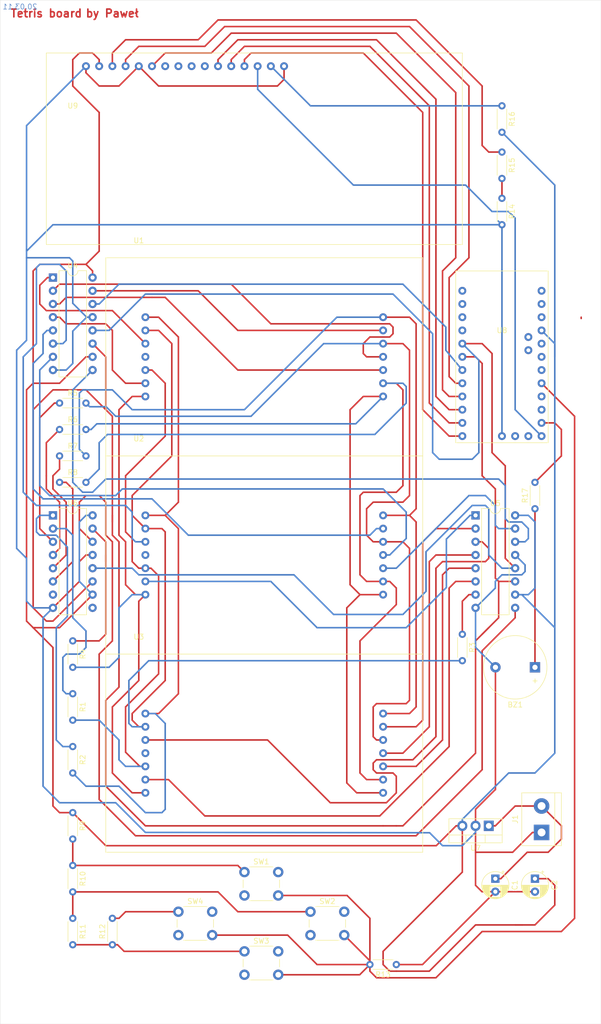
<source format=kicad_pcb>
(kicad_pcb (version 20171130) (host pcbnew 5.1.5-52549c5~84~ubuntu19.10.1)

  (general
    (thickness 1.6)
    (drawings 7)
    (tracks 713)
    (zones 0)
    (modules 34)
    (nets 56)
  )

  (page User 431.8 279.4)
  (layers
    (0 F.Cu signal)
    (31 B.Cu signal hide)
    (32 B.Adhes user)
    (33 F.Adhes user)
    (34 B.Paste user)
    (35 F.Paste user)
    (36 B.SilkS user)
    (37 F.SilkS user)
    (38 B.Mask user)
    (39 F.Mask user)
    (40 Dwgs.User user)
    (41 Cmts.User user)
    (42 Eco1.User user)
    (43 Eco2.User user)
    (44 Edge.Cuts user)
    (45 Margin user)
    (46 B.CrtYd user)
    (47 F.CrtYd user)
    (48 B.Fab user)
    (49 F.Fab user)
  )

  (setup
    (last_trace_width 0.3)
    (user_trace_width 0.3)
    (trace_clearance 0.2)
    (zone_clearance 0.508)
    (zone_45_only no)
    (trace_min 0.25)
    (via_size 0.8)
    (via_drill 0.4)
    (via_min_size 0.4)
    (via_min_drill 0.3)
    (uvia_size 0.3)
    (uvia_drill 0.1)
    (uvias_allowed no)
    (uvia_min_size 0.2)
    (uvia_min_drill 0.1)
    (edge_width 0.05)
    (segment_width 0.2)
    (pcb_text_width 0.3)
    (pcb_text_size 1.5 1.5)
    (mod_edge_width 0.12)
    (mod_text_size 1 1)
    (mod_text_width 0.15)
    (pad_size 1.524 1.524)
    (pad_drill 0.762)
    (pad_to_mask_clearance 0.051)
    (solder_mask_min_width 0.25)
    (aux_axis_origin 0 0)
    (visible_elements FFFFE77F)
    (pcbplotparams
      (layerselection 0x310fc_ffffffff)
      (usegerberextensions true)
      (usegerberattributes false)
      (usegerberadvancedattributes false)
      (creategerberjobfile true)
      (excludeedgelayer true)
      (linewidth 0.100000)
      (plotframeref false)
      (viasonmask false)
      (mode 1)
      (useauxorigin false)
      (hpglpennumber 1)
      (hpglpenspeed 20)
      (hpglpendiameter 15.000000)
      (psnegative false)
      (psa4output false)
      (plotreference true)
      (plotvalue true)
      (plotinvisibletext false)
      (padsonsilk false)
      (subtractmaskfromsilk false)
      (outputformat 1)
      (mirror false)
      (drillshape 0)
      (scaleselection 1)
      (outputdirectory "plot-1.0.3/"))
  )

  (net 0 "")
  (net 1 "Net-(U1-Pad10)")
  (net 2 "Net-(U1-Pad11)")
  (net 3 "Net-(U1-Pad13)")
  (net 4 "Net-(U1-Pad6)")
  (net 5 "Net-(U1-Pad3)")
  (net 6 "Net-(U2-Pad10)")
  (net 7 "Net-(U2-Pad11)")
  (net 8 "Net-(U2-Pad13)")
  (net 9 "Net-(U2-Pad6)")
  (net 10 "Net-(U2-Pad3)")
  (net 11 "Net-(U3-Pad10)")
  (net 12 "Net-(U3-Pad11)")
  (net 13 "Net-(U3-Pad13)")
  (net 14 "Net-(U3-Pad6)")
  (net 15 "Net-(U3-Pad3)")
  (net 16 "Net-(U4-Pad9)")
  (net 17 "Net-(U5-Pad9)")
  (net 18 "Net-(R1-Pad2)")
  (net 19 "Net-(R1-Pad1)")
  (net 20 "Net-(R2-Pad2)")
  (net 21 "Net-(R2-Pad1)")
  (net 22 "Net-(R3-Pad2)")
  (net 23 "Net-(R3-Pad1)")
  (net 24 "Net-(R4-Pad2)")
  (net 25 "Net-(R4-Pad1)")
  (net 26 "Net-(R5-Pad2)")
  (net 27 "Net-(R5-Pad1)")
  (net 28 "Net-(R6-Pad2)")
  (net 29 "Net-(R6-Pad1)")
  (net 30 "Net-(R7-Pad2)")
  (net 31 "Net-(R7-Pad1)")
  (net 32 "Net-(R8-Pad2)")
  (net 33 "Net-(R8-Pad1)")
  (net 34 "Net-(BZ1-Pad1)")
  (net 35 "Net-(R10-Pad1)")
  (net 36 "Net-(R10-Pad2)")
  (net 37 "Net-(R11-Pad2)")
  (net 38 "Net-(R12-Pad2)")
  (net 39 "Net-(R14-Pad1)")
  (net 40 "Net-(C2-Pad1)")
  (net 41 "Net-(R13-Pad2)")
  (net 42 "Net-(R17-Pad2)")
  (net 43 "Net-(U4-Pad14)")
  (net 44 "Net-(U4-Pad12)")
  (net 45 "Net-(U4-Pad11)")
  (net 46 "Net-(BZ1-Pad2)")
  (net 47 "Net-(C1-Pad1)")
  (net 48 "Net-(R15-Pad1)")
  (net 49 "Net-(R16-Pad1)")
  (net 50 "Net-(U8-Pad8)")
  (net 51 "Net-(U8-Pad9)")
  (net 52 "Net-(U8-Pad10)")
  (net 53 "Net-(U8-Pad11)")
  (net 54 "Net-(U8-Pad12)")
  (net 55 "Net-(U8-Pad16)")

  (net_class Default "This is the default net class."
    (clearance 0.2)
    (trace_width 0.25)
    (via_dia 0.8)
    (via_drill 0.4)
    (uvia_dia 0.3)
    (uvia_drill 0.1)
    (add_net "Net-(BZ1-Pad1)")
    (add_net "Net-(BZ1-Pad2)")
    (add_net "Net-(C1-Pad1)")
    (add_net "Net-(C2-Pad1)")
    (add_net "Net-(R1-Pad1)")
    (add_net "Net-(R1-Pad2)")
    (add_net "Net-(R10-Pad1)")
    (add_net "Net-(R10-Pad2)")
    (add_net "Net-(R11-Pad2)")
    (add_net "Net-(R12-Pad2)")
    (add_net "Net-(R13-Pad2)")
    (add_net "Net-(R14-Pad1)")
    (add_net "Net-(R15-Pad1)")
    (add_net "Net-(R16-Pad1)")
    (add_net "Net-(R17-Pad2)")
    (add_net "Net-(R2-Pad1)")
    (add_net "Net-(R2-Pad2)")
    (add_net "Net-(R3-Pad1)")
    (add_net "Net-(R3-Pad2)")
    (add_net "Net-(R4-Pad1)")
    (add_net "Net-(R4-Pad2)")
    (add_net "Net-(R5-Pad1)")
    (add_net "Net-(R5-Pad2)")
    (add_net "Net-(R6-Pad1)")
    (add_net "Net-(R6-Pad2)")
    (add_net "Net-(R7-Pad1)")
    (add_net "Net-(R7-Pad2)")
    (add_net "Net-(R8-Pad1)")
    (add_net "Net-(R8-Pad2)")
    (add_net "Net-(U1-Pad10)")
    (add_net "Net-(U1-Pad11)")
    (add_net "Net-(U1-Pad13)")
    (add_net "Net-(U1-Pad3)")
    (add_net "Net-(U1-Pad6)")
    (add_net "Net-(U2-Pad10)")
    (add_net "Net-(U2-Pad11)")
    (add_net "Net-(U2-Pad13)")
    (add_net "Net-(U2-Pad3)")
    (add_net "Net-(U2-Pad6)")
    (add_net "Net-(U3-Pad10)")
    (add_net "Net-(U3-Pad11)")
    (add_net "Net-(U3-Pad13)")
    (add_net "Net-(U3-Pad3)")
    (add_net "Net-(U3-Pad6)")
    (add_net "Net-(U4-Pad11)")
    (add_net "Net-(U4-Pad12)")
    (add_net "Net-(U4-Pad14)")
    (add_net "Net-(U4-Pad9)")
    (add_net "Net-(U5-Pad9)")
    (add_net "Net-(U8-Pad10)")
    (add_net "Net-(U8-Pad11)")
    (add_net "Net-(U8-Pad12)")
    (add_net "Net-(U8-Pad16)")
    (add_net "Net-(U8-Pad8)")
    (add_net "Net-(U8-Pad9)")
  )

  (module tetris-board:TOM2058AMA-B (layer F.Cu) (tedit 5E308596) (tstamp 5E31068C)
    (at 55.88 134.62)
    (path /5E30F65A)
    (fp_text reference U2 (at 6.35 -3.31) (layer F.SilkS)
      (effects (font (size 1 1) (thickness 0.15)))
    )
    (fp_text value TOM2058AMA-B (at 6.35 -4.31) (layer F.Fab)
      (effects (font (size 1 1) (thickness 0.15)))
    )
    (fp_line (start 0 38.1) (end 0 0) (layer F.SilkS) (width 0.12))
    (fp_line (start 60.96 38.1) (end 0 38.1) (layer F.SilkS) (width 0.12))
    (fp_line (start 60.96 0) (end 60.96 38.1) (layer F.SilkS) (width 0.12))
    (fp_line (start 0 0) (end 60.96 0) (layer F.SilkS) (width 0.12))
    (pad 8 thru_hole circle (at 53.34 26.67) (size 1.524 1.524) (drill 0.762) (layers *.Cu *.Mask)
      (net 28 "Net-(R6-Pad2)"))
    (pad 9 thru_hole circle (at 53.34 24.13) (size 1.524 1.524) (drill 0.762) (layers *.Cu *.Mask)
      (net 32 "Net-(R8-Pad2)"))
    (pad 10 thru_hole circle (at 53.34 21.59) (size 1.524 1.524) (drill 0.762) (layers *.Cu *.Mask)
      (net 6 "Net-(U2-Pad10)"))
    (pad 11 thru_hole circle (at 53.34 19.05) (size 1.524 1.524) (drill 0.762) (layers *.Cu *.Mask)
      (net 7 "Net-(U2-Pad11)"))
    (pad 12 thru_hole circle (at 53.34 16.51) (size 1.524 1.524) (drill 0.762) (layers *.Cu *.Mask)
      (net 26 "Net-(R5-Pad2)"))
    (pad 13 thru_hole circle (at 53.34 13.97) (size 1.524 1.524) (drill 0.762) (layers *.Cu *.Mask)
      (net 8 "Net-(U2-Pad13)"))
    (pad 14 thru_hole circle (at 53.34 11.43) (size 1.524 1.524) (drill 0.762) (layers *.Cu *.Mask)
      (net 30 "Net-(R7-Pad2)"))
    (pad 7 thru_hole circle (at 7.62 26.67) (size 1.524 1.524) (drill 0.762) (layers *.Cu *.Mask)
      (net 24 "Net-(R4-Pad2)"))
    (pad 6 thru_hole circle (at 7.62 24.13) (size 1.524 1.524) (drill 0.762) (layers *.Cu *.Mask)
      (net 9 "Net-(U2-Pad6)"))
    (pad 5 thru_hole circle (at 7.62 21.59) (size 1.524 1.524) (drill 0.762) (layers *.Cu *.Mask)
      (net 18 "Net-(R1-Pad2)"))
    (pad 4 thru_hole circle (at 7.62 19.05) (size 1.524 1.524) (drill 0.762) (layers *.Cu *.Mask))
    (pad 3 thru_hole circle (at 7.62 16.51) (size 1.524 1.524) (drill 0.762) (layers *.Cu *.Mask)
      (net 10 "Net-(U2-Pad3)"))
    (pad 2 thru_hole circle (at 7.62 13.97) (size 1.524 1.524) (drill 0.762) (layers *.Cu *.Mask)
      (net 22 "Net-(R3-Pad2)"))
    (pad 1 thru_hole circle (at 7.62 11.43) (size 1.524 1.524) (drill 0.762) (layers *.Cu *.Mask)
      (net 20 "Net-(R2-Pad2)"))
  )

  (module arduino:Promini (layer F.Cu) (tedit 5E371ACD) (tstamp 5E3F14F4)
    (at 123.19 97.79)
    (path /5E7B76FD)
    (fp_text reference U8 (at 8.89 12.7) (layer F.SilkS)
      (effects (font (size 1 1) (thickness 0.15)))
    )
    (fp_text value Promini (at 8.89 10.16) (layer F.Fab)
      (effects (font (size 1 1) (thickness 0.15)))
    )
    (fp_line (start 0 1.27) (end 0 34.29) (layer F.SilkS) (width 0.12))
    (fp_line (start 17.78 1.27) (end 17.78 34.29) (layer F.SilkS) (width 0.12))
    (fp_line (start 17.78 1.27) (end 0 1.27) (layer F.SilkS) (width 0.12))
    (fp_line (start 0 34.29) (end 17.78 34.29) (layer F.SilkS) (width 0.12))
    (pad 29 thru_hole circle (at 13.97 13.97) (size 1.524 1.524) (drill 0.762) (layers *.Cu *.Mask))
    (pad 28 thru_hole circle (at 13.97 16.51) (size 1.524 1.524) (drill 0.762) (layers *.Cu *.Mask))
    (pad 1 thru_hole circle (at 1.27 5.08) (size 1.524 1.524) (drill 0.762) (layers *.Cu *.Mask))
    (pad 2 thru_hole circle (at 1.27 7.62) (size 1.524 1.524) (drill 0.762) (layers *.Cu *.Mask))
    (pad 3 thru_hole circle (at 1.27 10.16) (size 1.524 1.524) (drill 0.762) (layers *.Cu *.Mask))
    (pad 4 thru_hole circle (at 1.27 12.7) (size 1.524 1.524) (drill 0.762) (layers *.Cu *.Mask))
    (pad 5 thru_hole circle (at 1.27 15.24) (size 1.524 1.524) (drill 0.762) (layers *.Cu *.Mask)
      (net 44 "Net-(U4-Pad12)"))
    (pad 6 thru_hole circle (at 1.27 17.78) (size 1.524 1.524) (drill 0.762) (layers *.Cu *.Mask)
      (net 45 "Net-(U4-Pad11)"))
    (pad 7 thru_hole circle (at 1.27 20.32) (size 1.524 1.524) (drill 0.762) (layers *.Cu *.Mask)
      (net 43 "Net-(U4-Pad14)"))
    (pad 8 thru_hole circle (at 1.27 22.86) (size 1.524 1.524) (drill 0.762) (layers *.Cu *.Mask)
      (net 50 "Net-(U8-Pad8)"))
    (pad 9 thru_hole circle (at 1.27 25.4) (size 1.524 1.524) (drill 0.762) (layers *.Cu *.Mask)
      (net 51 "Net-(U8-Pad9)"))
    (pad 10 thru_hole circle (at 1.27 27.94) (size 1.524 1.524) (drill 0.762) (layers *.Cu *.Mask)
      (net 52 "Net-(U8-Pad10)"))
    (pad 11 thru_hole circle (at 1.27 30.48) (size 1.524 1.524) (drill 0.762) (layers *.Cu *.Mask)
      (net 53 "Net-(U8-Pad11)"))
    (pad 12 thru_hole circle (at 1.27 33.02) (size 1.524 1.524) (drill 0.762) (layers *.Cu *.Mask)
      (net 54 "Net-(U8-Pad12)"))
    (pad 13 thru_hole circle (at 8.89 33.02) (size 1.524 1.524) (drill 0.762) (layers *.Cu *.Mask)
      (net 46 "Net-(BZ1-Pad2)"))
    (pad 14 thru_hole circle (at 11.43 33.02) (size 1.524 1.524) (drill 0.762) (layers *.Cu *.Mask))
    (pad 15 thru_hole circle (at 13.97 33.02) (size 1.524 1.524) (drill 0.762) (layers *.Cu *.Mask))
    (pad 27 thru_hole circle (at 16.51 5.08) (size 1.524 1.524) (drill 0.762) (layers *.Cu *.Mask))
    (pad 26 thru_hole circle (at 16.51 7.62) (size 1.524 1.524) (drill 0.762) (layers *.Cu *.Mask))
    (pad 25 thru_hole circle (at 16.51 10.16) (size 1.524 1.524) (drill 0.762) (layers *.Cu *.Mask))
    (pad 24 thru_hole circle (at 16.51 12.7) (size 1.524 1.524) (drill 0.762) (layers *.Cu *.Mask)
      (net 40 "Net-(C2-Pad1)"))
    (pad 23 thru_hole circle (at 16.51 15.24) (size 1.524 1.524) (drill 0.762) (layers *.Cu *.Mask))
    (pad 22 thru_hole circle (at 16.51 17.78) (size 1.524 1.524) (drill 0.762) (layers *.Cu *.Mask))
    (pad 21 thru_hole circle (at 16.51 20.32) (size 1.524 1.524) (drill 0.762) (layers *.Cu *.Mask))
    (pad 20 thru_hole circle (at 16.51 22.86) (size 1.524 1.524) (drill 0.762) (layers *.Cu *.Mask)
      (net 41 "Net-(R13-Pad2)"))
    (pad 19 thru_hole circle (at 16.51 25.4) (size 1.524 1.524) (drill 0.762) (layers *.Cu *.Mask))
    (pad 18 thru_hole circle (at 16.51 27.94) (size 1.524 1.524) (drill 0.762) (layers *.Cu *.Mask))
    (pad 17 thru_hole circle (at 16.51 30.48) (size 1.524 1.524) (drill 0.762) (layers *.Cu *.Mask)
      (net 42 "Net-(R17-Pad2)"))
    (pad 16 thru_hole circle (at 16.51 33.02) (size 1.524 1.524) (drill 0.762) (layers *.Cu *.Mask)
      (net 55 "Net-(U8-Pad16)"))
  )

  (module LCD:1602A (layer F.Cu) (tedit 5E67ED4A) (tstamp 5E68791E)
    (at 44.45 57.15)
    (path /5E69BC93)
    (fp_text reference U9 (at 5.08 10.16) (layer F.SilkS)
      (effects (font (size 1 1) (thickness 0.15)))
    )
    (fp_text value 1602A (at 5.08 7.62) (layer F.Fab)
      (effects (font (size 1 1) (thickness 0.15)))
    )
    (fp_line (start 0 36.83) (end 0 0) (layer F.SilkS) (width 0.12))
    (fp_line (start 80.01 36.83) (end 0 36.83) (layer F.SilkS) (width 0.12))
    (fp_line (start 80.01 0) (end 80.01 36.83) (layer F.SilkS) (width 0.12))
    (fp_line (start 0 0) (end 80.01 0) (layer F.SilkS) (width 0.12))
    (pad 16 thru_hole circle (at 45.72 2.54) (size 1.524 1.524) (drill 0.762) (layers *.Cu *.Mask)
      (net 46 "Net-(BZ1-Pad2)"))
    (pad 15 thru_hole circle (at 43.18 2.54) (size 1.524 1.524) (drill 0.762) (layers *.Cu *.Mask)
      (net 49 "Net-(R16-Pad1)"))
    (pad 14 thru_hole circle (at 40.64 2.54) (size 1.524 1.524) (drill 0.762) (layers *.Cu *.Mask)
      (net 55 "Net-(U8-Pad16)"))
    (pad 13 thru_hole circle (at 38.1 2.54) (size 1.524 1.524) (drill 0.762) (layers *.Cu *.Mask)
      (net 54 "Net-(U8-Pad12)"))
    (pad 12 thru_hole circle (at 35.56 2.54) (size 1.524 1.524) (drill 0.762) (layers *.Cu *.Mask)
      (net 53 "Net-(U8-Pad11)"))
    (pad 11 thru_hole circle (at 33.02 2.54) (size 1.524 1.524) (drill 0.762) (layers *.Cu *.Mask)
      (net 52 "Net-(U8-Pad10)"))
    (pad 10 thru_hole circle (at 30.48 2.54) (size 1.524 1.524) (drill 0.762) (layers *.Cu *.Mask))
    (pad 9 thru_hole circle (at 27.94 2.54) (size 1.524 1.524) (drill 0.762) (layers *.Cu *.Mask))
    (pad 8 thru_hole circle (at 25.4 2.54) (size 1.524 1.524) (drill 0.762) (layers *.Cu *.Mask))
    (pad 7 thru_hole circle (at 22.86 2.54) (size 1.524 1.524) (drill 0.762) (layers *.Cu *.Mask))
    (pad 6 thru_hole circle (at 20.32 2.54) (size 1.524 1.524) (drill 0.762) (layers *.Cu *.Mask)
      (net 51 "Net-(U8-Pad9)"))
    (pad 5 thru_hole circle (at 17.78 2.54) (size 1.524 1.524) (drill 0.762) (layers *.Cu *.Mask)
      (net 46 "Net-(BZ1-Pad2)"))
    (pad 4 thru_hole circle (at 15.24 2.54) (size 1.524 1.524) (drill 0.762) (layers *.Cu *.Mask)
      (net 50 "Net-(U8-Pad8)"))
    (pad 3 thru_hole circle (at 12.7 2.54) (size 1.524 1.524) (drill 0.762) (layers *.Cu *.Mask)
      (net 48 "Net-(R15-Pad1)"))
    (pad 2 thru_hole circle (at 10.16 2.54) (size 1.524 1.524) (drill 0.762) (layers *.Cu *.Mask)
      (net 40 "Net-(C2-Pad1)"))
    (pad 1 thru_hole circle (at 7.62 2.54) (size 1.524 1.524) (drill 0.762) (layers *.Cu *.Mask)
      (net 46 "Net-(BZ1-Pad2)"))
  )

  (module tetris-board:TOM2058AMA-B (layer F.Cu) (tedit 5E308596) (tstamp 5E30DDFA)
    (at 55.88 172.72)
    (path /5E3127EA)
    (fp_text reference U3 (at 6.35 -3.31) (layer F.SilkS)
      (effects (font (size 1 1) (thickness 0.15)))
    )
    (fp_text value TOM2058AMA-B (at 6.35 -4.31) (layer F.Fab)
      (effects (font (size 1 1) (thickness 0.15)))
    )
    (fp_line (start 0 38.1) (end 0 0) (layer F.SilkS) (width 0.12))
    (fp_line (start 60.96 38.1) (end 0 38.1) (layer F.SilkS) (width 0.12))
    (fp_line (start 60.96 0) (end 60.96 38.1) (layer F.SilkS) (width 0.12))
    (fp_line (start 0 0) (end 60.96 0) (layer F.SilkS) (width 0.12))
    (pad 8 thru_hole circle (at 53.34 26.67) (size 1.524 1.524) (drill 0.762) (layers *.Cu *.Mask)
      (net 28 "Net-(R6-Pad2)"))
    (pad 9 thru_hole circle (at 53.34 24.13) (size 1.524 1.524) (drill 0.762) (layers *.Cu *.Mask)
      (net 32 "Net-(R8-Pad2)"))
    (pad 10 thru_hole circle (at 53.34 21.59) (size 1.524 1.524) (drill 0.762) (layers *.Cu *.Mask)
      (net 11 "Net-(U3-Pad10)"))
    (pad 11 thru_hole circle (at 53.34 19.05) (size 1.524 1.524) (drill 0.762) (layers *.Cu *.Mask)
      (net 12 "Net-(U3-Pad11)"))
    (pad 12 thru_hole circle (at 53.34 16.51) (size 1.524 1.524) (drill 0.762) (layers *.Cu *.Mask)
      (net 26 "Net-(R5-Pad2)"))
    (pad 13 thru_hole circle (at 53.34 13.97) (size 1.524 1.524) (drill 0.762) (layers *.Cu *.Mask)
      (net 13 "Net-(U3-Pad13)"))
    (pad 14 thru_hole circle (at 53.34 11.43) (size 1.524 1.524) (drill 0.762) (layers *.Cu *.Mask)
      (net 30 "Net-(R7-Pad2)"))
    (pad 7 thru_hole circle (at 7.62 26.67) (size 1.524 1.524) (drill 0.762) (layers *.Cu *.Mask)
      (net 24 "Net-(R4-Pad2)"))
    (pad 6 thru_hole circle (at 7.62 24.13) (size 1.524 1.524) (drill 0.762) (layers *.Cu *.Mask)
      (net 14 "Net-(U3-Pad6)"))
    (pad 5 thru_hole circle (at 7.62 21.59) (size 1.524 1.524) (drill 0.762) (layers *.Cu *.Mask)
      (net 18 "Net-(R1-Pad2)"))
    (pad 4 thru_hole circle (at 7.62 19.05) (size 1.524 1.524) (drill 0.762) (layers *.Cu *.Mask))
    (pad 3 thru_hole circle (at 7.62 16.51) (size 1.524 1.524) (drill 0.762) (layers *.Cu *.Mask)
      (net 15 "Net-(U3-Pad3)"))
    (pad 2 thru_hole circle (at 7.62 13.97) (size 1.524 1.524) (drill 0.762) (layers *.Cu *.Mask)
      (net 22 "Net-(R3-Pad2)"))
    (pad 1 thru_hole circle (at 7.62 11.43) (size 1.524 1.524) (drill 0.762) (layers *.Cu *.Mask)
      (net 20 "Net-(R2-Pad2)"))
  )

  (module Package_DIP:DIP-16_W7.62mm (layer F.Cu) (tedit 5A02E8C5) (tstamp 5E30DE1E)
    (at 45.72 100.33)
    (descr "16-lead though-hole mounted DIP package, row spacing 7.62 mm (300 mils)")
    (tags "THT DIP DIL PDIP 2.54mm 7.62mm 300mil")
    (path /5E319582)
    (fp_text reference U4 (at 3.81 -2.33) (layer F.SilkS)
      (effects (font (size 1 1) (thickness 0.15)))
    )
    (fp_text value 74HC595 (at 3.81 20.11) (layer F.Fab)
      (effects (font (size 1 1) (thickness 0.15)))
    )
    (fp_text user %R (at 3.81 8.89) (layer F.Fab)
      (effects (font (size 1 1) (thickness 0.15)))
    )
    (fp_line (start 8.7 -1.55) (end -1.1 -1.55) (layer F.CrtYd) (width 0.05))
    (fp_line (start 8.7 19.3) (end 8.7 -1.55) (layer F.CrtYd) (width 0.05))
    (fp_line (start -1.1 19.3) (end 8.7 19.3) (layer F.CrtYd) (width 0.05))
    (fp_line (start -1.1 -1.55) (end -1.1 19.3) (layer F.CrtYd) (width 0.05))
    (fp_line (start 6.46 -1.33) (end 4.81 -1.33) (layer F.SilkS) (width 0.12))
    (fp_line (start 6.46 19.11) (end 6.46 -1.33) (layer F.SilkS) (width 0.12))
    (fp_line (start 1.16 19.11) (end 6.46 19.11) (layer F.SilkS) (width 0.12))
    (fp_line (start 1.16 -1.33) (end 1.16 19.11) (layer F.SilkS) (width 0.12))
    (fp_line (start 2.81 -1.33) (end 1.16 -1.33) (layer F.SilkS) (width 0.12))
    (fp_line (start 0.635 -0.27) (end 1.635 -1.27) (layer F.Fab) (width 0.1))
    (fp_line (start 0.635 19.05) (end 0.635 -0.27) (layer F.Fab) (width 0.1))
    (fp_line (start 6.985 19.05) (end 0.635 19.05) (layer F.Fab) (width 0.1))
    (fp_line (start 6.985 -1.27) (end 6.985 19.05) (layer F.Fab) (width 0.1))
    (fp_line (start 1.635 -1.27) (end 6.985 -1.27) (layer F.Fab) (width 0.1))
    (fp_arc (start 3.81 -1.33) (end 2.81 -1.33) (angle -180) (layer F.SilkS) (width 0.12))
    (pad 16 thru_hole oval (at 7.62 0) (size 1.6 1.6) (drill 0.8) (layers *.Cu *.Mask)
      (net 40 "Net-(C2-Pad1)"))
    (pad 8 thru_hole oval (at 0 17.78) (size 1.6 1.6) (drill 0.8) (layers *.Cu *.Mask)
      (net 46 "Net-(BZ1-Pad2)"))
    (pad 15 thru_hole oval (at 7.62 2.54) (size 1.6 1.6) (drill 0.8) (layers *.Cu *.Mask)
      (net 3 "Net-(U1-Pad13)"))
    (pad 7 thru_hole oval (at 0 15.24) (size 1.6 1.6) (drill 0.8) (layers *.Cu *.Mask)
      (net 7 "Net-(U2-Pad11)"))
    (pad 14 thru_hole oval (at 7.62 5.08) (size 1.6 1.6) (drill 0.8) (layers *.Cu *.Mask)
      (net 43 "Net-(U4-Pad14)"))
    (pad 6 thru_hole oval (at 0 12.7) (size 1.6 1.6) (drill 0.8) (layers *.Cu *.Mask)
      (net 10 "Net-(U2-Pad3)"))
    (pad 13 thru_hole oval (at 7.62 7.62) (size 1.6 1.6) (drill 0.8) (layers *.Cu *.Mask)
      (net 46 "Net-(BZ1-Pad2)"))
    (pad 5 thru_hole oval (at 0 10.16) (size 1.6 1.6) (drill 0.8) (layers *.Cu *.Mask)
      (net 8 "Net-(U2-Pad13)"))
    (pad 12 thru_hole oval (at 7.62 10.16) (size 1.6 1.6) (drill 0.8) (layers *.Cu *.Mask)
      (net 44 "Net-(U4-Pad12)"))
    (pad 4 thru_hole oval (at 0 7.62) (size 1.6 1.6) (drill 0.8) (layers *.Cu *.Mask)
      (net 4 "Net-(U1-Pad6)"))
    (pad 11 thru_hole oval (at 7.62 12.7) (size 1.6 1.6) (drill 0.8) (layers *.Cu *.Mask)
      (net 45 "Net-(U4-Pad11)"))
    (pad 3 thru_hole oval (at 0 5.08) (size 1.6 1.6) (drill 0.8) (layers *.Cu *.Mask)
      (net 1 "Net-(U1-Pad10)"))
    (pad 10 thru_hole oval (at 7.62 15.24) (size 1.6 1.6) (drill 0.8) (layers *.Cu *.Mask)
      (net 40 "Net-(C2-Pad1)"))
    (pad 2 thru_hole oval (at 0 2.54) (size 1.6 1.6) (drill 0.8) (layers *.Cu *.Mask)
      (net 2 "Net-(U1-Pad11)"))
    (pad 9 thru_hole oval (at 7.62 17.78) (size 1.6 1.6) (drill 0.8) (layers *.Cu *.Mask)
      (net 16 "Net-(U4-Pad9)"))
    (pad 1 thru_hole rect (at 0 0) (size 1.6 1.6) (drill 0.8) (layers *.Cu *.Mask)
      (net 5 "Net-(U1-Pad3)"))
    (model ${KISYS3DMOD}/Package_DIP.3dshapes/DIP-16_W7.62mm.wrl
      (at (xyz 0 0 0))
      (scale (xyz 1 1 1))
      (rotate (xyz 0 0 0))
    )
  )

  (module tetris-board:TOM2058AMA-B (layer F.Cu) (tedit 5E308596) (tstamp 5E387E51)
    (at 55.88 96.52)
    (path /5E3089C1)
    (fp_text reference U1 (at 6.35 -3.31) (layer F.SilkS)
      (effects (font (size 1 1) (thickness 0.15)))
    )
    (fp_text value TOM2058AMA-B (at 6.35 -5.08) (layer F.Fab)
      (effects (font (size 1 1) (thickness 0.15)))
    )
    (fp_line (start 0 38.1) (end 0 0) (layer F.SilkS) (width 0.12))
    (fp_line (start 60.96 38.1) (end 0 38.1) (layer F.SilkS) (width 0.12))
    (fp_line (start 60.96 0) (end 60.96 38.1) (layer F.SilkS) (width 0.12))
    (fp_line (start 0 0) (end 60.96 0) (layer F.SilkS) (width 0.12))
    (pad 8 thru_hole circle (at 53.34 26.67) (size 1.524 1.524) (drill 0.762) (layers *.Cu *.Mask)
      (net 28 "Net-(R6-Pad2)"))
    (pad 9 thru_hole circle (at 53.34 24.13) (size 1.524 1.524) (drill 0.762) (layers *.Cu *.Mask)
      (net 32 "Net-(R8-Pad2)"))
    (pad 10 thru_hole circle (at 53.34 21.59) (size 1.524 1.524) (drill 0.762) (layers *.Cu *.Mask)
      (net 1 "Net-(U1-Pad10)"))
    (pad 11 thru_hole circle (at 53.34 19.05) (size 1.524 1.524) (drill 0.762) (layers *.Cu *.Mask)
      (net 2 "Net-(U1-Pad11)"))
    (pad 12 thru_hole circle (at 53.34 16.51) (size 1.524 1.524) (drill 0.762) (layers *.Cu *.Mask)
      (net 26 "Net-(R5-Pad2)"))
    (pad 13 thru_hole circle (at 53.34 13.97) (size 1.524 1.524) (drill 0.762) (layers *.Cu *.Mask)
      (net 3 "Net-(U1-Pad13)"))
    (pad 14 thru_hole circle (at 53.34 11.43) (size 1.524 1.524) (drill 0.762) (layers *.Cu *.Mask)
      (net 30 "Net-(R7-Pad2)"))
    (pad 7 thru_hole circle (at 7.62 26.67) (size 1.524 1.524) (drill 0.762) (layers *.Cu *.Mask)
      (net 24 "Net-(R4-Pad2)"))
    (pad 6 thru_hole circle (at 7.62 24.13) (size 1.524 1.524) (drill 0.762) (layers *.Cu *.Mask)
      (net 4 "Net-(U1-Pad6)"))
    (pad 5 thru_hole circle (at 7.62 21.59) (size 1.524 1.524) (drill 0.762) (layers *.Cu *.Mask)
      (net 18 "Net-(R1-Pad2)"))
    (pad 4 thru_hole circle (at 7.62 19.05) (size 1.524 1.524) (drill 0.762) (layers *.Cu *.Mask))
    (pad 3 thru_hole circle (at 7.62 16.51) (size 1.524 1.524) (drill 0.762) (layers *.Cu *.Mask)
      (net 5 "Net-(U1-Pad3)"))
    (pad 2 thru_hole circle (at 7.62 13.97) (size 1.524 1.524) (drill 0.762) (layers *.Cu *.Mask)
      (net 22 "Net-(R3-Pad2)"))
    (pad 1 thru_hole circle (at 7.62 11.43) (size 1.524 1.524) (drill 0.762) (layers *.Cu *.Mask)
      (net 20 "Net-(R2-Pad2)"))
  )

  (module Package_DIP:DIP-16_W7.62mm (layer F.Cu) (tedit 5A02E8C5) (tstamp 5E31094F)
    (at 45.72 146.05)
    (descr "16-lead though-hole mounted DIP package, row spacing 7.62 mm (300 mils)")
    (tags "THT DIP DIL PDIP 2.54mm 7.62mm 300mil")
    (path /5E36A7FA)
    (fp_text reference U6 (at 3.81 -2.33) (layer F.SilkS)
      (effects (font (size 1 1) (thickness 0.15)))
    )
    (fp_text value 74HC595 (at 3.81 20.11) (layer F.Fab)
      (effects (font (size 1 1) (thickness 0.15)))
    )
    (fp_text user %R (at 3.81 8.89) (layer F.Fab)
      (effects (font (size 1 1) (thickness 0.15)))
    )
    (fp_line (start 8.7 -1.55) (end -1.1 -1.55) (layer F.CrtYd) (width 0.05))
    (fp_line (start 8.7 19.3) (end 8.7 -1.55) (layer F.CrtYd) (width 0.05))
    (fp_line (start -1.1 19.3) (end 8.7 19.3) (layer F.CrtYd) (width 0.05))
    (fp_line (start -1.1 -1.55) (end -1.1 19.3) (layer F.CrtYd) (width 0.05))
    (fp_line (start 6.46 -1.33) (end 4.81 -1.33) (layer F.SilkS) (width 0.12))
    (fp_line (start 6.46 19.11) (end 6.46 -1.33) (layer F.SilkS) (width 0.12))
    (fp_line (start 1.16 19.11) (end 6.46 19.11) (layer F.SilkS) (width 0.12))
    (fp_line (start 1.16 -1.33) (end 1.16 19.11) (layer F.SilkS) (width 0.12))
    (fp_line (start 2.81 -1.33) (end 1.16 -1.33) (layer F.SilkS) (width 0.12))
    (fp_line (start 0.635 -0.27) (end 1.635 -1.27) (layer F.Fab) (width 0.1))
    (fp_line (start 0.635 19.05) (end 0.635 -0.27) (layer F.Fab) (width 0.1))
    (fp_line (start 6.985 19.05) (end 0.635 19.05) (layer F.Fab) (width 0.1))
    (fp_line (start 6.985 -1.27) (end 6.985 19.05) (layer F.Fab) (width 0.1))
    (fp_line (start 1.635 -1.27) (end 6.985 -1.27) (layer F.Fab) (width 0.1))
    (fp_arc (start 3.81 -1.33) (end 2.81 -1.33) (angle -180) (layer F.SilkS) (width 0.12))
    (pad 16 thru_hole oval (at 7.62 0) (size 1.6 1.6) (drill 0.8) (layers *.Cu *.Mask)
      (net 40 "Net-(C2-Pad1)"))
    (pad 8 thru_hole oval (at 0 17.78) (size 1.6 1.6) (drill 0.8) (layers *.Cu *.Mask)
      (net 46 "Net-(BZ1-Pad2)"))
    (pad 15 thru_hole oval (at 7.62 2.54) (size 1.6 1.6) (drill 0.8) (layers *.Cu *.Mask)
      (net 25 "Net-(R4-Pad1)"))
    (pad 7 thru_hole oval (at 0 15.24) (size 1.6 1.6) (drill 0.8) (layers *.Cu *.Mask))
    (pad 14 thru_hole oval (at 7.62 5.08) (size 1.6 1.6) (drill 0.8) (layers *.Cu *.Mask)
      (net 17 "Net-(U5-Pad9)"))
    (pad 6 thru_hole oval (at 0 12.7) (size 1.6 1.6) (drill 0.8) (layers *.Cu *.Mask)
      (net 33 "Net-(R8-Pad1)"))
    (pad 13 thru_hole oval (at 7.62 7.62) (size 1.6 1.6) (drill 0.8) (layers *.Cu *.Mask)
      (net 46 "Net-(BZ1-Pad2)"))
    (pad 5 thru_hole oval (at 0 10.16) (size 1.6 1.6) (drill 0.8) (layers *.Cu *.Mask)
      (net 31 "Net-(R7-Pad1)"))
    (pad 12 thru_hole oval (at 7.62 10.16) (size 1.6 1.6) (drill 0.8) (layers *.Cu *.Mask)
      (net 44 "Net-(U4-Pad12)"))
    (pad 4 thru_hole oval (at 0 7.62) (size 1.6 1.6) (drill 0.8) (layers *.Cu *.Mask)
      (net 29 "Net-(R6-Pad1)"))
    (pad 11 thru_hole oval (at 7.62 12.7) (size 1.6 1.6) (drill 0.8) (layers *.Cu *.Mask)
      (net 45 "Net-(U4-Pad11)"))
    (pad 3 thru_hole oval (at 0 5.08) (size 1.6 1.6) (drill 0.8) (layers *.Cu *.Mask)
      (net 27 "Net-(R5-Pad1)"))
    (pad 10 thru_hole oval (at 7.62 15.24) (size 1.6 1.6) (drill 0.8) (layers *.Cu *.Mask)
      (net 40 "Net-(C2-Pad1)"))
    (pad 2 thru_hole oval (at 0 2.54) (size 1.6 1.6) (drill 0.8) (layers *.Cu *.Mask)
      (net 19 "Net-(R1-Pad1)"))
    (pad 9 thru_hole oval (at 7.62 17.78) (size 1.6 1.6) (drill 0.8) (layers *.Cu *.Mask))
    (pad 1 thru_hole rect (at 0 0) (size 1.6 1.6) (drill 0.8) (layers *.Cu *.Mask)
      (net 21 "Net-(R2-Pad1)"))
    (model ${KISYS3DMOD}/Package_DIP.3dshapes/DIP-16_W7.62mm.wrl
      (at (xyz 0 0 0))
      (scale (xyz 1 1 1))
      (rotate (xyz 0 0 0))
    )
  )

  (module TerminalBlock:TerminalBlock_bornier-2_P5.08mm (layer F.Cu) (tedit 59FF03AB) (tstamp 5E38CA6C)
    (at 139.7 207.01 90)
    (descr "simple 2-pin terminal block, pitch 5.08mm, revamped version of bornier2")
    (tags "terminal block bornier2")
    (path /5EB206A6)
    (fp_text reference J1 (at 2.54 -5.08 90) (layer F.SilkS)
      (effects (font (size 1 1) (thickness 0.15)))
    )
    (fp_text value Screw_Terminal_01x02 (at 2.54 5.08 90) (layer F.Fab)
      (effects (font (size 1 1) (thickness 0.15)))
    )
    (fp_line (start 7.79 4) (end -2.71 4) (layer F.CrtYd) (width 0.05))
    (fp_line (start 7.79 4) (end 7.79 -4) (layer F.CrtYd) (width 0.05))
    (fp_line (start -2.71 -4) (end -2.71 4) (layer F.CrtYd) (width 0.05))
    (fp_line (start -2.71 -4) (end 7.79 -4) (layer F.CrtYd) (width 0.05))
    (fp_line (start -2.54 3.81) (end 7.62 3.81) (layer F.SilkS) (width 0.12))
    (fp_line (start -2.54 -3.81) (end -2.54 3.81) (layer F.SilkS) (width 0.12))
    (fp_line (start 7.62 -3.81) (end -2.54 -3.81) (layer F.SilkS) (width 0.12))
    (fp_line (start 7.62 3.81) (end 7.62 -3.81) (layer F.SilkS) (width 0.12))
    (fp_line (start 7.62 2.54) (end -2.54 2.54) (layer F.SilkS) (width 0.12))
    (fp_line (start 7.54 -3.75) (end -2.46 -3.75) (layer F.Fab) (width 0.1))
    (fp_line (start 7.54 3.75) (end 7.54 -3.75) (layer F.Fab) (width 0.1))
    (fp_line (start -2.46 3.75) (end 7.54 3.75) (layer F.Fab) (width 0.1))
    (fp_line (start -2.46 -3.75) (end -2.46 3.75) (layer F.Fab) (width 0.1))
    (fp_line (start -2.41 2.55) (end 7.49 2.55) (layer F.Fab) (width 0.1))
    (fp_text user %R (at 2.54 0 90) (layer F.Fab)
      (effects (font (size 1 1) (thickness 0.15)))
    )
    (pad 2 thru_hole circle (at 5.08 0 90) (size 3 3) (drill 1.52) (layers *.Cu *.Mask)
      (net 47 "Net-(C1-Pad1)"))
    (pad 1 thru_hole rect (at 0 0 90) (size 3 3) (drill 1.52) (layers *.Cu *.Mask)
      (net 46 "Net-(BZ1-Pad2)"))
    (model ${KISYS3DMOD}/TerminalBlock.3dshapes/TerminalBlock_bornier-2_P5.08mm.wrl
      (offset (xyz 2.539999961853027 0 0))
      (scale (xyz 1 1 1))
      (rotate (xyz 0 0 0))
    )
  )

  (module Package_TO_SOT_THT:TO-220-3_Vertical (layer F.Cu) (tedit 5AC8BA0D) (tstamp 5E3830BE)
    (at 129.54 205.74 180)
    (descr "TO-220-3, Vertical, RM 2.54mm, see https://www.vishay.com/docs/66542/to-220-1.pdf")
    (tags "TO-220-3 Vertical RM 2.54mm")
    (path /5E929E1A)
    (fp_text reference U7 (at 2.54 -4.27) (layer F.SilkS)
      (effects (font (size 1 1) (thickness 0.15)))
    )
    (fp_text value LM7805_TO220 (at 2.54 2.5) (layer F.Fab)
      (effects (font (size 1 1) (thickness 0.15)))
    )
    (fp_text user %R (at 2.54 -4.27) (layer F.Fab)
      (effects (font (size 1 1) (thickness 0.15)))
    )
    (fp_line (start 7.79 -3.4) (end -2.71 -3.4) (layer F.CrtYd) (width 0.05))
    (fp_line (start 7.79 1.51) (end 7.79 -3.4) (layer F.CrtYd) (width 0.05))
    (fp_line (start -2.71 1.51) (end 7.79 1.51) (layer F.CrtYd) (width 0.05))
    (fp_line (start -2.71 -3.4) (end -2.71 1.51) (layer F.CrtYd) (width 0.05))
    (fp_line (start 4.391 -3.27) (end 4.391 -1.76) (layer F.SilkS) (width 0.12))
    (fp_line (start 0.69 -3.27) (end 0.69 -1.76) (layer F.SilkS) (width 0.12))
    (fp_line (start -2.58 -1.76) (end 7.66 -1.76) (layer F.SilkS) (width 0.12))
    (fp_line (start 7.66 -3.27) (end 7.66 1.371) (layer F.SilkS) (width 0.12))
    (fp_line (start -2.58 -3.27) (end -2.58 1.371) (layer F.SilkS) (width 0.12))
    (fp_line (start -2.58 1.371) (end 7.66 1.371) (layer F.SilkS) (width 0.12))
    (fp_line (start -2.58 -3.27) (end 7.66 -3.27) (layer F.SilkS) (width 0.12))
    (fp_line (start 4.39 -3.15) (end 4.39 -1.88) (layer F.Fab) (width 0.1))
    (fp_line (start 0.69 -3.15) (end 0.69 -1.88) (layer F.Fab) (width 0.1))
    (fp_line (start -2.46 -1.88) (end 7.54 -1.88) (layer F.Fab) (width 0.1))
    (fp_line (start 7.54 -3.15) (end -2.46 -3.15) (layer F.Fab) (width 0.1))
    (fp_line (start 7.54 1.25) (end 7.54 -3.15) (layer F.Fab) (width 0.1))
    (fp_line (start -2.46 1.25) (end 7.54 1.25) (layer F.Fab) (width 0.1))
    (fp_line (start -2.46 -3.15) (end -2.46 1.25) (layer F.Fab) (width 0.1))
    (pad 3 thru_hole oval (at 5.08 0 180) (size 1.905 2) (drill 1.1) (layers *.Cu *.Mask)
      (net 40 "Net-(C2-Pad1)"))
    (pad 2 thru_hole oval (at 2.54 0 180) (size 1.905 2) (drill 1.1) (layers *.Cu *.Mask)
      (net 46 "Net-(BZ1-Pad2)"))
    (pad 1 thru_hole rect (at 0 0 180) (size 1.905 2) (drill 1.1) (layers *.Cu *.Mask)
      (net 47 "Net-(C1-Pad1)"))
    (model ${KISYS3DMOD}/Package_TO_SOT_THT.3dshapes/TO-220-3_Vertical.wrl
      (at (xyz 0 0 0))
      (scale (xyz 1 1 1))
      (rotate (xyz 0 0 0))
    )
  )

  (module Capacitor_THT:CP_Radial_D5.0mm_P2.50mm (layer F.Cu) (tedit 5AE50EF0) (tstamp 5E382B96)
    (at 138.43 215.9 270)
    (descr "CP, Radial series, Radial, pin pitch=2.50mm, , diameter=5mm, Electrolytic Capacitor")
    (tags "CP Radial series Radial pin pitch 2.50mm  diameter 5mm Electrolytic Capacitor")
    (path /5E9EBF74)
    (fp_text reference C2 (at 1.25 -3.75 90) (layer F.SilkS)
      (effects (font (size 1 1) (thickness 0.15)))
    )
    (fp_text value CP (at 1.25 3.75 90) (layer F.Fab)
      (effects (font (size 1 1) (thickness 0.15)))
    )
    (fp_text user %R (at 1.25 0 90) (layer F.Fab)
      (effects (font (size 1 1) (thickness 0.15)))
    )
    (fp_line (start -1.304775 -1.725) (end -1.304775 -1.225) (layer F.SilkS) (width 0.12))
    (fp_line (start -1.554775 -1.475) (end -1.054775 -1.475) (layer F.SilkS) (width 0.12))
    (fp_line (start 3.851 -0.284) (end 3.851 0.284) (layer F.SilkS) (width 0.12))
    (fp_line (start 3.811 -0.518) (end 3.811 0.518) (layer F.SilkS) (width 0.12))
    (fp_line (start 3.771 -0.677) (end 3.771 0.677) (layer F.SilkS) (width 0.12))
    (fp_line (start 3.731 -0.805) (end 3.731 0.805) (layer F.SilkS) (width 0.12))
    (fp_line (start 3.691 -0.915) (end 3.691 0.915) (layer F.SilkS) (width 0.12))
    (fp_line (start 3.651 -1.011) (end 3.651 1.011) (layer F.SilkS) (width 0.12))
    (fp_line (start 3.611 -1.098) (end 3.611 1.098) (layer F.SilkS) (width 0.12))
    (fp_line (start 3.571 -1.178) (end 3.571 1.178) (layer F.SilkS) (width 0.12))
    (fp_line (start 3.531 1.04) (end 3.531 1.251) (layer F.SilkS) (width 0.12))
    (fp_line (start 3.531 -1.251) (end 3.531 -1.04) (layer F.SilkS) (width 0.12))
    (fp_line (start 3.491 1.04) (end 3.491 1.319) (layer F.SilkS) (width 0.12))
    (fp_line (start 3.491 -1.319) (end 3.491 -1.04) (layer F.SilkS) (width 0.12))
    (fp_line (start 3.451 1.04) (end 3.451 1.383) (layer F.SilkS) (width 0.12))
    (fp_line (start 3.451 -1.383) (end 3.451 -1.04) (layer F.SilkS) (width 0.12))
    (fp_line (start 3.411 1.04) (end 3.411 1.443) (layer F.SilkS) (width 0.12))
    (fp_line (start 3.411 -1.443) (end 3.411 -1.04) (layer F.SilkS) (width 0.12))
    (fp_line (start 3.371 1.04) (end 3.371 1.5) (layer F.SilkS) (width 0.12))
    (fp_line (start 3.371 -1.5) (end 3.371 -1.04) (layer F.SilkS) (width 0.12))
    (fp_line (start 3.331 1.04) (end 3.331 1.554) (layer F.SilkS) (width 0.12))
    (fp_line (start 3.331 -1.554) (end 3.331 -1.04) (layer F.SilkS) (width 0.12))
    (fp_line (start 3.291 1.04) (end 3.291 1.605) (layer F.SilkS) (width 0.12))
    (fp_line (start 3.291 -1.605) (end 3.291 -1.04) (layer F.SilkS) (width 0.12))
    (fp_line (start 3.251 1.04) (end 3.251 1.653) (layer F.SilkS) (width 0.12))
    (fp_line (start 3.251 -1.653) (end 3.251 -1.04) (layer F.SilkS) (width 0.12))
    (fp_line (start 3.211 1.04) (end 3.211 1.699) (layer F.SilkS) (width 0.12))
    (fp_line (start 3.211 -1.699) (end 3.211 -1.04) (layer F.SilkS) (width 0.12))
    (fp_line (start 3.171 1.04) (end 3.171 1.743) (layer F.SilkS) (width 0.12))
    (fp_line (start 3.171 -1.743) (end 3.171 -1.04) (layer F.SilkS) (width 0.12))
    (fp_line (start 3.131 1.04) (end 3.131 1.785) (layer F.SilkS) (width 0.12))
    (fp_line (start 3.131 -1.785) (end 3.131 -1.04) (layer F.SilkS) (width 0.12))
    (fp_line (start 3.091 1.04) (end 3.091 1.826) (layer F.SilkS) (width 0.12))
    (fp_line (start 3.091 -1.826) (end 3.091 -1.04) (layer F.SilkS) (width 0.12))
    (fp_line (start 3.051 1.04) (end 3.051 1.864) (layer F.SilkS) (width 0.12))
    (fp_line (start 3.051 -1.864) (end 3.051 -1.04) (layer F.SilkS) (width 0.12))
    (fp_line (start 3.011 1.04) (end 3.011 1.901) (layer F.SilkS) (width 0.12))
    (fp_line (start 3.011 -1.901) (end 3.011 -1.04) (layer F.SilkS) (width 0.12))
    (fp_line (start 2.971 1.04) (end 2.971 1.937) (layer F.SilkS) (width 0.12))
    (fp_line (start 2.971 -1.937) (end 2.971 -1.04) (layer F.SilkS) (width 0.12))
    (fp_line (start 2.931 1.04) (end 2.931 1.971) (layer F.SilkS) (width 0.12))
    (fp_line (start 2.931 -1.971) (end 2.931 -1.04) (layer F.SilkS) (width 0.12))
    (fp_line (start 2.891 1.04) (end 2.891 2.004) (layer F.SilkS) (width 0.12))
    (fp_line (start 2.891 -2.004) (end 2.891 -1.04) (layer F.SilkS) (width 0.12))
    (fp_line (start 2.851 1.04) (end 2.851 2.035) (layer F.SilkS) (width 0.12))
    (fp_line (start 2.851 -2.035) (end 2.851 -1.04) (layer F.SilkS) (width 0.12))
    (fp_line (start 2.811 1.04) (end 2.811 2.065) (layer F.SilkS) (width 0.12))
    (fp_line (start 2.811 -2.065) (end 2.811 -1.04) (layer F.SilkS) (width 0.12))
    (fp_line (start 2.771 1.04) (end 2.771 2.095) (layer F.SilkS) (width 0.12))
    (fp_line (start 2.771 -2.095) (end 2.771 -1.04) (layer F.SilkS) (width 0.12))
    (fp_line (start 2.731 1.04) (end 2.731 2.122) (layer F.SilkS) (width 0.12))
    (fp_line (start 2.731 -2.122) (end 2.731 -1.04) (layer F.SilkS) (width 0.12))
    (fp_line (start 2.691 1.04) (end 2.691 2.149) (layer F.SilkS) (width 0.12))
    (fp_line (start 2.691 -2.149) (end 2.691 -1.04) (layer F.SilkS) (width 0.12))
    (fp_line (start 2.651 1.04) (end 2.651 2.175) (layer F.SilkS) (width 0.12))
    (fp_line (start 2.651 -2.175) (end 2.651 -1.04) (layer F.SilkS) (width 0.12))
    (fp_line (start 2.611 1.04) (end 2.611 2.2) (layer F.SilkS) (width 0.12))
    (fp_line (start 2.611 -2.2) (end 2.611 -1.04) (layer F.SilkS) (width 0.12))
    (fp_line (start 2.571 1.04) (end 2.571 2.224) (layer F.SilkS) (width 0.12))
    (fp_line (start 2.571 -2.224) (end 2.571 -1.04) (layer F.SilkS) (width 0.12))
    (fp_line (start 2.531 1.04) (end 2.531 2.247) (layer F.SilkS) (width 0.12))
    (fp_line (start 2.531 -2.247) (end 2.531 -1.04) (layer F.SilkS) (width 0.12))
    (fp_line (start 2.491 1.04) (end 2.491 2.268) (layer F.SilkS) (width 0.12))
    (fp_line (start 2.491 -2.268) (end 2.491 -1.04) (layer F.SilkS) (width 0.12))
    (fp_line (start 2.451 1.04) (end 2.451 2.29) (layer F.SilkS) (width 0.12))
    (fp_line (start 2.451 -2.29) (end 2.451 -1.04) (layer F.SilkS) (width 0.12))
    (fp_line (start 2.411 1.04) (end 2.411 2.31) (layer F.SilkS) (width 0.12))
    (fp_line (start 2.411 -2.31) (end 2.411 -1.04) (layer F.SilkS) (width 0.12))
    (fp_line (start 2.371 1.04) (end 2.371 2.329) (layer F.SilkS) (width 0.12))
    (fp_line (start 2.371 -2.329) (end 2.371 -1.04) (layer F.SilkS) (width 0.12))
    (fp_line (start 2.331 1.04) (end 2.331 2.348) (layer F.SilkS) (width 0.12))
    (fp_line (start 2.331 -2.348) (end 2.331 -1.04) (layer F.SilkS) (width 0.12))
    (fp_line (start 2.291 1.04) (end 2.291 2.365) (layer F.SilkS) (width 0.12))
    (fp_line (start 2.291 -2.365) (end 2.291 -1.04) (layer F.SilkS) (width 0.12))
    (fp_line (start 2.251 1.04) (end 2.251 2.382) (layer F.SilkS) (width 0.12))
    (fp_line (start 2.251 -2.382) (end 2.251 -1.04) (layer F.SilkS) (width 0.12))
    (fp_line (start 2.211 1.04) (end 2.211 2.398) (layer F.SilkS) (width 0.12))
    (fp_line (start 2.211 -2.398) (end 2.211 -1.04) (layer F.SilkS) (width 0.12))
    (fp_line (start 2.171 1.04) (end 2.171 2.414) (layer F.SilkS) (width 0.12))
    (fp_line (start 2.171 -2.414) (end 2.171 -1.04) (layer F.SilkS) (width 0.12))
    (fp_line (start 2.131 1.04) (end 2.131 2.428) (layer F.SilkS) (width 0.12))
    (fp_line (start 2.131 -2.428) (end 2.131 -1.04) (layer F.SilkS) (width 0.12))
    (fp_line (start 2.091 1.04) (end 2.091 2.442) (layer F.SilkS) (width 0.12))
    (fp_line (start 2.091 -2.442) (end 2.091 -1.04) (layer F.SilkS) (width 0.12))
    (fp_line (start 2.051 1.04) (end 2.051 2.455) (layer F.SilkS) (width 0.12))
    (fp_line (start 2.051 -2.455) (end 2.051 -1.04) (layer F.SilkS) (width 0.12))
    (fp_line (start 2.011 1.04) (end 2.011 2.468) (layer F.SilkS) (width 0.12))
    (fp_line (start 2.011 -2.468) (end 2.011 -1.04) (layer F.SilkS) (width 0.12))
    (fp_line (start 1.971 1.04) (end 1.971 2.48) (layer F.SilkS) (width 0.12))
    (fp_line (start 1.971 -2.48) (end 1.971 -1.04) (layer F.SilkS) (width 0.12))
    (fp_line (start 1.93 1.04) (end 1.93 2.491) (layer F.SilkS) (width 0.12))
    (fp_line (start 1.93 -2.491) (end 1.93 -1.04) (layer F.SilkS) (width 0.12))
    (fp_line (start 1.89 1.04) (end 1.89 2.501) (layer F.SilkS) (width 0.12))
    (fp_line (start 1.89 -2.501) (end 1.89 -1.04) (layer F.SilkS) (width 0.12))
    (fp_line (start 1.85 1.04) (end 1.85 2.511) (layer F.SilkS) (width 0.12))
    (fp_line (start 1.85 -2.511) (end 1.85 -1.04) (layer F.SilkS) (width 0.12))
    (fp_line (start 1.81 1.04) (end 1.81 2.52) (layer F.SilkS) (width 0.12))
    (fp_line (start 1.81 -2.52) (end 1.81 -1.04) (layer F.SilkS) (width 0.12))
    (fp_line (start 1.77 1.04) (end 1.77 2.528) (layer F.SilkS) (width 0.12))
    (fp_line (start 1.77 -2.528) (end 1.77 -1.04) (layer F.SilkS) (width 0.12))
    (fp_line (start 1.73 1.04) (end 1.73 2.536) (layer F.SilkS) (width 0.12))
    (fp_line (start 1.73 -2.536) (end 1.73 -1.04) (layer F.SilkS) (width 0.12))
    (fp_line (start 1.69 1.04) (end 1.69 2.543) (layer F.SilkS) (width 0.12))
    (fp_line (start 1.69 -2.543) (end 1.69 -1.04) (layer F.SilkS) (width 0.12))
    (fp_line (start 1.65 1.04) (end 1.65 2.55) (layer F.SilkS) (width 0.12))
    (fp_line (start 1.65 -2.55) (end 1.65 -1.04) (layer F.SilkS) (width 0.12))
    (fp_line (start 1.61 1.04) (end 1.61 2.556) (layer F.SilkS) (width 0.12))
    (fp_line (start 1.61 -2.556) (end 1.61 -1.04) (layer F.SilkS) (width 0.12))
    (fp_line (start 1.57 1.04) (end 1.57 2.561) (layer F.SilkS) (width 0.12))
    (fp_line (start 1.57 -2.561) (end 1.57 -1.04) (layer F.SilkS) (width 0.12))
    (fp_line (start 1.53 1.04) (end 1.53 2.565) (layer F.SilkS) (width 0.12))
    (fp_line (start 1.53 -2.565) (end 1.53 -1.04) (layer F.SilkS) (width 0.12))
    (fp_line (start 1.49 1.04) (end 1.49 2.569) (layer F.SilkS) (width 0.12))
    (fp_line (start 1.49 -2.569) (end 1.49 -1.04) (layer F.SilkS) (width 0.12))
    (fp_line (start 1.45 -2.573) (end 1.45 2.573) (layer F.SilkS) (width 0.12))
    (fp_line (start 1.41 -2.576) (end 1.41 2.576) (layer F.SilkS) (width 0.12))
    (fp_line (start 1.37 -2.578) (end 1.37 2.578) (layer F.SilkS) (width 0.12))
    (fp_line (start 1.33 -2.579) (end 1.33 2.579) (layer F.SilkS) (width 0.12))
    (fp_line (start 1.29 -2.58) (end 1.29 2.58) (layer F.SilkS) (width 0.12))
    (fp_line (start 1.25 -2.58) (end 1.25 2.58) (layer F.SilkS) (width 0.12))
    (fp_line (start -0.633605 -1.3375) (end -0.633605 -0.8375) (layer F.Fab) (width 0.1))
    (fp_line (start -0.883605 -1.0875) (end -0.383605 -1.0875) (layer F.Fab) (width 0.1))
    (fp_circle (center 1.25 0) (end 4 0) (layer F.CrtYd) (width 0.05))
    (fp_circle (center 1.25 0) (end 3.87 0) (layer F.SilkS) (width 0.12))
    (fp_circle (center 1.25 0) (end 3.75 0) (layer F.Fab) (width 0.1))
    (pad 2 thru_hole circle (at 2.5 0 270) (size 1.6 1.6) (drill 0.8) (layers *.Cu *.Mask)
      (net 46 "Net-(BZ1-Pad2)"))
    (pad 1 thru_hole rect (at 0 0 270) (size 1.6 1.6) (drill 0.8) (layers *.Cu *.Mask)
      (net 40 "Net-(C2-Pad1)"))
    (model ${KISYS3DMOD}/Capacitor_THT.3dshapes/CP_Radial_D5.0mm_P2.50mm.wrl
      (at (xyz 0 0 0))
      (scale (xyz 1 1 1))
      (rotate (xyz 0 0 0))
    )
  )

  (module Capacitor_THT:CP_Radial_D5.0mm_P2.50mm (layer F.Cu) (tedit 5AE50EF0) (tstamp 5E382B12)
    (at 130.81 215.9 270)
    (descr "CP, Radial series, Radial, pin pitch=2.50mm, , diameter=5mm, Electrolytic Capacitor")
    (tags "CP Radial series Radial pin pitch 2.50mm  diameter 5mm Electrolytic Capacitor")
    (path /5E9E82AA)
    (fp_text reference C1 (at 1.25 -3.75 90) (layer F.SilkS)
      (effects (font (size 1 1) (thickness 0.15)))
    )
    (fp_text value CP (at 1.25 3.75 90) (layer F.Fab)
      (effects (font (size 1 1) (thickness 0.15)))
    )
    (fp_text user %R (at 1.25 0 90) (layer F.Fab)
      (effects (font (size 1 1) (thickness 0.15)))
    )
    (fp_line (start -1.304775 -1.725) (end -1.304775 -1.225) (layer F.SilkS) (width 0.12))
    (fp_line (start -1.554775 -1.475) (end -1.054775 -1.475) (layer F.SilkS) (width 0.12))
    (fp_line (start 3.851 -0.284) (end 3.851 0.284) (layer F.SilkS) (width 0.12))
    (fp_line (start 3.811 -0.518) (end 3.811 0.518) (layer F.SilkS) (width 0.12))
    (fp_line (start 3.771 -0.677) (end 3.771 0.677) (layer F.SilkS) (width 0.12))
    (fp_line (start 3.731 -0.805) (end 3.731 0.805) (layer F.SilkS) (width 0.12))
    (fp_line (start 3.691 -0.915) (end 3.691 0.915) (layer F.SilkS) (width 0.12))
    (fp_line (start 3.651 -1.011) (end 3.651 1.011) (layer F.SilkS) (width 0.12))
    (fp_line (start 3.611 -1.098) (end 3.611 1.098) (layer F.SilkS) (width 0.12))
    (fp_line (start 3.571 -1.178) (end 3.571 1.178) (layer F.SilkS) (width 0.12))
    (fp_line (start 3.531 1.04) (end 3.531 1.251) (layer F.SilkS) (width 0.12))
    (fp_line (start 3.531 -1.251) (end 3.531 -1.04) (layer F.SilkS) (width 0.12))
    (fp_line (start 3.491 1.04) (end 3.491 1.319) (layer F.SilkS) (width 0.12))
    (fp_line (start 3.491 -1.319) (end 3.491 -1.04) (layer F.SilkS) (width 0.12))
    (fp_line (start 3.451 1.04) (end 3.451 1.383) (layer F.SilkS) (width 0.12))
    (fp_line (start 3.451 -1.383) (end 3.451 -1.04) (layer F.SilkS) (width 0.12))
    (fp_line (start 3.411 1.04) (end 3.411 1.443) (layer F.SilkS) (width 0.12))
    (fp_line (start 3.411 -1.443) (end 3.411 -1.04) (layer F.SilkS) (width 0.12))
    (fp_line (start 3.371 1.04) (end 3.371 1.5) (layer F.SilkS) (width 0.12))
    (fp_line (start 3.371 -1.5) (end 3.371 -1.04) (layer F.SilkS) (width 0.12))
    (fp_line (start 3.331 1.04) (end 3.331 1.554) (layer F.SilkS) (width 0.12))
    (fp_line (start 3.331 -1.554) (end 3.331 -1.04) (layer F.SilkS) (width 0.12))
    (fp_line (start 3.291 1.04) (end 3.291 1.605) (layer F.SilkS) (width 0.12))
    (fp_line (start 3.291 -1.605) (end 3.291 -1.04) (layer F.SilkS) (width 0.12))
    (fp_line (start 3.251 1.04) (end 3.251 1.653) (layer F.SilkS) (width 0.12))
    (fp_line (start 3.251 -1.653) (end 3.251 -1.04) (layer F.SilkS) (width 0.12))
    (fp_line (start 3.211 1.04) (end 3.211 1.699) (layer F.SilkS) (width 0.12))
    (fp_line (start 3.211 -1.699) (end 3.211 -1.04) (layer F.SilkS) (width 0.12))
    (fp_line (start 3.171 1.04) (end 3.171 1.743) (layer F.SilkS) (width 0.12))
    (fp_line (start 3.171 -1.743) (end 3.171 -1.04) (layer F.SilkS) (width 0.12))
    (fp_line (start 3.131 1.04) (end 3.131 1.785) (layer F.SilkS) (width 0.12))
    (fp_line (start 3.131 -1.785) (end 3.131 -1.04) (layer F.SilkS) (width 0.12))
    (fp_line (start 3.091 1.04) (end 3.091 1.826) (layer F.SilkS) (width 0.12))
    (fp_line (start 3.091 -1.826) (end 3.091 -1.04) (layer F.SilkS) (width 0.12))
    (fp_line (start 3.051 1.04) (end 3.051 1.864) (layer F.SilkS) (width 0.12))
    (fp_line (start 3.051 -1.864) (end 3.051 -1.04) (layer F.SilkS) (width 0.12))
    (fp_line (start 3.011 1.04) (end 3.011 1.901) (layer F.SilkS) (width 0.12))
    (fp_line (start 3.011 -1.901) (end 3.011 -1.04) (layer F.SilkS) (width 0.12))
    (fp_line (start 2.971 1.04) (end 2.971 1.937) (layer F.SilkS) (width 0.12))
    (fp_line (start 2.971 -1.937) (end 2.971 -1.04) (layer F.SilkS) (width 0.12))
    (fp_line (start 2.931 1.04) (end 2.931 1.971) (layer F.SilkS) (width 0.12))
    (fp_line (start 2.931 -1.971) (end 2.931 -1.04) (layer F.SilkS) (width 0.12))
    (fp_line (start 2.891 1.04) (end 2.891 2.004) (layer F.SilkS) (width 0.12))
    (fp_line (start 2.891 -2.004) (end 2.891 -1.04) (layer F.SilkS) (width 0.12))
    (fp_line (start 2.851 1.04) (end 2.851 2.035) (layer F.SilkS) (width 0.12))
    (fp_line (start 2.851 -2.035) (end 2.851 -1.04) (layer F.SilkS) (width 0.12))
    (fp_line (start 2.811 1.04) (end 2.811 2.065) (layer F.SilkS) (width 0.12))
    (fp_line (start 2.811 -2.065) (end 2.811 -1.04) (layer F.SilkS) (width 0.12))
    (fp_line (start 2.771 1.04) (end 2.771 2.095) (layer F.SilkS) (width 0.12))
    (fp_line (start 2.771 -2.095) (end 2.771 -1.04) (layer F.SilkS) (width 0.12))
    (fp_line (start 2.731 1.04) (end 2.731 2.122) (layer F.SilkS) (width 0.12))
    (fp_line (start 2.731 -2.122) (end 2.731 -1.04) (layer F.SilkS) (width 0.12))
    (fp_line (start 2.691 1.04) (end 2.691 2.149) (layer F.SilkS) (width 0.12))
    (fp_line (start 2.691 -2.149) (end 2.691 -1.04) (layer F.SilkS) (width 0.12))
    (fp_line (start 2.651 1.04) (end 2.651 2.175) (layer F.SilkS) (width 0.12))
    (fp_line (start 2.651 -2.175) (end 2.651 -1.04) (layer F.SilkS) (width 0.12))
    (fp_line (start 2.611 1.04) (end 2.611 2.2) (layer F.SilkS) (width 0.12))
    (fp_line (start 2.611 -2.2) (end 2.611 -1.04) (layer F.SilkS) (width 0.12))
    (fp_line (start 2.571 1.04) (end 2.571 2.224) (layer F.SilkS) (width 0.12))
    (fp_line (start 2.571 -2.224) (end 2.571 -1.04) (layer F.SilkS) (width 0.12))
    (fp_line (start 2.531 1.04) (end 2.531 2.247) (layer F.SilkS) (width 0.12))
    (fp_line (start 2.531 -2.247) (end 2.531 -1.04) (layer F.SilkS) (width 0.12))
    (fp_line (start 2.491 1.04) (end 2.491 2.268) (layer F.SilkS) (width 0.12))
    (fp_line (start 2.491 -2.268) (end 2.491 -1.04) (layer F.SilkS) (width 0.12))
    (fp_line (start 2.451 1.04) (end 2.451 2.29) (layer F.SilkS) (width 0.12))
    (fp_line (start 2.451 -2.29) (end 2.451 -1.04) (layer F.SilkS) (width 0.12))
    (fp_line (start 2.411 1.04) (end 2.411 2.31) (layer F.SilkS) (width 0.12))
    (fp_line (start 2.411 -2.31) (end 2.411 -1.04) (layer F.SilkS) (width 0.12))
    (fp_line (start 2.371 1.04) (end 2.371 2.329) (layer F.SilkS) (width 0.12))
    (fp_line (start 2.371 -2.329) (end 2.371 -1.04) (layer F.SilkS) (width 0.12))
    (fp_line (start 2.331 1.04) (end 2.331 2.348) (layer F.SilkS) (width 0.12))
    (fp_line (start 2.331 -2.348) (end 2.331 -1.04) (layer F.SilkS) (width 0.12))
    (fp_line (start 2.291 1.04) (end 2.291 2.365) (layer F.SilkS) (width 0.12))
    (fp_line (start 2.291 -2.365) (end 2.291 -1.04) (layer F.SilkS) (width 0.12))
    (fp_line (start 2.251 1.04) (end 2.251 2.382) (layer F.SilkS) (width 0.12))
    (fp_line (start 2.251 -2.382) (end 2.251 -1.04) (layer F.SilkS) (width 0.12))
    (fp_line (start 2.211 1.04) (end 2.211 2.398) (layer F.SilkS) (width 0.12))
    (fp_line (start 2.211 -2.398) (end 2.211 -1.04) (layer F.SilkS) (width 0.12))
    (fp_line (start 2.171 1.04) (end 2.171 2.414) (layer F.SilkS) (width 0.12))
    (fp_line (start 2.171 -2.414) (end 2.171 -1.04) (layer F.SilkS) (width 0.12))
    (fp_line (start 2.131 1.04) (end 2.131 2.428) (layer F.SilkS) (width 0.12))
    (fp_line (start 2.131 -2.428) (end 2.131 -1.04) (layer F.SilkS) (width 0.12))
    (fp_line (start 2.091 1.04) (end 2.091 2.442) (layer F.SilkS) (width 0.12))
    (fp_line (start 2.091 -2.442) (end 2.091 -1.04) (layer F.SilkS) (width 0.12))
    (fp_line (start 2.051 1.04) (end 2.051 2.455) (layer F.SilkS) (width 0.12))
    (fp_line (start 2.051 -2.455) (end 2.051 -1.04) (layer F.SilkS) (width 0.12))
    (fp_line (start 2.011 1.04) (end 2.011 2.468) (layer F.SilkS) (width 0.12))
    (fp_line (start 2.011 -2.468) (end 2.011 -1.04) (layer F.SilkS) (width 0.12))
    (fp_line (start 1.971 1.04) (end 1.971 2.48) (layer F.SilkS) (width 0.12))
    (fp_line (start 1.971 -2.48) (end 1.971 -1.04) (layer F.SilkS) (width 0.12))
    (fp_line (start 1.93 1.04) (end 1.93 2.491) (layer F.SilkS) (width 0.12))
    (fp_line (start 1.93 -2.491) (end 1.93 -1.04) (layer F.SilkS) (width 0.12))
    (fp_line (start 1.89 1.04) (end 1.89 2.501) (layer F.SilkS) (width 0.12))
    (fp_line (start 1.89 -2.501) (end 1.89 -1.04) (layer F.SilkS) (width 0.12))
    (fp_line (start 1.85 1.04) (end 1.85 2.511) (layer F.SilkS) (width 0.12))
    (fp_line (start 1.85 -2.511) (end 1.85 -1.04) (layer F.SilkS) (width 0.12))
    (fp_line (start 1.81 1.04) (end 1.81 2.52) (layer F.SilkS) (width 0.12))
    (fp_line (start 1.81 -2.52) (end 1.81 -1.04) (layer F.SilkS) (width 0.12))
    (fp_line (start 1.77 1.04) (end 1.77 2.528) (layer F.SilkS) (width 0.12))
    (fp_line (start 1.77 -2.528) (end 1.77 -1.04) (layer F.SilkS) (width 0.12))
    (fp_line (start 1.73 1.04) (end 1.73 2.536) (layer F.SilkS) (width 0.12))
    (fp_line (start 1.73 -2.536) (end 1.73 -1.04) (layer F.SilkS) (width 0.12))
    (fp_line (start 1.69 1.04) (end 1.69 2.543) (layer F.SilkS) (width 0.12))
    (fp_line (start 1.69 -2.543) (end 1.69 -1.04) (layer F.SilkS) (width 0.12))
    (fp_line (start 1.65 1.04) (end 1.65 2.55) (layer F.SilkS) (width 0.12))
    (fp_line (start 1.65 -2.55) (end 1.65 -1.04) (layer F.SilkS) (width 0.12))
    (fp_line (start 1.61 1.04) (end 1.61 2.556) (layer F.SilkS) (width 0.12))
    (fp_line (start 1.61 -2.556) (end 1.61 -1.04) (layer F.SilkS) (width 0.12))
    (fp_line (start 1.57 1.04) (end 1.57 2.561) (layer F.SilkS) (width 0.12))
    (fp_line (start 1.57 -2.561) (end 1.57 -1.04) (layer F.SilkS) (width 0.12))
    (fp_line (start 1.53 1.04) (end 1.53 2.565) (layer F.SilkS) (width 0.12))
    (fp_line (start 1.53 -2.565) (end 1.53 -1.04) (layer F.SilkS) (width 0.12))
    (fp_line (start 1.49 1.04) (end 1.49 2.569) (layer F.SilkS) (width 0.12))
    (fp_line (start 1.49 -2.569) (end 1.49 -1.04) (layer F.SilkS) (width 0.12))
    (fp_line (start 1.45 -2.573) (end 1.45 2.573) (layer F.SilkS) (width 0.12))
    (fp_line (start 1.41 -2.576) (end 1.41 2.576) (layer F.SilkS) (width 0.12))
    (fp_line (start 1.37 -2.578) (end 1.37 2.578) (layer F.SilkS) (width 0.12))
    (fp_line (start 1.33 -2.579) (end 1.33 2.579) (layer F.SilkS) (width 0.12))
    (fp_line (start 1.29 -2.58) (end 1.29 2.58) (layer F.SilkS) (width 0.12))
    (fp_line (start 1.25 -2.58) (end 1.25 2.58) (layer F.SilkS) (width 0.12))
    (fp_line (start -0.633605 -1.3375) (end -0.633605 -0.8375) (layer F.Fab) (width 0.1))
    (fp_line (start -0.883605 -1.0875) (end -0.383605 -1.0875) (layer F.Fab) (width 0.1))
    (fp_circle (center 1.25 0) (end 4 0) (layer F.CrtYd) (width 0.05))
    (fp_circle (center 1.25 0) (end 3.87 0) (layer F.SilkS) (width 0.12))
    (fp_circle (center 1.25 0) (end 3.75 0) (layer F.Fab) (width 0.1))
    (pad 2 thru_hole circle (at 2.5 0 270) (size 1.6 1.6) (drill 0.8) (layers *.Cu *.Mask)
      (net 46 "Net-(BZ1-Pad2)"))
    (pad 1 thru_hole rect (at 0 0 270) (size 1.6 1.6) (drill 0.8) (layers *.Cu *.Mask)
      (net 47 "Net-(C1-Pad1)"))
    (model ${KISYS3DMOD}/Capacitor_THT.3dshapes/CP_Radial_D5.0mm_P2.50mm.wrl
      (at (xyz 0 0 0))
      (scale (xyz 1 1 1))
      (rotate (xyz 0 0 0))
    )
  )

  (module Button_Switch_THT:SW_PUSH_6mm (layer F.Cu) (tedit 5A02FE31) (tstamp 5E37B19A)
    (at 95.25 222.25)
    (descr https://www.omron.com/ecb/products/pdf/en-b3f.pdf)
    (tags "tact sw push 6mm")
    (path /5E3A285C)
    (fp_text reference SW2 (at 3.25 -2) (layer F.SilkS)
      (effects (font (size 1 1) (thickness 0.15)))
    )
    (fp_text value SW_Push (at 3.75 6.7) (layer F.Fab)
      (effects (font (size 1 1) (thickness 0.15)))
    )
    (fp_circle (center 3.25 2.25) (end 1.25 2.5) (layer F.Fab) (width 0.1))
    (fp_line (start 6.75 3) (end 6.75 1.5) (layer F.SilkS) (width 0.12))
    (fp_line (start 5.5 -1) (end 1 -1) (layer F.SilkS) (width 0.12))
    (fp_line (start -0.25 1.5) (end -0.25 3) (layer F.SilkS) (width 0.12))
    (fp_line (start 1 5.5) (end 5.5 5.5) (layer F.SilkS) (width 0.12))
    (fp_line (start 8 -1.25) (end 8 5.75) (layer F.CrtYd) (width 0.05))
    (fp_line (start 7.75 6) (end -1.25 6) (layer F.CrtYd) (width 0.05))
    (fp_line (start -1.5 5.75) (end -1.5 -1.25) (layer F.CrtYd) (width 0.05))
    (fp_line (start -1.25 -1.5) (end 7.75 -1.5) (layer F.CrtYd) (width 0.05))
    (fp_line (start -1.5 6) (end -1.25 6) (layer F.CrtYd) (width 0.05))
    (fp_line (start -1.5 5.75) (end -1.5 6) (layer F.CrtYd) (width 0.05))
    (fp_line (start -1.5 -1.5) (end -1.25 -1.5) (layer F.CrtYd) (width 0.05))
    (fp_line (start -1.5 -1.25) (end -1.5 -1.5) (layer F.CrtYd) (width 0.05))
    (fp_line (start 8 -1.5) (end 8 -1.25) (layer F.CrtYd) (width 0.05))
    (fp_line (start 7.75 -1.5) (end 8 -1.5) (layer F.CrtYd) (width 0.05))
    (fp_line (start 8 6) (end 8 5.75) (layer F.CrtYd) (width 0.05))
    (fp_line (start 7.75 6) (end 8 6) (layer F.CrtYd) (width 0.05))
    (fp_line (start 0.25 -0.75) (end 3.25 -0.75) (layer F.Fab) (width 0.1))
    (fp_line (start 0.25 5.25) (end 0.25 -0.75) (layer F.Fab) (width 0.1))
    (fp_line (start 6.25 5.25) (end 0.25 5.25) (layer F.Fab) (width 0.1))
    (fp_line (start 6.25 -0.75) (end 6.25 5.25) (layer F.Fab) (width 0.1))
    (fp_line (start 3.25 -0.75) (end 6.25 -0.75) (layer F.Fab) (width 0.1))
    (fp_text user %R (at 3.25 2.25) (layer F.Fab)
      (effects (font (size 1 1) (thickness 0.15)))
    )
    (pad 1 thru_hole circle (at 6.5 0 90) (size 2 2) (drill 1.1) (layers *.Cu *.Mask)
      (net 36 "Net-(R10-Pad2)"))
    (pad 2 thru_hole circle (at 6.5 4.5 90) (size 2 2) (drill 1.1) (layers *.Cu *.Mask)
      (net 41 "Net-(R13-Pad2)"))
    (pad 1 thru_hole circle (at 0 0 90) (size 2 2) (drill 1.1) (layers *.Cu *.Mask)
      (net 36 "Net-(R10-Pad2)"))
    (pad 2 thru_hole circle (at 0 4.5 90) (size 2 2) (drill 1.1) (layers *.Cu *.Mask)
      (net 41 "Net-(R13-Pad2)"))
    (model ${KISYS3DMOD}/Button_Switch_THT.3dshapes/SW_PUSH_6mm.wrl
      (at (xyz 0 0 0))
      (scale (xyz 1 1 1))
      (rotate (xyz 0 0 0))
    )
  )

  (module Button_Switch_THT:SW_PUSH_6mm (layer F.Cu) (tedit 5A02FE31) (tstamp 5E37B17B)
    (at 82.55 229.87)
    (descr https://www.omron.com/ecb/products/pdf/en-b3f.pdf)
    (tags "tact sw push 6mm")
    (path /5E3AC1F2)
    (fp_text reference SW3 (at 3.25 -2) (layer F.SilkS)
      (effects (font (size 1 1) (thickness 0.15)))
    )
    (fp_text value SW_Push (at 3.75 6.7) (layer F.Fab)
      (effects (font (size 1 1) (thickness 0.15)))
    )
    (fp_circle (center 3.25 2.25) (end 1.25 2.5) (layer F.Fab) (width 0.1))
    (fp_line (start 6.75 3) (end 6.75 1.5) (layer F.SilkS) (width 0.12))
    (fp_line (start 5.5 -1) (end 1 -1) (layer F.SilkS) (width 0.12))
    (fp_line (start -0.25 1.5) (end -0.25 3) (layer F.SilkS) (width 0.12))
    (fp_line (start 1 5.5) (end 5.5 5.5) (layer F.SilkS) (width 0.12))
    (fp_line (start 8 -1.25) (end 8 5.75) (layer F.CrtYd) (width 0.05))
    (fp_line (start 7.75 6) (end -1.25 6) (layer F.CrtYd) (width 0.05))
    (fp_line (start -1.5 5.75) (end -1.5 -1.25) (layer F.CrtYd) (width 0.05))
    (fp_line (start -1.25 -1.5) (end 7.75 -1.5) (layer F.CrtYd) (width 0.05))
    (fp_line (start -1.5 6) (end -1.25 6) (layer F.CrtYd) (width 0.05))
    (fp_line (start -1.5 5.75) (end -1.5 6) (layer F.CrtYd) (width 0.05))
    (fp_line (start -1.5 -1.5) (end -1.25 -1.5) (layer F.CrtYd) (width 0.05))
    (fp_line (start -1.5 -1.25) (end -1.5 -1.5) (layer F.CrtYd) (width 0.05))
    (fp_line (start 8 -1.5) (end 8 -1.25) (layer F.CrtYd) (width 0.05))
    (fp_line (start 7.75 -1.5) (end 8 -1.5) (layer F.CrtYd) (width 0.05))
    (fp_line (start 8 6) (end 8 5.75) (layer F.CrtYd) (width 0.05))
    (fp_line (start 7.75 6) (end 8 6) (layer F.CrtYd) (width 0.05))
    (fp_line (start 0.25 -0.75) (end 3.25 -0.75) (layer F.Fab) (width 0.1))
    (fp_line (start 0.25 5.25) (end 0.25 -0.75) (layer F.Fab) (width 0.1))
    (fp_line (start 6.25 5.25) (end 0.25 5.25) (layer F.Fab) (width 0.1))
    (fp_line (start 6.25 -0.75) (end 6.25 5.25) (layer F.Fab) (width 0.1))
    (fp_line (start 3.25 -0.75) (end 6.25 -0.75) (layer F.Fab) (width 0.1))
    (fp_text user %R (at 3.25 2.25) (layer F.Fab)
      (effects (font (size 1 1) (thickness 0.15)))
    )
    (pad 1 thru_hole circle (at 6.5 0 90) (size 2 2) (drill 1.1) (layers *.Cu *.Mask)
      (net 37 "Net-(R11-Pad2)"))
    (pad 2 thru_hole circle (at 6.5 4.5 90) (size 2 2) (drill 1.1) (layers *.Cu *.Mask)
      (net 41 "Net-(R13-Pad2)"))
    (pad 1 thru_hole circle (at 0 0 90) (size 2 2) (drill 1.1) (layers *.Cu *.Mask)
      (net 37 "Net-(R11-Pad2)"))
    (pad 2 thru_hole circle (at 0 4.5 90) (size 2 2) (drill 1.1) (layers *.Cu *.Mask)
      (net 41 "Net-(R13-Pad2)"))
    (model ${KISYS3DMOD}/Button_Switch_THT.3dshapes/SW_PUSH_6mm.wrl
      (at (xyz 0 0 0))
      (scale (xyz 1 1 1))
      (rotate (xyz 0 0 0))
    )
  )

  (module Button_Switch_THT:SW_PUSH_6mm (layer F.Cu) (tedit 5A02FE31) (tstamp 5E3F1DE9)
    (at 82.55 214.63)
    (descr https://www.omron.com/ecb/products/pdf/en-b3f.pdf)
    (tags "tact sw push 6mm")
    (path /5E396DE8)
    (fp_text reference SW1 (at 3.25 -2) (layer F.SilkS)
      (effects (font (size 1 1) (thickness 0.15)))
    )
    (fp_text value SW_Push (at 3.75 6.7) (layer F.Fab)
      (effects (font (size 1 1) (thickness 0.15)))
    )
    (fp_circle (center 3.25 2.25) (end 1.25 2.5) (layer F.Fab) (width 0.1))
    (fp_line (start 6.75 3) (end 6.75 1.5) (layer F.SilkS) (width 0.12))
    (fp_line (start 5.5 -1) (end 1 -1) (layer F.SilkS) (width 0.12))
    (fp_line (start -0.25 1.5) (end -0.25 3) (layer F.SilkS) (width 0.12))
    (fp_line (start 1 5.5) (end 5.5 5.5) (layer F.SilkS) (width 0.12))
    (fp_line (start 8 -1.25) (end 8 5.75) (layer F.CrtYd) (width 0.05))
    (fp_line (start 7.75 6) (end -1.25 6) (layer F.CrtYd) (width 0.05))
    (fp_line (start -1.5 5.75) (end -1.5 -1.25) (layer F.CrtYd) (width 0.05))
    (fp_line (start -1.25 -1.5) (end 7.75 -1.5) (layer F.CrtYd) (width 0.05))
    (fp_line (start -1.5 6) (end -1.25 6) (layer F.CrtYd) (width 0.05))
    (fp_line (start -1.5 5.75) (end -1.5 6) (layer F.CrtYd) (width 0.05))
    (fp_line (start -1.5 -1.5) (end -1.25 -1.5) (layer F.CrtYd) (width 0.05))
    (fp_line (start -1.5 -1.25) (end -1.5 -1.5) (layer F.CrtYd) (width 0.05))
    (fp_line (start 8 -1.5) (end 8 -1.25) (layer F.CrtYd) (width 0.05))
    (fp_line (start 7.75 -1.5) (end 8 -1.5) (layer F.CrtYd) (width 0.05))
    (fp_line (start 8 6) (end 8 5.75) (layer F.CrtYd) (width 0.05))
    (fp_line (start 7.75 6) (end 8 6) (layer F.CrtYd) (width 0.05))
    (fp_line (start 0.25 -0.75) (end 3.25 -0.75) (layer F.Fab) (width 0.1))
    (fp_line (start 0.25 5.25) (end 0.25 -0.75) (layer F.Fab) (width 0.1))
    (fp_line (start 6.25 5.25) (end 0.25 5.25) (layer F.Fab) (width 0.1))
    (fp_line (start 6.25 -0.75) (end 6.25 5.25) (layer F.Fab) (width 0.1))
    (fp_line (start 3.25 -0.75) (end 6.25 -0.75) (layer F.Fab) (width 0.1))
    (fp_text user %R (at 3.25 2.25) (layer F.Fab)
      (effects (font (size 1 1) (thickness 0.15)))
    )
    (pad 1 thru_hole circle (at 6.5 0 90) (size 2 2) (drill 1.1) (layers *.Cu *.Mask)
      (net 35 "Net-(R10-Pad1)"))
    (pad 2 thru_hole circle (at 6.5 4.5 90) (size 2 2) (drill 1.1) (layers *.Cu *.Mask)
      (net 41 "Net-(R13-Pad2)"))
    (pad 1 thru_hole circle (at 0 0 90) (size 2 2) (drill 1.1) (layers *.Cu *.Mask)
      (net 35 "Net-(R10-Pad1)"))
    (pad 2 thru_hole circle (at 0 4.5 90) (size 2 2) (drill 1.1) (layers *.Cu *.Mask)
      (net 41 "Net-(R13-Pad2)"))
    (model ${KISYS3DMOD}/Button_Switch_THT.3dshapes/SW_PUSH_6mm.wrl
      (at (xyz 0 0 0))
      (scale (xyz 1 1 1))
      (rotate (xyz 0 0 0))
    )
  )

  (module Button_Switch_THT:SW_PUSH_6mm (layer F.Cu) (tedit 5A02FE31) (tstamp 5E37B13D)
    (at 69.85 222.25)
    (descr https://www.omron.com/ecb/products/pdf/en-b3f.pdf)
    (tags "tact sw push 6mm")
    (path /5E398D8A)
    (fp_text reference SW4 (at 3.25 -2) (layer F.SilkS)
      (effects (font (size 1 1) (thickness 0.15)))
    )
    (fp_text value SW_Push (at 3.75 6.7) (layer F.Fab)
      (effects (font (size 1 1) (thickness 0.15)))
    )
    (fp_circle (center 3.25 2.25) (end 1.25 2.5) (layer F.Fab) (width 0.1))
    (fp_line (start 6.75 3) (end 6.75 1.5) (layer F.SilkS) (width 0.12))
    (fp_line (start 5.5 -1) (end 1 -1) (layer F.SilkS) (width 0.12))
    (fp_line (start -0.25 1.5) (end -0.25 3) (layer F.SilkS) (width 0.12))
    (fp_line (start 1 5.5) (end 5.5 5.5) (layer F.SilkS) (width 0.12))
    (fp_line (start 8 -1.25) (end 8 5.75) (layer F.CrtYd) (width 0.05))
    (fp_line (start 7.75 6) (end -1.25 6) (layer F.CrtYd) (width 0.05))
    (fp_line (start -1.5 5.75) (end -1.5 -1.25) (layer F.CrtYd) (width 0.05))
    (fp_line (start -1.25 -1.5) (end 7.75 -1.5) (layer F.CrtYd) (width 0.05))
    (fp_line (start -1.5 6) (end -1.25 6) (layer F.CrtYd) (width 0.05))
    (fp_line (start -1.5 5.75) (end -1.5 6) (layer F.CrtYd) (width 0.05))
    (fp_line (start -1.5 -1.5) (end -1.25 -1.5) (layer F.CrtYd) (width 0.05))
    (fp_line (start -1.5 -1.25) (end -1.5 -1.5) (layer F.CrtYd) (width 0.05))
    (fp_line (start 8 -1.5) (end 8 -1.25) (layer F.CrtYd) (width 0.05))
    (fp_line (start 7.75 -1.5) (end 8 -1.5) (layer F.CrtYd) (width 0.05))
    (fp_line (start 8 6) (end 8 5.75) (layer F.CrtYd) (width 0.05))
    (fp_line (start 7.75 6) (end 8 6) (layer F.CrtYd) (width 0.05))
    (fp_line (start 0.25 -0.75) (end 3.25 -0.75) (layer F.Fab) (width 0.1))
    (fp_line (start 0.25 5.25) (end 0.25 -0.75) (layer F.Fab) (width 0.1))
    (fp_line (start 6.25 5.25) (end 0.25 5.25) (layer F.Fab) (width 0.1))
    (fp_line (start 6.25 -0.75) (end 6.25 5.25) (layer F.Fab) (width 0.1))
    (fp_line (start 3.25 -0.75) (end 6.25 -0.75) (layer F.Fab) (width 0.1))
    (fp_text user %R (at 3.25 2.25) (layer F.Fab)
      (effects (font (size 1 1) (thickness 0.15)))
    )
    (pad 1 thru_hole circle (at 6.5 0 90) (size 2 2) (drill 1.1) (layers *.Cu *.Mask)
      (net 38 "Net-(R12-Pad2)"))
    (pad 2 thru_hole circle (at 6.5 4.5 90) (size 2 2) (drill 1.1) (layers *.Cu *.Mask)
      (net 41 "Net-(R13-Pad2)"))
    (pad 1 thru_hole circle (at 0 0 90) (size 2 2) (drill 1.1) (layers *.Cu *.Mask)
      (net 38 "Net-(R12-Pad2)"))
    (pad 2 thru_hole circle (at 0 4.5 90) (size 2 2) (drill 1.1) (layers *.Cu *.Mask)
      (net 41 "Net-(R13-Pad2)"))
    (model ${KISYS3DMOD}/Button_Switch_THT.3dshapes/SW_PUSH_6mm.wrl
      (at (xyz 0 0 0))
      (scale (xyz 1 1 1))
      (rotate (xyz 0 0 0))
    )
  )

  (module Resistor_THT:R_Axial_DIN0204_L3.6mm_D1.6mm_P5.08mm_Horizontal (layer F.Cu) (tedit 5AE5139B) (tstamp 5E3F2DFF)
    (at 138.43 144.78 90)
    (descr "Resistor, Axial_DIN0204 series, Axial, Horizontal, pin pitch=5.08mm, 0.167W, length*diameter=3.6*1.6mm^2, http://cdn-reichelt.de/documents/datenblatt/B400/1_4W%23YAG.pdf")
    (tags "Resistor Axial_DIN0204 series Axial Horizontal pin pitch 5.08mm 0.167W length 3.6mm diameter 1.6mm")
    (path /5E681920)
    (fp_text reference R17 (at 2.54 -1.92 90) (layer F.SilkS)
      (effects (font (size 1 1) (thickness 0.15)))
    )
    (fp_text value 100 (at 2.54 1.92 90) (layer F.Fab)
      (effects (font (size 1 1) (thickness 0.15)))
    )
    (fp_text user %R (at 2.54 0 90) (layer F.Fab)
      (effects (font (size 0.72 0.72) (thickness 0.108)))
    )
    (fp_line (start 6.03 -1.05) (end -0.95 -1.05) (layer F.CrtYd) (width 0.05))
    (fp_line (start 6.03 1.05) (end 6.03 -1.05) (layer F.CrtYd) (width 0.05))
    (fp_line (start -0.95 1.05) (end 6.03 1.05) (layer F.CrtYd) (width 0.05))
    (fp_line (start -0.95 -1.05) (end -0.95 1.05) (layer F.CrtYd) (width 0.05))
    (fp_line (start 0.62 0.92) (end 4.46 0.92) (layer F.SilkS) (width 0.12))
    (fp_line (start 0.62 -0.92) (end 4.46 -0.92) (layer F.SilkS) (width 0.12))
    (fp_line (start 5.08 0) (end 4.34 0) (layer F.Fab) (width 0.1))
    (fp_line (start 0 0) (end 0.74 0) (layer F.Fab) (width 0.1))
    (fp_line (start 4.34 -0.8) (end 0.74 -0.8) (layer F.Fab) (width 0.1))
    (fp_line (start 4.34 0.8) (end 4.34 -0.8) (layer F.Fab) (width 0.1))
    (fp_line (start 0.74 0.8) (end 4.34 0.8) (layer F.Fab) (width 0.1))
    (fp_line (start 0.74 -0.8) (end 0.74 0.8) (layer F.Fab) (width 0.1))
    (pad 2 thru_hole oval (at 5.08 0 90) (size 1.4 1.4) (drill 0.7) (layers *.Cu *.Mask)
      (net 42 "Net-(R17-Pad2)"))
    (pad 1 thru_hole circle (at 0 0 90) (size 1.4 1.4) (drill 0.7) (layers *.Cu *.Mask)
      (net 34 "Net-(BZ1-Pad1)"))
    (model ${KISYS3DMOD}/Resistor_THT.3dshapes/R_Axial_DIN0204_L3.6mm_D1.6mm_P5.08mm_Horizontal.wrl
      (at (xyz 0 0 0))
      (scale (xyz 1 1 1))
      (rotate (xyz 0 0 0))
    )
  )

  (module Resistor_THT:R_Axial_DIN0204_L3.6mm_D1.6mm_P5.08mm_Horizontal (layer F.Cu) (tedit 5AE5139B) (tstamp 5E37B10B)
    (at 132.08 67.31 270)
    (descr "Resistor, Axial_DIN0204 series, Axial, Horizontal, pin pitch=5.08mm, 0.167W, length*diameter=3.6*1.6mm^2, http://cdn-reichelt.de/documents/datenblatt/B400/1_4W%23YAG.pdf")
    (tags "Resistor Axial_DIN0204 series Axial Horizontal pin pitch 5.08mm 0.167W length 3.6mm diameter 1.6mm")
    (path /5E63D95D)
    (fp_text reference R16 (at 2.54 -1.92 90) (layer F.SilkS)
      (effects (font (size 1 1) (thickness 0.15)))
    )
    (fp_text value R (at 2.54 1.92 90) (layer F.Fab)
      (effects (font (size 1 1) (thickness 0.15)))
    )
    (fp_text user %R (at 2.54 0 90) (layer F.Fab)
      (effects (font (size 0.72 0.72) (thickness 0.108)))
    )
    (fp_line (start 6.03 -1.05) (end -0.95 -1.05) (layer F.CrtYd) (width 0.05))
    (fp_line (start 6.03 1.05) (end 6.03 -1.05) (layer F.CrtYd) (width 0.05))
    (fp_line (start -0.95 1.05) (end 6.03 1.05) (layer F.CrtYd) (width 0.05))
    (fp_line (start -0.95 -1.05) (end -0.95 1.05) (layer F.CrtYd) (width 0.05))
    (fp_line (start 0.62 0.92) (end 4.46 0.92) (layer F.SilkS) (width 0.12))
    (fp_line (start 0.62 -0.92) (end 4.46 -0.92) (layer F.SilkS) (width 0.12))
    (fp_line (start 5.08 0) (end 4.34 0) (layer F.Fab) (width 0.1))
    (fp_line (start 0 0) (end 0.74 0) (layer F.Fab) (width 0.1))
    (fp_line (start 4.34 -0.8) (end 0.74 -0.8) (layer F.Fab) (width 0.1))
    (fp_line (start 4.34 0.8) (end 4.34 -0.8) (layer F.Fab) (width 0.1))
    (fp_line (start 0.74 0.8) (end 4.34 0.8) (layer F.Fab) (width 0.1))
    (fp_line (start 0.74 -0.8) (end 0.74 0.8) (layer F.Fab) (width 0.1))
    (pad 2 thru_hole oval (at 5.08 0 270) (size 1.4 1.4) (drill 0.7) (layers *.Cu *.Mask)
      (net 40 "Net-(C2-Pad1)"))
    (pad 1 thru_hole circle (at 0 0 270) (size 1.4 1.4) (drill 0.7) (layers *.Cu *.Mask)
      (net 49 "Net-(R16-Pad1)"))
    (model ${KISYS3DMOD}/Resistor_THT.3dshapes/R_Axial_DIN0204_L3.6mm_D1.6mm_P5.08mm_Horizontal.wrl
      (at (xyz 0 0 0))
      (scale (xyz 1 1 1))
      (rotate (xyz 0 0 0))
    )
  )

  (module Resistor_THT:R_Axial_DIN0204_L3.6mm_D1.6mm_P5.08mm_Horizontal (layer F.Cu) (tedit 5AE5139B) (tstamp 5E37B0F8)
    (at 132.08 76.2 270)
    (descr "Resistor, Axial_DIN0204 series, Axial, Horizontal, pin pitch=5.08mm, 0.167W, length*diameter=3.6*1.6mm^2, http://cdn-reichelt.de/documents/datenblatt/B400/1_4W%23YAG.pdf")
    (tags "Resistor Axial_DIN0204 series Axial Horizontal pin pitch 5.08mm 0.167W length 3.6mm diameter 1.6mm")
    (path /5E558E88)
    (fp_text reference R15 (at 2.54 -1.92 90) (layer F.SilkS)
      (effects (font (size 1 1) (thickness 0.15)))
    )
    (fp_text value 1.2k (at 2.54 1.92 90) (layer F.Fab)
      (effects (font (size 1 1) (thickness 0.15)))
    )
    (fp_text user %R (at 2.54 0 90) (layer F.Fab)
      (effects (font (size 0.72 0.72) (thickness 0.108)))
    )
    (fp_line (start 6.03 -1.05) (end -0.95 -1.05) (layer F.CrtYd) (width 0.05))
    (fp_line (start 6.03 1.05) (end 6.03 -1.05) (layer F.CrtYd) (width 0.05))
    (fp_line (start -0.95 1.05) (end 6.03 1.05) (layer F.CrtYd) (width 0.05))
    (fp_line (start -0.95 -1.05) (end -0.95 1.05) (layer F.CrtYd) (width 0.05))
    (fp_line (start 0.62 0.92) (end 4.46 0.92) (layer F.SilkS) (width 0.12))
    (fp_line (start 0.62 -0.92) (end 4.46 -0.92) (layer F.SilkS) (width 0.12))
    (fp_line (start 5.08 0) (end 4.34 0) (layer F.Fab) (width 0.1))
    (fp_line (start 0 0) (end 0.74 0) (layer F.Fab) (width 0.1))
    (fp_line (start 4.34 -0.8) (end 0.74 -0.8) (layer F.Fab) (width 0.1))
    (fp_line (start 4.34 0.8) (end 4.34 -0.8) (layer F.Fab) (width 0.1))
    (fp_line (start 0.74 0.8) (end 4.34 0.8) (layer F.Fab) (width 0.1))
    (fp_line (start 0.74 -0.8) (end 0.74 0.8) (layer F.Fab) (width 0.1))
    (pad 2 thru_hole oval (at 5.08 0 270) (size 1.4 1.4) (drill 0.7) (layers *.Cu *.Mask)
      (net 39 "Net-(R14-Pad1)"))
    (pad 1 thru_hole circle (at 0 0 270) (size 1.4 1.4) (drill 0.7) (layers *.Cu *.Mask)
      (net 48 "Net-(R15-Pad1)"))
    (model ${KISYS3DMOD}/Resistor_THT.3dshapes/R_Axial_DIN0204_L3.6mm_D1.6mm_P5.08mm_Horizontal.wrl
      (at (xyz 0 0 0))
      (scale (xyz 1 1 1))
      (rotate (xyz 0 0 0))
    )
  )

  (module Resistor_THT:R_Axial_DIN0204_L3.6mm_D1.6mm_P5.08mm_Horizontal (layer F.Cu) (tedit 5AE5139B) (tstamp 5E387D05)
    (at 132.08 85.09 270)
    (descr "Resistor, Axial_DIN0204 series, Axial, Horizontal, pin pitch=5.08mm, 0.167W, length*diameter=3.6*1.6mm^2, http://cdn-reichelt.de/documents/datenblatt/B400/1_4W%23YAG.pdf")
    (tags "Resistor Axial_DIN0204 series Axial Horizontal pin pitch 5.08mm 0.167W length 3.6mm diameter 1.6mm")
    (path /5E559AC4)
    (fp_text reference R14 (at 2.54 -1.92 90) (layer F.SilkS)
      (effects (font (size 1 1) (thickness 0.15)))
    )
    (fp_text value 2.2k (at 2.54 1.92 90) (layer F.Fab)
      (effects (font (size 1 1) (thickness 0.15)))
    )
    (fp_text user %R (at 2.54 0 90) (layer F.Fab)
      (effects (font (size 0.72 0.72) (thickness 0.108)))
    )
    (fp_line (start 6.03 -1.05) (end -0.95 -1.05) (layer F.CrtYd) (width 0.05))
    (fp_line (start 6.03 1.05) (end 6.03 -1.05) (layer F.CrtYd) (width 0.05))
    (fp_line (start -0.95 1.05) (end 6.03 1.05) (layer F.CrtYd) (width 0.05))
    (fp_line (start -0.95 -1.05) (end -0.95 1.05) (layer F.CrtYd) (width 0.05))
    (fp_line (start 0.62 0.92) (end 4.46 0.92) (layer F.SilkS) (width 0.12))
    (fp_line (start 0.62 -0.92) (end 4.46 -0.92) (layer F.SilkS) (width 0.12))
    (fp_line (start 5.08 0) (end 4.34 0) (layer F.Fab) (width 0.1))
    (fp_line (start 0 0) (end 0.74 0) (layer F.Fab) (width 0.1))
    (fp_line (start 4.34 -0.8) (end 0.74 -0.8) (layer F.Fab) (width 0.1))
    (fp_line (start 4.34 0.8) (end 4.34 -0.8) (layer F.Fab) (width 0.1))
    (fp_line (start 0.74 0.8) (end 4.34 0.8) (layer F.Fab) (width 0.1))
    (fp_line (start 0.74 -0.8) (end 0.74 0.8) (layer F.Fab) (width 0.1))
    (pad 2 thru_hole oval (at 5.08 0 270) (size 1.4 1.4) (drill 0.7) (layers *.Cu *.Mask)
      (net 46 "Net-(BZ1-Pad2)"))
    (pad 1 thru_hole circle (at 0 0 270) (size 1.4 1.4) (drill 0.7) (layers *.Cu *.Mask)
      (net 39 "Net-(R14-Pad1)"))
    (model ${KISYS3DMOD}/Resistor_THT.3dshapes/R_Axial_DIN0204_L3.6mm_D1.6mm_P5.08mm_Horizontal.wrl
      (at (xyz 0 0 0))
      (scale (xyz 1 1 1))
      (rotate (xyz 0 0 0))
    )
  )

  (module Resistor_THT:R_Axial_DIN0204_L3.6mm_D1.6mm_P5.08mm_Horizontal (layer F.Cu) (tedit 5AE5139B) (tstamp 5E37B0D2)
    (at 111.76 232.41 180)
    (descr "Resistor, Axial_DIN0204 series, Axial, Horizontal, pin pitch=5.08mm, 0.167W, length*diameter=3.6*1.6mm^2, http://cdn-reichelt.de/documents/datenblatt/B400/1_4W%23YAG.pdf")
    (tags "Resistor Axial_DIN0204 series Axial Horizontal pin pitch 5.08mm 0.167W length 3.6mm diameter 1.6mm")
    (path /5E474EEE)
    (fp_text reference R13 (at 2.54 -1.92) (layer F.SilkS)
      (effects (font (size 1 1) (thickness 0.15)))
    )
    (fp_text value 4.7k (at 2.54 1.92) (layer F.Fab)
      (effects (font (size 1 1) (thickness 0.15)))
    )
    (fp_text user %R (at 2.54 0) (layer F.Fab)
      (effects (font (size 0.72 0.72) (thickness 0.108)))
    )
    (fp_line (start 6.03 -1.05) (end -0.95 -1.05) (layer F.CrtYd) (width 0.05))
    (fp_line (start 6.03 1.05) (end 6.03 -1.05) (layer F.CrtYd) (width 0.05))
    (fp_line (start -0.95 1.05) (end 6.03 1.05) (layer F.CrtYd) (width 0.05))
    (fp_line (start -0.95 -1.05) (end -0.95 1.05) (layer F.CrtYd) (width 0.05))
    (fp_line (start 0.62 0.92) (end 4.46 0.92) (layer F.SilkS) (width 0.12))
    (fp_line (start 0.62 -0.92) (end 4.46 -0.92) (layer F.SilkS) (width 0.12))
    (fp_line (start 5.08 0) (end 4.34 0) (layer F.Fab) (width 0.1))
    (fp_line (start 0 0) (end 0.74 0) (layer F.Fab) (width 0.1))
    (fp_line (start 4.34 -0.8) (end 0.74 -0.8) (layer F.Fab) (width 0.1))
    (fp_line (start 4.34 0.8) (end 4.34 -0.8) (layer F.Fab) (width 0.1))
    (fp_line (start 0.74 0.8) (end 4.34 0.8) (layer F.Fab) (width 0.1))
    (fp_line (start 0.74 -0.8) (end 0.74 0.8) (layer F.Fab) (width 0.1))
    (pad 2 thru_hole oval (at 5.08 0 180) (size 1.4 1.4) (drill 0.7) (layers *.Cu *.Mask)
      (net 41 "Net-(R13-Pad2)"))
    (pad 1 thru_hole circle (at 0 0 180) (size 1.4 1.4) (drill 0.7) (layers *.Cu *.Mask)
      (net 46 "Net-(BZ1-Pad2)"))
    (model ${KISYS3DMOD}/Resistor_THT.3dshapes/R_Axial_DIN0204_L3.6mm_D1.6mm_P5.08mm_Horizontal.wrl
      (at (xyz 0 0 0))
      (scale (xyz 1 1 1))
      (rotate (xyz 0 0 0))
    )
  )

  (module Resistor_THT:R_Axial_DIN0204_L3.6mm_D1.6mm_P5.08mm_Horizontal (layer F.Cu) (tedit 5AE5139B) (tstamp 5E3F1D45)
    (at 57.15 228.6 90)
    (descr "Resistor, Axial_DIN0204 series, Axial, Horizontal, pin pitch=5.08mm, 0.167W, length*diameter=3.6*1.6mm^2, http://cdn-reichelt.de/documents/datenblatt/B400/1_4W%23YAG.pdf")
    (tags "Resistor Axial_DIN0204 series Axial Horizontal pin pitch 5.08mm 0.167W length 3.6mm diameter 1.6mm")
    (path /5E3D25D7)
    (fp_text reference R12 (at 2.54 -1.92 90) (layer F.SilkS)
      (effects (font (size 1 1) (thickness 0.15)))
    )
    (fp_text value 4.7k (at 2.54 1.92 90) (layer F.Fab)
      (effects (font (size 1 1) (thickness 0.15)))
    )
    (fp_text user %R (at 2.54 0 90) (layer F.Fab)
      (effects (font (size 0.72 0.72) (thickness 0.108)))
    )
    (fp_line (start 6.03 -1.05) (end -0.95 -1.05) (layer F.CrtYd) (width 0.05))
    (fp_line (start 6.03 1.05) (end 6.03 -1.05) (layer F.CrtYd) (width 0.05))
    (fp_line (start -0.95 1.05) (end 6.03 1.05) (layer F.CrtYd) (width 0.05))
    (fp_line (start -0.95 -1.05) (end -0.95 1.05) (layer F.CrtYd) (width 0.05))
    (fp_line (start 0.62 0.92) (end 4.46 0.92) (layer F.SilkS) (width 0.12))
    (fp_line (start 0.62 -0.92) (end 4.46 -0.92) (layer F.SilkS) (width 0.12))
    (fp_line (start 5.08 0) (end 4.34 0) (layer F.Fab) (width 0.1))
    (fp_line (start 0 0) (end 0.74 0) (layer F.Fab) (width 0.1))
    (fp_line (start 4.34 -0.8) (end 0.74 -0.8) (layer F.Fab) (width 0.1))
    (fp_line (start 4.34 0.8) (end 4.34 -0.8) (layer F.Fab) (width 0.1))
    (fp_line (start 0.74 0.8) (end 4.34 0.8) (layer F.Fab) (width 0.1))
    (fp_line (start 0.74 -0.8) (end 0.74 0.8) (layer F.Fab) (width 0.1))
    (pad 2 thru_hole oval (at 5.08 0 90) (size 1.4 1.4) (drill 0.7) (layers *.Cu *.Mask)
      (net 38 "Net-(R12-Pad2)"))
    (pad 1 thru_hole circle (at 0 0 90) (size 1.4 1.4) (drill 0.7) (layers *.Cu *.Mask)
      (net 37 "Net-(R11-Pad2)"))
    (model ${KISYS3DMOD}/Resistor_THT.3dshapes/R_Axial_DIN0204_L3.6mm_D1.6mm_P5.08mm_Horizontal.wrl
      (at (xyz 0 0 0))
      (scale (xyz 1 1 1))
      (rotate (xyz 0 0 0))
    )
  )

  (module Resistor_THT:R_Axial_DIN0204_L3.6mm_D1.6mm_P5.08mm_Horizontal (layer F.Cu) (tedit 5AE5139B) (tstamp 5E37B0AC)
    (at 49.53 223.52 270)
    (descr "Resistor, Axial_DIN0204 series, Axial, Horizontal, pin pitch=5.08mm, 0.167W, length*diameter=3.6*1.6mm^2, http://cdn-reichelt.de/documents/datenblatt/B400/1_4W%23YAG.pdf")
    (tags "Resistor Axial_DIN0204 series Axial Horizontal pin pitch 5.08mm 0.167W length 3.6mm diameter 1.6mm")
    (path /5E3C8B0C)
    (fp_text reference R11 (at 2.54 -1.92 90) (layer F.SilkS)
      (effects (font (size 1 1) (thickness 0.15)))
    )
    (fp_text value 4.7k (at 2.54 1.92 90) (layer F.Fab)
      (effects (font (size 1 1) (thickness 0.15)))
    )
    (fp_text user %R (at 2.54 0 90) (layer F.Fab)
      (effects (font (size 0.72 0.72) (thickness 0.108)))
    )
    (fp_line (start 6.03 -1.05) (end -0.95 -1.05) (layer F.CrtYd) (width 0.05))
    (fp_line (start 6.03 1.05) (end 6.03 -1.05) (layer F.CrtYd) (width 0.05))
    (fp_line (start -0.95 1.05) (end 6.03 1.05) (layer F.CrtYd) (width 0.05))
    (fp_line (start -0.95 -1.05) (end -0.95 1.05) (layer F.CrtYd) (width 0.05))
    (fp_line (start 0.62 0.92) (end 4.46 0.92) (layer F.SilkS) (width 0.12))
    (fp_line (start 0.62 -0.92) (end 4.46 -0.92) (layer F.SilkS) (width 0.12))
    (fp_line (start 5.08 0) (end 4.34 0) (layer F.Fab) (width 0.1))
    (fp_line (start 0 0) (end 0.74 0) (layer F.Fab) (width 0.1))
    (fp_line (start 4.34 -0.8) (end 0.74 -0.8) (layer F.Fab) (width 0.1))
    (fp_line (start 4.34 0.8) (end 4.34 -0.8) (layer F.Fab) (width 0.1))
    (fp_line (start 0.74 0.8) (end 4.34 0.8) (layer F.Fab) (width 0.1))
    (fp_line (start 0.74 -0.8) (end 0.74 0.8) (layer F.Fab) (width 0.1))
    (pad 2 thru_hole oval (at 5.08 0 270) (size 1.4 1.4) (drill 0.7) (layers *.Cu *.Mask)
      (net 37 "Net-(R11-Pad2)"))
    (pad 1 thru_hole circle (at 0 0 270) (size 1.4 1.4) (drill 0.7) (layers *.Cu *.Mask)
      (net 36 "Net-(R10-Pad2)"))
    (model ${KISYS3DMOD}/Resistor_THT.3dshapes/R_Axial_DIN0204_L3.6mm_D1.6mm_P5.08mm_Horizontal.wrl
      (at (xyz 0 0 0))
      (scale (xyz 1 1 1))
      (rotate (xyz 0 0 0))
    )
  )

  (module Resistor_THT:R_Axial_DIN0204_L3.6mm_D1.6mm_P5.08mm_Horizontal (layer F.Cu) (tedit 5AE5139B) (tstamp 5E37B099)
    (at 49.53 213.36 270)
    (descr "Resistor, Axial_DIN0204 series, Axial, Horizontal, pin pitch=5.08mm, 0.167W, length*diameter=3.6*1.6mm^2, http://cdn-reichelt.de/documents/datenblatt/B400/1_4W%23YAG.pdf")
    (tags "Resistor Axial_DIN0204 series Axial Horizontal pin pitch 5.08mm 0.167W length 3.6mm diameter 1.6mm")
    (path /5E3BF038)
    (fp_text reference R10 (at 2.54 -1.92 90) (layer F.SilkS)
      (effects (font (size 1 1) (thickness 0.15)))
    )
    (fp_text value 4.7k (at 2.54 1.92 90) (layer F.Fab)
      (effects (font (size 1 1) (thickness 0.15)))
    )
    (fp_text user %R (at 2.54 0 90) (layer F.Fab)
      (effects (font (size 0.72 0.72) (thickness 0.108)))
    )
    (fp_line (start 6.03 -1.05) (end -0.95 -1.05) (layer F.CrtYd) (width 0.05))
    (fp_line (start 6.03 1.05) (end 6.03 -1.05) (layer F.CrtYd) (width 0.05))
    (fp_line (start -0.95 1.05) (end 6.03 1.05) (layer F.CrtYd) (width 0.05))
    (fp_line (start -0.95 -1.05) (end -0.95 1.05) (layer F.CrtYd) (width 0.05))
    (fp_line (start 0.62 0.92) (end 4.46 0.92) (layer F.SilkS) (width 0.12))
    (fp_line (start 0.62 -0.92) (end 4.46 -0.92) (layer F.SilkS) (width 0.12))
    (fp_line (start 5.08 0) (end 4.34 0) (layer F.Fab) (width 0.1))
    (fp_line (start 0 0) (end 0.74 0) (layer F.Fab) (width 0.1))
    (fp_line (start 4.34 -0.8) (end 0.74 -0.8) (layer F.Fab) (width 0.1))
    (fp_line (start 4.34 0.8) (end 4.34 -0.8) (layer F.Fab) (width 0.1))
    (fp_line (start 0.74 0.8) (end 4.34 0.8) (layer F.Fab) (width 0.1))
    (fp_line (start 0.74 -0.8) (end 0.74 0.8) (layer F.Fab) (width 0.1))
    (pad 2 thru_hole oval (at 5.08 0 270) (size 1.4 1.4) (drill 0.7) (layers *.Cu *.Mask)
      (net 36 "Net-(R10-Pad2)"))
    (pad 1 thru_hole circle (at 0 0 270) (size 1.4 1.4) (drill 0.7) (layers *.Cu *.Mask)
      (net 35 "Net-(R10-Pad1)"))
    (model ${KISYS3DMOD}/Resistor_THT.3dshapes/R_Axial_DIN0204_L3.6mm_D1.6mm_P5.08mm_Horizontal.wrl
      (at (xyz 0 0 0))
      (scale (xyz 1 1 1))
      (rotate (xyz 0 0 0))
    )
  )

  (module Resistor_THT:R_Axial_DIN0204_L3.6mm_D1.6mm_P5.08mm_Horizontal (layer F.Cu) (tedit 5AE5139B) (tstamp 5E3F1C7B)
    (at 49.53 203.2 270)
    (descr "Resistor, Axial_DIN0204 series, Axial, Horizontal, pin pitch=5.08mm, 0.167W, length*diameter=3.6*1.6mm^2, http://cdn-reichelt.de/documents/datenblatt/B400/1_4W%23YAG.pdf")
    (tags "Resistor Axial_DIN0204 series Axial Horizontal pin pitch 5.08mm 0.167W length 3.6mm diameter 1.6mm")
    (path /5E3BCEE7)
    (fp_text reference R9 (at 2.54 -1.92 90) (layer F.SilkS)
      (effects (font (size 1 1) (thickness 0.15)))
    )
    (fp_text value 4.7k (at 2.54 1.92 90) (layer F.Fab)
      (effects (font (size 1 1) (thickness 0.15)))
    )
    (fp_text user %R (at 2.54 0 90) (layer F.Fab)
      (effects (font (size 0.72 0.72) (thickness 0.108)))
    )
    (fp_line (start 6.03 -1.05) (end -0.95 -1.05) (layer F.CrtYd) (width 0.05))
    (fp_line (start 6.03 1.05) (end 6.03 -1.05) (layer F.CrtYd) (width 0.05))
    (fp_line (start -0.95 1.05) (end 6.03 1.05) (layer F.CrtYd) (width 0.05))
    (fp_line (start -0.95 -1.05) (end -0.95 1.05) (layer F.CrtYd) (width 0.05))
    (fp_line (start 0.62 0.92) (end 4.46 0.92) (layer F.SilkS) (width 0.12))
    (fp_line (start 0.62 -0.92) (end 4.46 -0.92) (layer F.SilkS) (width 0.12))
    (fp_line (start 5.08 0) (end 4.34 0) (layer F.Fab) (width 0.1))
    (fp_line (start 0 0) (end 0.74 0) (layer F.Fab) (width 0.1))
    (fp_line (start 4.34 -0.8) (end 0.74 -0.8) (layer F.Fab) (width 0.1))
    (fp_line (start 4.34 0.8) (end 4.34 -0.8) (layer F.Fab) (width 0.1))
    (fp_line (start 0.74 0.8) (end 4.34 0.8) (layer F.Fab) (width 0.1))
    (fp_line (start 0.74 -0.8) (end 0.74 0.8) (layer F.Fab) (width 0.1))
    (pad 2 thru_hole oval (at 5.08 0 270) (size 1.4 1.4) (drill 0.7) (layers *.Cu *.Mask)
      (net 35 "Net-(R10-Pad1)"))
    (pad 1 thru_hole circle (at 0 0 270) (size 1.4 1.4) (drill 0.7) (layers *.Cu *.Mask)
      (net 40 "Net-(C2-Pad1)"))
    (model ${KISYS3DMOD}/Resistor_THT.3dshapes/R_Axial_DIN0204_L3.6mm_D1.6mm_P5.08mm_Horizontal.wrl
      (at (xyz 0 0 0))
      (scale (xyz 1 1 1))
      (rotate (xyz 0 0 0))
    )
  )

  (module Buzzer_Beeper:Buzzer_12x9.5RM7.6 (layer F.Cu) (tedit 5A030281) (tstamp 5E37AED9)
    (at 138.43 175.26 180)
    (descr "Generic Buzzer, D12mm height 9.5mm with RM7.6mm")
    (tags buzzer)
    (path /5E682C8F)
    (fp_text reference BZ1 (at 3.8 -7.2) (layer F.SilkS)
      (effects (font (size 1 1) (thickness 0.15)))
    )
    (fp_text value Buzzer (at 3.8 7.4) (layer F.Fab)
      (effects (font (size 1 1) (thickness 0.15)))
    )
    (fp_circle (center 3.8 0) (end 9.9 0) (layer F.SilkS) (width 0.12))
    (fp_circle (center 3.8 0) (end 4.8 0) (layer F.Fab) (width 0.1))
    (fp_circle (center 3.8 0) (end 9.8 0) (layer F.Fab) (width 0.1))
    (fp_circle (center 3.8 0) (end 10.05 0) (layer F.CrtYd) (width 0.05))
    (fp_text user %R (at 3.8 -4) (layer F.Fab)
      (effects (font (size 1 1) (thickness 0.15)))
    )
    (fp_text user + (at -0.01 -2.54) (layer F.SilkS)
      (effects (font (size 1 1) (thickness 0.15)))
    )
    (fp_text user + (at -0.01 -2.54) (layer F.Fab)
      (effects (font (size 1 1) (thickness 0.15)))
    )
    (pad 2 thru_hole circle (at 7.6 0 180) (size 2 2) (drill 1) (layers *.Cu *.Mask)
      (net 46 "Net-(BZ1-Pad2)"))
    (pad 1 thru_hole rect (at 0 0 180) (size 2 2) (drill 1) (layers *.Cu *.Mask)
      (net 34 "Net-(BZ1-Pad1)"))
    (model ${KISYS3DMOD}/Buzzer_Beeper.3dshapes/Buzzer_12x9.5RM7.6.wrl
      (at (xyz 0 0 0))
      (scale (xyz 1 1 1))
      (rotate (xyz 0 0 0))
    )
  )

  (module Resistor_THT:R_Axial_DIN0204_L3.6mm_D1.6mm_P5.08mm_Horizontal (layer F.Cu) (tedit 5AE5139B) (tstamp 5E30EA4D)
    (at 46.99 139.7)
    (descr "Resistor, Axial_DIN0204 series, Axial, Horizontal, pin pitch=5.08mm, 0.167W, length*diameter=3.6*1.6mm^2, http://cdn-reichelt.de/documents/datenblatt/B400/1_4W%23YAG.pdf")
    (tags "Resistor Axial_DIN0204 series Axial Horizontal pin pitch 5.08mm 0.167W length 3.6mm diameter 1.6mm")
    (path /5E47E6A4)
    (fp_text reference R8 (at 2.54 -1.92) (layer F.SilkS)
      (effects (font (size 1 1) (thickness 0.15)))
    )
    (fp_text value 1.2k (at 2.54 1.92) (layer F.Fab)
      (effects (font (size 1 1) (thickness 0.15)))
    )
    (fp_text user %R (at 2.54 0) (layer F.Fab)
      (effects (font (size 0.72 0.72) (thickness 0.108)))
    )
    (fp_line (start 6.03 -1.05) (end -0.95 -1.05) (layer F.CrtYd) (width 0.05))
    (fp_line (start 6.03 1.05) (end 6.03 -1.05) (layer F.CrtYd) (width 0.05))
    (fp_line (start -0.95 1.05) (end 6.03 1.05) (layer F.CrtYd) (width 0.05))
    (fp_line (start -0.95 -1.05) (end -0.95 1.05) (layer F.CrtYd) (width 0.05))
    (fp_line (start 0.62 0.92) (end 4.46 0.92) (layer F.SilkS) (width 0.12))
    (fp_line (start 0.62 -0.92) (end 4.46 -0.92) (layer F.SilkS) (width 0.12))
    (fp_line (start 5.08 0) (end 4.34 0) (layer F.Fab) (width 0.1))
    (fp_line (start 0 0) (end 0.74 0) (layer F.Fab) (width 0.1))
    (fp_line (start 4.34 -0.8) (end 0.74 -0.8) (layer F.Fab) (width 0.1))
    (fp_line (start 4.34 0.8) (end 4.34 -0.8) (layer F.Fab) (width 0.1))
    (fp_line (start 0.74 0.8) (end 4.34 0.8) (layer F.Fab) (width 0.1))
    (fp_line (start 0.74 -0.8) (end 0.74 0.8) (layer F.Fab) (width 0.1))
    (pad 2 thru_hole oval (at 5.08 0) (size 1.4 1.4) (drill 0.7) (layers *.Cu *.Mask)
      (net 32 "Net-(R8-Pad2)"))
    (pad 1 thru_hole circle (at 0 0) (size 1.4 1.4) (drill 0.7) (layers *.Cu *.Mask)
      (net 33 "Net-(R8-Pad1)"))
    (model ${KISYS3DMOD}/Resistor_THT.3dshapes/R_Axial_DIN0204_L3.6mm_D1.6mm_P5.08mm_Horizontal.wrl
      (at (xyz 0 0 0))
      (scale (xyz 1 1 1))
      (rotate (xyz 0 0 0))
    )
  )

  (module Resistor_THT:R_Axial_DIN0204_L3.6mm_D1.6mm_P5.08mm_Horizontal (layer F.Cu) (tedit 5AE5139B) (tstamp 5E30EA3A)
    (at 46.99 134.62)
    (descr "Resistor, Axial_DIN0204 series, Axial, Horizontal, pin pitch=5.08mm, 0.167W, length*diameter=3.6*1.6mm^2, http://cdn-reichelt.de/documents/datenblatt/B400/1_4W%23YAG.pdf")
    (tags "Resistor Axial_DIN0204 series Axial Horizontal pin pitch 5.08mm 0.167W length 3.6mm diameter 1.6mm")
    (path /5E478675)
    (fp_text reference R7 (at 2.54 -1.92) (layer F.SilkS)
      (effects (font (size 1 1) (thickness 0.15)))
    )
    (fp_text value 1.2k (at 2.54 1.92) (layer F.Fab)
      (effects (font (size 1 1) (thickness 0.15)))
    )
    (fp_text user %R (at 2.54 0) (layer F.Fab)
      (effects (font (size 0.72 0.72) (thickness 0.108)))
    )
    (fp_line (start 6.03 -1.05) (end -0.95 -1.05) (layer F.CrtYd) (width 0.05))
    (fp_line (start 6.03 1.05) (end 6.03 -1.05) (layer F.CrtYd) (width 0.05))
    (fp_line (start -0.95 1.05) (end 6.03 1.05) (layer F.CrtYd) (width 0.05))
    (fp_line (start -0.95 -1.05) (end -0.95 1.05) (layer F.CrtYd) (width 0.05))
    (fp_line (start 0.62 0.92) (end 4.46 0.92) (layer F.SilkS) (width 0.12))
    (fp_line (start 0.62 -0.92) (end 4.46 -0.92) (layer F.SilkS) (width 0.12))
    (fp_line (start 5.08 0) (end 4.34 0) (layer F.Fab) (width 0.1))
    (fp_line (start 0 0) (end 0.74 0) (layer F.Fab) (width 0.1))
    (fp_line (start 4.34 -0.8) (end 0.74 -0.8) (layer F.Fab) (width 0.1))
    (fp_line (start 4.34 0.8) (end 4.34 -0.8) (layer F.Fab) (width 0.1))
    (fp_line (start 0.74 0.8) (end 4.34 0.8) (layer F.Fab) (width 0.1))
    (fp_line (start 0.74 -0.8) (end 0.74 0.8) (layer F.Fab) (width 0.1))
    (pad 2 thru_hole oval (at 5.08 0) (size 1.4 1.4) (drill 0.7) (layers *.Cu *.Mask)
      (net 30 "Net-(R7-Pad2)"))
    (pad 1 thru_hole circle (at 0 0) (size 1.4 1.4) (drill 0.7) (layers *.Cu *.Mask)
      (net 31 "Net-(R7-Pad1)"))
    (model ${KISYS3DMOD}/Resistor_THT.3dshapes/R_Axial_DIN0204_L3.6mm_D1.6mm_P5.08mm_Horizontal.wrl
      (at (xyz 0 0 0))
      (scale (xyz 1 1 1))
      (rotate (xyz 0 0 0))
    )
  )

  (module Resistor_THT:R_Axial_DIN0204_L3.6mm_D1.6mm_P5.08mm_Horizontal (layer F.Cu) (tedit 5AE5139B) (tstamp 5E30EA27)
    (at 46.99 129.54)
    (descr "Resistor, Axial_DIN0204 series, Axial, Horizontal, pin pitch=5.08mm, 0.167W, length*diameter=3.6*1.6mm^2, http://cdn-reichelt.de/documents/datenblatt/B400/1_4W%23YAG.pdf")
    (tags "Resistor Axial_DIN0204 series Axial Horizontal pin pitch 5.08mm 0.167W length 3.6mm diameter 1.6mm")
    (path /5E472660)
    (fp_text reference R6 (at 2.54 -1.92) (layer F.SilkS)
      (effects (font (size 1 1) (thickness 0.15)))
    )
    (fp_text value 1.2k (at 2.54 1.92) (layer F.Fab)
      (effects (font (size 1 1) (thickness 0.15)))
    )
    (fp_text user %R (at 2.54 0) (layer F.Fab)
      (effects (font (size 0.72 0.72) (thickness 0.108)))
    )
    (fp_line (start 6.03 -1.05) (end -0.95 -1.05) (layer F.CrtYd) (width 0.05))
    (fp_line (start 6.03 1.05) (end 6.03 -1.05) (layer F.CrtYd) (width 0.05))
    (fp_line (start -0.95 1.05) (end 6.03 1.05) (layer F.CrtYd) (width 0.05))
    (fp_line (start -0.95 -1.05) (end -0.95 1.05) (layer F.CrtYd) (width 0.05))
    (fp_line (start 0.62 0.92) (end 4.46 0.92) (layer F.SilkS) (width 0.12))
    (fp_line (start 0.62 -0.92) (end 4.46 -0.92) (layer F.SilkS) (width 0.12))
    (fp_line (start 5.08 0) (end 4.34 0) (layer F.Fab) (width 0.1))
    (fp_line (start 0 0) (end 0.74 0) (layer F.Fab) (width 0.1))
    (fp_line (start 4.34 -0.8) (end 0.74 -0.8) (layer F.Fab) (width 0.1))
    (fp_line (start 4.34 0.8) (end 4.34 -0.8) (layer F.Fab) (width 0.1))
    (fp_line (start 0.74 0.8) (end 4.34 0.8) (layer F.Fab) (width 0.1))
    (fp_line (start 0.74 -0.8) (end 0.74 0.8) (layer F.Fab) (width 0.1))
    (pad 2 thru_hole oval (at 5.08 0) (size 1.4 1.4) (drill 0.7) (layers *.Cu *.Mask)
      (net 28 "Net-(R6-Pad2)"))
    (pad 1 thru_hole circle (at 0 0) (size 1.4 1.4) (drill 0.7) (layers *.Cu *.Mask)
      (net 29 "Net-(R6-Pad1)"))
    (model ${KISYS3DMOD}/Resistor_THT.3dshapes/R_Axial_DIN0204_L3.6mm_D1.6mm_P5.08mm_Horizontal.wrl
      (at (xyz 0 0 0))
      (scale (xyz 1 1 1))
      (rotate (xyz 0 0 0))
    )
  )

  (module Resistor_THT:R_Axial_DIN0204_L3.6mm_D1.6mm_P5.08mm_Horizontal (layer F.Cu) (tedit 5AE5139B) (tstamp 5E310BA3)
    (at 46.99 124.46)
    (descr "Resistor, Axial_DIN0204 series, Axial, Horizontal, pin pitch=5.08mm, 0.167W, length*diameter=3.6*1.6mm^2, http://cdn-reichelt.de/documents/datenblatt/B400/1_4W%23YAG.pdf")
    (tags "Resistor Axial_DIN0204 series Axial Horizontal pin pitch 5.08mm 0.167W length 3.6mm diameter 1.6mm")
    (path /5E470DAE)
    (fp_text reference R5 (at 2.54 -1.92) (layer F.SilkS)
      (effects (font (size 1 1) (thickness 0.15)))
    )
    (fp_text value 1.2k (at 2.54 1.92) (layer F.Fab)
      (effects (font (size 1 1) (thickness 0.15)))
    )
    (fp_text user %R (at 2.54 0) (layer F.Fab)
      (effects (font (size 0.72 0.72) (thickness 0.108)))
    )
    (fp_line (start 6.03 -1.05) (end -0.95 -1.05) (layer F.CrtYd) (width 0.05))
    (fp_line (start 6.03 1.05) (end 6.03 -1.05) (layer F.CrtYd) (width 0.05))
    (fp_line (start -0.95 1.05) (end 6.03 1.05) (layer F.CrtYd) (width 0.05))
    (fp_line (start -0.95 -1.05) (end -0.95 1.05) (layer F.CrtYd) (width 0.05))
    (fp_line (start 0.62 0.92) (end 4.46 0.92) (layer F.SilkS) (width 0.12))
    (fp_line (start 0.62 -0.92) (end 4.46 -0.92) (layer F.SilkS) (width 0.12))
    (fp_line (start 5.08 0) (end 4.34 0) (layer F.Fab) (width 0.1))
    (fp_line (start 0 0) (end 0.74 0) (layer F.Fab) (width 0.1))
    (fp_line (start 4.34 -0.8) (end 0.74 -0.8) (layer F.Fab) (width 0.1))
    (fp_line (start 4.34 0.8) (end 4.34 -0.8) (layer F.Fab) (width 0.1))
    (fp_line (start 0.74 0.8) (end 4.34 0.8) (layer F.Fab) (width 0.1))
    (fp_line (start 0.74 -0.8) (end 0.74 0.8) (layer F.Fab) (width 0.1))
    (pad 2 thru_hole oval (at 5.08 0) (size 1.4 1.4) (drill 0.7) (layers *.Cu *.Mask)
      (net 26 "Net-(R5-Pad2)"))
    (pad 1 thru_hole circle (at 0 0) (size 1.4 1.4) (drill 0.7) (layers *.Cu *.Mask)
      (net 27 "Net-(R5-Pad1)"))
    (model ${KISYS3DMOD}/Resistor_THT.3dshapes/R_Axial_DIN0204_L3.6mm_D1.6mm_P5.08mm_Horizontal.wrl
      (at (xyz 0 0 0))
      (scale (xyz 1 1 1))
      (rotate (xyz 0 0 0))
    )
  )

  (module Resistor_THT:R_Axial_DIN0204_L3.6mm_D1.6mm_P5.08mm_Horizontal (layer F.Cu) (tedit 5AE5139B) (tstamp 5E3EFD5D)
    (at 49.53 170.18 270)
    (descr "Resistor, Axial_DIN0204 series, Axial, Horizontal, pin pitch=5.08mm, 0.167W, length*diameter=3.6*1.6mm^2, http://cdn-reichelt.de/documents/datenblatt/B400/1_4W%23YAG.pdf")
    (tags "Resistor Axial_DIN0204 series Axial Horizontal pin pitch 5.08mm 0.167W length 3.6mm diameter 1.6mm")
    (path /5E3D1BD8)
    (fp_text reference R4 (at 2.54 -1.92 90) (layer F.SilkS)
      (effects (font (size 1 1) (thickness 0.15)))
    )
    (fp_text value R (at 2.54 1.92 90) (layer F.Fab)
      (effects (font (size 1 1) (thickness 0.15)))
    )
    (fp_text user %R (at 2.54 0 90) (layer F.Fab)
      (effects (font (size 0.72 0.72) (thickness 0.108)))
    )
    (fp_line (start 6.03 -1.05) (end -0.95 -1.05) (layer F.CrtYd) (width 0.05))
    (fp_line (start 6.03 1.05) (end 6.03 -1.05) (layer F.CrtYd) (width 0.05))
    (fp_line (start -0.95 1.05) (end 6.03 1.05) (layer F.CrtYd) (width 0.05))
    (fp_line (start -0.95 -1.05) (end -0.95 1.05) (layer F.CrtYd) (width 0.05))
    (fp_line (start 0.62 0.92) (end 4.46 0.92) (layer F.SilkS) (width 0.12))
    (fp_line (start 0.62 -0.92) (end 4.46 -0.92) (layer F.SilkS) (width 0.12))
    (fp_line (start 5.08 0) (end 4.34 0) (layer F.Fab) (width 0.1))
    (fp_line (start 0 0) (end 0.74 0) (layer F.Fab) (width 0.1))
    (fp_line (start 4.34 -0.8) (end 0.74 -0.8) (layer F.Fab) (width 0.1))
    (fp_line (start 4.34 0.8) (end 4.34 -0.8) (layer F.Fab) (width 0.1))
    (fp_line (start 0.74 0.8) (end 4.34 0.8) (layer F.Fab) (width 0.1))
    (fp_line (start 0.74 -0.8) (end 0.74 0.8) (layer F.Fab) (width 0.1))
    (pad 2 thru_hole oval (at 5.08 0 270) (size 1.4 1.4) (drill 0.7) (layers *.Cu *.Mask)
      (net 24 "Net-(R4-Pad2)"))
    (pad 1 thru_hole circle (at 0 0 270) (size 1.4 1.4) (drill 0.7) (layers *.Cu *.Mask)
      (net 25 "Net-(R4-Pad1)"))
    (model ${KISYS3DMOD}/Resistor_THT.3dshapes/R_Axial_DIN0204_L3.6mm_D1.6mm_P5.08mm_Horizontal.wrl
      (at (xyz 0 0 0))
      (scale (xyz 1 1 1))
      (rotate (xyz 0 0 0))
    )
  )

  (module Resistor_THT:R_Axial_DIN0204_L3.6mm_D1.6mm_P5.08mm_Horizontal (layer F.Cu) (tedit 5AE5139B) (tstamp 5E3EFF28)
    (at 124.46 168.91 270)
    (descr "Resistor, Axial_DIN0204 series, Axial, Horizontal, pin pitch=5.08mm, 0.167W, length*diameter=3.6*1.6mm^2, http://cdn-reichelt.de/documents/datenblatt/B400/1_4W%23YAG.pdf")
    (tags "Resistor Axial_DIN0204 series Axial Horizontal pin pitch 5.08mm 0.167W length 3.6mm diameter 1.6mm")
    (path /5E3C35C0)
    (fp_text reference R3 (at 2.54 -1.92 90) (layer F.SilkS)
      (effects (font (size 1 1) (thickness 0.15)))
    )
    (fp_text value R (at 2.54 1.92 90) (layer F.Fab)
      (effects (font (size 1 1) (thickness 0.15)))
    )
    (fp_text user %R (at 2.54 0 90) (layer F.Fab)
      (effects (font (size 0.72 0.72) (thickness 0.108)))
    )
    (fp_line (start 6.03 -1.05) (end -0.95 -1.05) (layer F.CrtYd) (width 0.05))
    (fp_line (start 6.03 1.05) (end 6.03 -1.05) (layer F.CrtYd) (width 0.05))
    (fp_line (start -0.95 1.05) (end 6.03 1.05) (layer F.CrtYd) (width 0.05))
    (fp_line (start -0.95 -1.05) (end -0.95 1.05) (layer F.CrtYd) (width 0.05))
    (fp_line (start 0.62 0.92) (end 4.46 0.92) (layer F.SilkS) (width 0.12))
    (fp_line (start 0.62 -0.92) (end 4.46 -0.92) (layer F.SilkS) (width 0.12))
    (fp_line (start 5.08 0) (end 4.34 0) (layer F.Fab) (width 0.1))
    (fp_line (start 0 0) (end 0.74 0) (layer F.Fab) (width 0.1))
    (fp_line (start 4.34 -0.8) (end 0.74 -0.8) (layer F.Fab) (width 0.1))
    (fp_line (start 4.34 0.8) (end 4.34 -0.8) (layer F.Fab) (width 0.1))
    (fp_line (start 0.74 0.8) (end 4.34 0.8) (layer F.Fab) (width 0.1))
    (fp_line (start 0.74 -0.8) (end 0.74 0.8) (layer F.Fab) (width 0.1))
    (pad 2 thru_hole oval (at 5.08 0 270) (size 1.4 1.4) (drill 0.7) (layers *.Cu *.Mask)
      (net 22 "Net-(R3-Pad2)"))
    (pad 1 thru_hole circle (at 0 0 270) (size 1.4 1.4) (drill 0.7) (layers *.Cu *.Mask)
      (net 23 "Net-(R3-Pad1)"))
    (model ${KISYS3DMOD}/Resistor_THT.3dshapes/R_Axial_DIN0204_L3.6mm_D1.6mm_P5.08mm_Horizontal.wrl
      (at (xyz 0 0 0))
      (scale (xyz 1 1 1))
      (rotate (xyz 0 0 0))
    )
  )

  (module Resistor_THT:R_Axial_DIN0204_L3.6mm_D1.6mm_P5.08mm_Horizontal (layer F.Cu) (tedit 5AE5139B) (tstamp 5E3EFE02)
    (at 49.53 190.5 270)
    (descr "Resistor, Axial_DIN0204 series, Axial, Horizontal, pin pitch=5.08mm, 0.167W, length*diameter=3.6*1.6mm^2, http://cdn-reichelt.de/documents/datenblatt/B400/1_4W%23YAG.pdf")
    (tags "Resistor Axial_DIN0204 series Axial Horizontal pin pitch 5.08mm 0.167W length 3.6mm diameter 1.6mm")
    (path /5E3C14C8)
    (fp_text reference R2 (at 2.54 -1.92 90) (layer F.SilkS)
      (effects (font (size 1 1) (thickness 0.15)))
    )
    (fp_text value R (at 2.54 1.92 90) (layer F.Fab)
      (effects (font (size 1 1) (thickness 0.15)))
    )
    (fp_text user %R (at 2.54 0 90) (layer F.Fab)
      (effects (font (size 0.72 0.72) (thickness 0.108)))
    )
    (fp_line (start 6.03 -1.05) (end -0.95 -1.05) (layer F.CrtYd) (width 0.05))
    (fp_line (start 6.03 1.05) (end 6.03 -1.05) (layer F.CrtYd) (width 0.05))
    (fp_line (start -0.95 1.05) (end 6.03 1.05) (layer F.CrtYd) (width 0.05))
    (fp_line (start -0.95 -1.05) (end -0.95 1.05) (layer F.CrtYd) (width 0.05))
    (fp_line (start 0.62 0.92) (end 4.46 0.92) (layer F.SilkS) (width 0.12))
    (fp_line (start 0.62 -0.92) (end 4.46 -0.92) (layer F.SilkS) (width 0.12))
    (fp_line (start 5.08 0) (end 4.34 0) (layer F.Fab) (width 0.1))
    (fp_line (start 0 0) (end 0.74 0) (layer F.Fab) (width 0.1))
    (fp_line (start 4.34 -0.8) (end 0.74 -0.8) (layer F.Fab) (width 0.1))
    (fp_line (start 4.34 0.8) (end 4.34 -0.8) (layer F.Fab) (width 0.1))
    (fp_line (start 0.74 0.8) (end 4.34 0.8) (layer F.Fab) (width 0.1))
    (fp_line (start 0.74 -0.8) (end 0.74 0.8) (layer F.Fab) (width 0.1))
    (pad 2 thru_hole oval (at 5.08 0 270) (size 1.4 1.4) (drill 0.7) (layers *.Cu *.Mask)
      (net 20 "Net-(R2-Pad2)"))
    (pad 1 thru_hole circle (at 0 0 270) (size 1.4 1.4) (drill 0.7) (layers *.Cu *.Mask)
      (net 21 "Net-(R2-Pad1)"))
    (model ${KISYS3DMOD}/Resistor_THT.3dshapes/R_Axial_DIN0204_L3.6mm_D1.6mm_P5.08mm_Horizontal.wrl
      (at (xyz 0 0 0))
      (scale (xyz 1 1 1))
      (rotate (xyz 0 0 0))
    )
  )

  (module Resistor_THT:R_Axial_DIN0204_L3.6mm_D1.6mm_P5.08mm_Horizontal (layer F.Cu) (tedit 5AE5139B) (tstamp 5E30E9C8)
    (at 49.53 180.34 270)
    (descr "Resistor, Axial_DIN0204 series, Axial, Horizontal, pin pitch=5.08mm, 0.167W, length*diameter=3.6*1.6mm^2, http://cdn-reichelt.de/documents/datenblatt/B400/1_4W%23YAG.pdf")
    (tags "Resistor Axial_DIN0204 series Axial Horizontal pin pitch 5.08mm 0.167W length 3.6mm diameter 1.6mm")
    (path /5E3BD63D)
    (fp_text reference R1 (at 2.54 -1.92 90) (layer F.SilkS)
      (effects (font (size 1 1) (thickness 0.15)))
    )
    (fp_text value R (at 2.54 1.92 90) (layer F.Fab)
      (effects (font (size 1 1) (thickness 0.15)))
    )
    (fp_text user %R (at 2.54 0 90) (layer F.Fab)
      (effects (font (size 0.72 0.72) (thickness 0.108)))
    )
    (fp_line (start 6.03 -1.05) (end -0.95 -1.05) (layer F.CrtYd) (width 0.05))
    (fp_line (start 6.03 1.05) (end 6.03 -1.05) (layer F.CrtYd) (width 0.05))
    (fp_line (start -0.95 1.05) (end 6.03 1.05) (layer F.CrtYd) (width 0.05))
    (fp_line (start -0.95 -1.05) (end -0.95 1.05) (layer F.CrtYd) (width 0.05))
    (fp_line (start 0.62 0.92) (end 4.46 0.92) (layer F.SilkS) (width 0.12))
    (fp_line (start 0.62 -0.92) (end 4.46 -0.92) (layer F.SilkS) (width 0.12))
    (fp_line (start 5.08 0) (end 4.34 0) (layer F.Fab) (width 0.1))
    (fp_line (start 0 0) (end 0.74 0) (layer F.Fab) (width 0.1))
    (fp_line (start 4.34 -0.8) (end 0.74 -0.8) (layer F.Fab) (width 0.1))
    (fp_line (start 4.34 0.8) (end 4.34 -0.8) (layer F.Fab) (width 0.1))
    (fp_line (start 0.74 0.8) (end 4.34 0.8) (layer F.Fab) (width 0.1))
    (fp_line (start 0.74 -0.8) (end 0.74 0.8) (layer F.Fab) (width 0.1))
    (pad 2 thru_hole oval (at 5.08 0 270) (size 1.4 1.4) (drill 0.7) (layers *.Cu *.Mask)
      (net 18 "Net-(R1-Pad2)"))
    (pad 1 thru_hole circle (at 0 0 270) (size 1.4 1.4) (drill 0.7) (layers *.Cu *.Mask)
      (net 19 "Net-(R1-Pad1)"))
    (model ${KISYS3DMOD}/Resistor_THT.3dshapes/R_Axial_DIN0204_L3.6mm_D1.6mm_P5.08mm_Horizontal.wrl
      (at (xyz 0 0 0))
      (scale (xyz 1 1 1))
      (rotate (xyz 0 0 0))
    )
  )

  (module Package_DIP:DIP-16_W7.62mm (layer F.Cu) (tedit 5A02E8C5) (tstamp 5E387416)
    (at 127 146.05)
    (descr "16-lead though-hole mounted DIP package, row spacing 7.62 mm (300 mils)")
    (tags "THT DIP DIL PDIP 2.54mm 7.62mm 300mil")
    (path /5E31CA15)
    (fp_text reference U5 (at 3.81 -2.33) (layer F.SilkS)
      (effects (font (size 1 1) (thickness 0.15)))
    )
    (fp_text value 74HC595 (at 3.81 20.11) (layer F.Fab)
      (effects (font (size 1 1) (thickness 0.15)))
    )
    (fp_text user %R (at 3.81 8.89) (layer F.Fab)
      (effects (font (size 1 1) (thickness 0.15)))
    )
    (fp_line (start 8.7 -1.55) (end -1.1 -1.55) (layer F.CrtYd) (width 0.05))
    (fp_line (start 8.7 19.3) (end 8.7 -1.55) (layer F.CrtYd) (width 0.05))
    (fp_line (start -1.1 19.3) (end 8.7 19.3) (layer F.CrtYd) (width 0.05))
    (fp_line (start -1.1 -1.55) (end -1.1 19.3) (layer F.CrtYd) (width 0.05))
    (fp_line (start 6.46 -1.33) (end 4.81 -1.33) (layer F.SilkS) (width 0.12))
    (fp_line (start 6.46 19.11) (end 6.46 -1.33) (layer F.SilkS) (width 0.12))
    (fp_line (start 1.16 19.11) (end 6.46 19.11) (layer F.SilkS) (width 0.12))
    (fp_line (start 1.16 -1.33) (end 1.16 19.11) (layer F.SilkS) (width 0.12))
    (fp_line (start 2.81 -1.33) (end 1.16 -1.33) (layer F.SilkS) (width 0.12))
    (fp_line (start 0.635 -0.27) (end 1.635 -1.27) (layer F.Fab) (width 0.1))
    (fp_line (start 0.635 19.05) (end 0.635 -0.27) (layer F.Fab) (width 0.1))
    (fp_line (start 6.985 19.05) (end 0.635 19.05) (layer F.Fab) (width 0.1))
    (fp_line (start 6.985 -1.27) (end 6.985 19.05) (layer F.Fab) (width 0.1))
    (fp_line (start 1.635 -1.27) (end 6.985 -1.27) (layer F.Fab) (width 0.1))
    (fp_arc (start 3.81 -1.33) (end 2.81 -1.33) (angle -180) (layer F.SilkS) (width 0.12))
    (pad 16 thru_hole oval (at 7.62 0) (size 1.6 1.6) (drill 0.8) (layers *.Cu *.Mask)
      (net 40 "Net-(C2-Pad1)"))
    (pad 8 thru_hole oval (at 0 17.78) (size 1.6 1.6) (drill 0.8) (layers *.Cu *.Mask)
      (net 46 "Net-(BZ1-Pad2)"))
    (pad 15 thru_hole oval (at 7.62 2.54) (size 1.6 1.6) (drill 0.8) (layers *.Cu *.Mask)
      (net 6 "Net-(U2-Pad10)"))
    (pad 7 thru_hole oval (at 0 15.24) (size 1.6 1.6) (drill 0.8) (layers *.Cu *.Mask)
      (net 23 "Net-(R3-Pad1)"))
    (pad 14 thru_hole oval (at 7.62 5.08) (size 1.6 1.6) (drill 0.8) (layers *.Cu *.Mask)
      (net 16 "Net-(U4-Pad9)"))
    (pad 6 thru_hole oval (at 0 12.7) (size 1.6 1.6) (drill 0.8) (layers *.Cu *.Mask)
      (net 14 "Net-(U3-Pad6)"))
    (pad 13 thru_hole oval (at 7.62 7.62) (size 1.6 1.6) (drill 0.8) (layers *.Cu *.Mask)
      (net 46 "Net-(BZ1-Pad2)"))
    (pad 5 thru_hole oval (at 0 10.16) (size 1.6 1.6) (drill 0.8) (layers *.Cu *.Mask)
      (net 11 "Net-(U3-Pad10)"))
    (pad 12 thru_hole oval (at 7.62 10.16) (size 1.6 1.6) (drill 0.8) (layers *.Cu *.Mask)
      (net 44 "Net-(U4-Pad12)"))
    (pad 4 thru_hole oval (at 0 7.62) (size 1.6 1.6) (drill 0.8) (layers *.Cu *.Mask)
      (net 12 "Net-(U3-Pad11)"))
    (pad 11 thru_hole oval (at 7.62 12.7) (size 1.6 1.6) (drill 0.8) (layers *.Cu *.Mask)
      (net 45 "Net-(U4-Pad11)"))
    (pad 3 thru_hole oval (at 0 5.08) (size 1.6 1.6) (drill 0.8) (layers *.Cu *.Mask)
      (net 15 "Net-(U3-Pad3)"))
    (pad 10 thru_hole oval (at 7.62 15.24) (size 1.6 1.6) (drill 0.8) (layers *.Cu *.Mask)
      (net 40 "Net-(C2-Pad1)"))
    (pad 2 thru_hole oval (at 0 2.54) (size 1.6 1.6) (drill 0.8) (layers *.Cu *.Mask)
      (net 13 "Net-(U3-Pad13)"))
    (pad 9 thru_hole oval (at 7.62 17.78) (size 1.6 1.6) (drill 0.8) (layers *.Cu *.Mask)
      (net 17 "Net-(U5-Pad9)"))
    (pad 1 thru_hole rect (at 0 0) (size 1.6 1.6) (drill 0.8) (layers *.Cu *.Mask)
      (net 9 "Net-(U2-Pad6)"))
    (model ${KISYS3DMOD}/Package_DIP.3dshapes/DIP-16_W7.62mm.wrl
      (at (xyz 0 0 0))
      (scale (xyz 1 1 1))
      (rotate (xyz 0 0 0))
    )
  )

  (gr_text 20.03.11 (at 39.37 48.26) (layer B.Cu)
    (effects (font (size 1 1) (thickness 0.1)) (justify mirror))
  )
  (gr_text "by Paweł" (at 57.15 49.53) (layer F.Cu)
    (effects (font (size 1.5 1.5) (thickness 0.3)))
  )
  (gr_text "Tetris board" (at 44.45 49.53) (layer F.Cu)
    (effects (font (size 1.5 1.5) (thickness 0.3)))
  )
  (gr_line (start 35.56 243.84) (end 35.56 46.99) (layer Edge.Cuts) (width 0.05) (tstamp 5E430244))
  (gr_line (start 151.13 243.84) (end 35.56 243.84) (layer Edge.Cuts) (width 0.05))
  (gr_line (start 151.13 46.99) (end 151.13 243.84) (layer Edge.Cuts) (width 0.05))
  (gr_line (start 35.56 46.99) (end 151.13 46.99) (layer Edge.Cuts) (width 0.05))

  (segment (start 147.32 107.95) (end 147.32 108.194999) (width 0.3) (layer F.Cu) (net 0))
  (segment (start 45.72 105.41) (end 46.99 105.41) (width 0.3) (layer F.Cu) (net 1))
  (segment (start 46.99 105.41) (end 48.26 104.14) (width 0.3) (layer F.Cu) (net 1))
  (segment (start 48.26 104.14) (end 64.77 104.14) (width 0.3) (layer F.Cu) (net 1))
  (segment (start 64.77 104.14) (end 67.31 104.14) (width 0.3) (layer F.Cu) (net 1))
  (segment (start 67.31 104.14) (end 81.28 118.11) (width 0.3) (layer F.Cu) (net 1))
  (segment (start 109.22 118.11) (end 81.28 118.11) (width 0.3) (layer F.Cu) (net 1))
  (segment (start 46.99 101.6) (end 45.72 102.87) (width 0.3) (layer F.Cu) (net 2))
  (segment (start 105.41 113.03) (end 106.68 111.76) (width 0.3) (layer F.Cu) (net 2))
  (segment (start 106.045 115.57) (end 105.41 114.935) (width 0.3) (layer F.Cu) (net 2))
  (segment (start 111.125 111.125) (end 111.125 109.855) (width 0.3) (layer F.Cu) (net 2))
  (segment (start 105.41 114.935) (end 105.41 113.03) (width 0.3) (layer F.Cu) (net 2))
  (segment (start 106.68 111.76) (end 110.49 111.76) (width 0.3) (layer F.Cu) (net 2))
  (segment (start 110.49 109.22) (end 87.63 109.22) (width 0.3) (layer F.Cu) (net 2))
  (segment (start 109.22 115.57) (end 106.045 115.57) (width 0.3) (layer F.Cu) (net 2))
  (segment (start 87.63 109.22) (end 80.01 101.6) (width 0.3) (layer F.Cu) (net 2))
  (segment (start 110.49 111.76) (end 111.125 111.125) (width 0.3) (layer F.Cu) (net 2))
  (segment (start 111.125 109.855) (end 110.49 109.22) (width 0.3) (layer F.Cu) (net 2))
  (segment (start 80.01 101.6) (end 46.99 101.6) (width 0.3) (layer F.Cu) (net 2))
  (segment (start 73.66 102.87) (end 81.28 110.49) (width 0.3) (layer F.Cu) (net 3))
  (segment (start 64.77 102.87) (end 73.66 102.87) (width 0.3) (layer F.Cu) (net 3))
  (segment (start 109.22 110.49) (end 81.28 110.49) (width 0.3) (layer F.Cu) (net 3))
  (segment (start 64.77 102.87) (end 53.34 102.87) (width 0.3) (layer F.Cu) (net 3))
  (segment (start 46.99 107.95) (end 48.26 109.22) (width 0.3) (layer F.Cu) (net 4))
  (segment (start 59.69 120.65) (end 63.5 120.65) (width 0.3) (layer F.Cu) (net 4))
  (segment (start 57.15 110.49) (end 57.15 118.11) (width 0.3) (layer F.Cu) (net 4))
  (segment (start 57.15 118.11) (end 59.69 120.65) (width 0.3) (layer F.Cu) (net 4))
  (segment (start 45.72 107.95) (end 46.99 107.95) (width 0.3) (layer F.Cu) (net 4))
  (segment (start 48.26 109.22) (end 55.88 109.22) (width 0.3) (layer F.Cu) (net 4))
  (segment (start 55.88 109.22) (end 57.15 110.49) (width 0.3) (layer F.Cu) (net 4))
  (segment (start 57.15 106.68) (end 63.5 113.03) (width 0.3) (layer F.Cu) (net 5))
  (segment (start 44.67 100.33) (end 43.18 101.82) (width 0.3) (layer F.Cu) (net 5))
  (segment (start 43.18 101.82) (end 43.18 105.41) (width 0.3) (layer F.Cu) (net 5))
  (segment (start 43.18 105.41) (end 44.45 106.68) (width 0.3) (layer F.Cu) (net 5))
  (segment (start 45.72 100.33) (end 44.67 100.33) (width 0.3) (layer F.Cu) (net 5))
  (segment (start 44.45 106.68) (end 57.15 106.68) (width 0.3) (layer F.Cu) (net 5))
  (segment (start 111.76 156.21) (end 125.73 142.24) (width 0.3) (layer B.Cu) (net 6))
  (segment (start 130.81 147.955) (end 131.445 148.59) (width 0.3) (layer B.Cu) (net 6))
  (segment (start 109.22 156.21) (end 111.76 156.21) (width 0.3) (layer B.Cu) (net 6))
  (segment (start 131.445 148.59) (end 134.62 148.59) (width 0.3) (layer B.Cu) (net 6))
  (segment (start 125.73 142.24) (end 128.905 142.24) (width 0.3) (layer B.Cu) (net 6))
  (segment (start 128.905 142.24) (end 130.81 144.145) (width 0.3) (layer B.Cu) (net 6))
  (segment (start 130.81 144.145) (end 130.81 147.955) (width 0.3) (layer B.Cu) (net 6))
  (segment (start 110.49 153.67) (end 109.22 153.67) (width 0.3) (layer B.Cu) (net 7))
  (segment (start 113.665 150.495) (end 110.49 153.67) (width 0.3) (layer B.Cu) (net 7))
  (segment (start 113.665 145.415) (end 113.665 150.495) (width 0.3) (layer B.Cu) (net 7))
  (segment (start 59.055 140.97) (end 109.22 140.97) (width 0.3) (layer B.Cu) (net 7))
  (segment (start 109.22 140.97) (end 113.665 145.415) (width 0.3) (layer B.Cu) (net 7))
  (segment (start 45.72 115.57) (end 43.18 118.11) (width 0.3) (layer B.Cu) (net 7))
  (segment (start 43.18 140.335) (end 45.085 142.24) (width 0.3) (layer B.Cu) (net 7))
  (segment (start 57.785 142.24) (end 59.055 140.97) (width 0.3) (layer B.Cu) (net 7))
  (segment (start 43.18 118.11) (end 43.18 140.335) (width 0.3) (layer B.Cu) (net 7))
  (segment (start 45.085 142.24) (end 57.785 142.24) (width 0.3) (layer B.Cu) (net 7))
  (segment (start 41.91 116.84) (end 41.91 140.97) (width 0.3) (layer B.Cu) (net 8))
  (segment (start 43.18 142.24) (end 43.815 142.875) (width 0.3) (layer B.Cu) (net 8))
  (segment (start 41.91 140.97) (end 43.815 142.875) (width 0.3) (layer B.Cu) (net 8))
  (segment (start 44.58863 110.49) (end 43.815 111.26363) (width 0.3) (layer B.Cu) (net 8))
  (segment (start 45.72 110.49) (end 44.58863 110.49) (width 0.3) (layer B.Cu) (net 8))
  (segment (start 43.815 114.935) (end 41.91 116.84) (width 0.3) (layer B.Cu) (net 8))
  (segment (start 43.815 111.26363) (end 43.815 114.935) (width 0.3) (layer B.Cu) (net 8))
  (segment (start 106.68 149.86) (end 107.95 148.59) (width 0.3) (layer B.Cu) (net 8))
  (segment (start 107.95 148.59) (end 109.22 148.59) (width 0.3) (layer B.Cu) (net 8))
  (segment (start 71.755 149.86) (end 106.68 149.86) (width 0.3) (layer B.Cu) (net 8))
  (segment (start 64.77 142.875) (end 71.755 149.86) (width 0.3) (layer B.Cu) (net 8))
  (segment (start 43.815 142.875) (end 64.77 142.875) (width 0.3) (layer B.Cu) (net 8))
  (segment (start 87.63 158.75) (end 63.5 158.75) (width 0.3) (layer B.Cu) (net 9))
  (segment (start 96.52 167.64) (end 87.63 158.75) (width 0.3) (layer B.Cu) (net 9))
  (segment (start 113.665 167.64) (end 96.52 167.64) (width 0.3) (layer B.Cu) (net 9))
  (segment (start 121.395 159.91) (end 113.665 167.64) (width 0.3) (layer B.Cu) (net 9))
  (segment (start 121.395 150.605) (end 121.395 159.91) (width 0.3) (layer B.Cu) (net 9))
  (segment (start 125.95 146.05) (end 121.395 150.605) (width 0.3) (layer B.Cu) (net 9))
  (segment (start 127 146.05) (end 125.95 146.05) (width 0.3) (layer B.Cu) (net 9))
  (segment (start 61.595 151.13) (end 63.5 151.13) (width 0.3) (layer B.Cu) (net 10))
  (segment (start 59.69 144.145) (end 60.96 145.415) (width 0.3) (layer B.Cu) (net 10))
  (segment (start 48.26 99.06) (end 46.99 97.79) (width 0.3) (layer B.Cu) (net 10))
  (segment (start 40.005 141.605) (end 42.545 144.145) (width 0.3) (layer B.Cu) (net 10))
  (segment (start 47.625 113.03) (end 48.26 112.395) (width 0.3) (layer B.Cu) (net 10))
  (segment (start 60.96 150.495) (end 61.595 151.13) (width 0.3) (layer B.Cu) (net 10))
  (segment (start 60.96 145.415) (end 60.96 150.495) (width 0.3) (layer B.Cu) (net 10))
  (segment (start 46.99 97.79) (end 43.18 97.79) (width 0.3) (layer B.Cu) (net 10))
  (segment (start 45.72 113.03) (end 47.625 113.03) (width 0.3) (layer B.Cu) (net 10))
  (segment (start 42.545 98.425) (end 42.545 113.03) (width 0.3) (layer B.Cu) (net 10))
  (segment (start 43.18 97.79) (end 42.545 98.425) (width 0.3) (layer B.Cu) (net 10))
  (segment (start 42.545 144.145) (end 59.69 144.145) (width 0.3) (layer B.Cu) (net 10))
  (segment (start 48.26 112.395) (end 48.26 99.06) (width 0.3) (layer B.Cu) (net 10))
  (segment (start 42.545 113.03) (end 40.005 115.57) (width 0.3) (layer B.Cu) (net 10))
  (segment (start 40.005 115.57) (end 40.005 141.605) (width 0.3) (layer B.Cu) (net 10))
  (segment (start 115.57 194.31) (end 109.22 194.31) (width 0.3) (layer F.Cu) (net 11))
  (segment (start 120.65 189.23) (end 115.57 194.31) (width 0.3) (layer F.Cu) (net 11))
  (segment (start 120.65 157.48) (end 120.65 189.23) (width 0.3) (layer F.Cu) (net 11))
  (segment (start 124.46 156.21) (end 121.92 156.21) (width 0.3) (layer F.Cu) (net 11))
  (segment (start 121.92 156.21) (end 120.65 157.48) (width 0.3) (layer F.Cu) (net 11))
  (segment (start 124.46 156.21) (end 127 156.21) (width 0.3) (layer F.Cu) (net 11))
  (segment (start 118.11 186.69) (end 113.03 191.77) (width 0.3) (layer F.Cu) (net 12))
  (segment (start 124.46 153.67) (end 119.38 153.67) (width 0.3) (layer F.Cu) (net 12))
  (segment (start 113.03 191.77) (end 109.22 191.77) (width 0.3) (layer F.Cu) (net 12))
  (segment (start 118.11 154.94) (end 118.11 186.69) (width 0.3) (layer F.Cu) (net 12))
  (segment (start 119.38 153.67) (end 118.11 154.94) (width 0.3) (layer F.Cu) (net 12))
  (segment (start 124.46 153.67) (end 127 153.67) (width 0.3) (layer F.Cu) (net 12))
  (segment (start 119.38 148.59) (end 124.46 148.59) (width 0.3) (layer F.Cu) (net 13))
  (segment (start 116.84 151.13) (end 119.38 148.59) (width 0.3) (layer F.Cu) (net 13))
  (segment (start 116.84 185.42) (end 116.84 151.13) (width 0.3) (layer F.Cu) (net 13))
  (segment (start 124.46 148.59) (end 127 148.59) (width 0.3) (layer F.Cu) (net 13))
  (segment (start 116.84 185.42) (end 115.57 186.69) (width 0.3) (layer F.Cu) (net 13))
  (segment (start 115.57 186.69) (end 109.22 186.69) (width 0.3) (layer F.Cu) (net 13))
  (segment (start 123.19 158.75) (end 121.92 160.02) (width 0.3) (layer F.Cu) (net 14))
  (segment (start 127 158.75) (end 123.19 158.75) (width 0.3) (layer F.Cu) (net 14))
  (segment (start 121.92 160.02) (end 121.92 190.5) (width 0.3) (layer F.Cu) (net 14))
  (segment (start 121.92 190.5) (end 110.49 201.93) (width 0.3) (layer F.Cu) (net 14))
  (segment (start 74.93 203.835) (end 67.945 196.85) (width 0.3) (layer F.Cu) (net 14))
  (segment (start 108.585 203.835) (end 74.93 203.835) (width 0.3) (layer F.Cu) (net 14))
  (segment (start 67.945 196.85) (end 63.5 196.85) (width 0.3) (layer F.Cu) (net 14))
  (segment (start 110.49 201.93) (end 108.585 203.835) (width 0.3) (layer F.Cu) (net 14))
  (segment (start 119.38 156.21) (end 119.38 187.96) (width 0.3) (layer F.Cu) (net 15))
  (segment (start 86.995 189.23) (end 63.5 189.23) (width 0.3) (layer F.Cu) (net 15))
  (segment (start 128.27 151.13) (end 129.54 152.4) (width 0.3) (layer F.Cu) (net 15))
  (segment (start 120.65 154.94) (end 119.38 156.21) (width 0.3) (layer F.Cu) (net 15))
  (segment (start 129.54 154.305) (end 128.905 154.94) (width 0.3) (layer F.Cu) (net 15))
  (segment (start 127 151.13) (end 128.27 151.13) (width 0.3) (layer F.Cu) (net 15))
  (segment (start 128.905 154.94) (end 120.65 154.94) (width 0.3) (layer F.Cu) (net 15))
  (segment (start 129.54 152.4) (end 129.54 154.305) (width 0.3) (layer F.Cu) (net 15))
  (segment (start 99.06 201.295) (end 86.995 189.23) (width 0.3) (layer F.Cu) (net 15))
  (segment (start 107.95 193.04) (end 107.315 193.675) (width 0.3) (layer F.Cu) (net 15))
  (segment (start 111.76 199.39) (end 109.855 201.295) (width 0.3) (layer F.Cu) (net 15))
  (segment (start 109.855 201.295) (end 99.06 201.295) (width 0.3) (layer F.Cu) (net 15))
  (segment (start 119.38 188.595) (end 114.935 193.04) (width 0.3) (layer F.Cu) (net 15))
  (segment (start 119.38 187.96) (end 119.38 188.595) (width 0.3) (layer F.Cu) (net 15))
  (segment (start 107.315 193.675) (end 107.315 194.945) (width 0.3) (layer F.Cu) (net 15))
  (segment (start 114.935 193.04) (end 107.95 193.04) (width 0.3) (layer F.Cu) (net 15))
  (segment (start 107.315 194.945) (end 107.95 195.58) (width 0.3) (layer F.Cu) (net 15))
  (segment (start 107.95 195.58) (end 111.125 195.58) (width 0.3) (layer F.Cu) (net 15))
  (segment (start 111.125 195.58) (end 111.76 196.215) (width 0.3) (layer F.Cu) (net 15))
  (segment (start 111.76 196.215) (end 111.76 199.39) (width 0.3) (layer F.Cu) (net 15))
  (segment (start 136.525 151.13) (end 134.62 151.13) (width 0.3) (layer B.Cu) (net 16))
  (segment (start 137.16 150.495) (end 136.525 151.13) (width 0.3) (layer B.Cu) (net 16))
  (segment (start 53.34 141.605) (end 55.88 139.065) (width 0.3) (layer B.Cu) (net 16))
  (segment (start 53.34 118.11) (end 49.53 121.92) (width 0.3) (layer B.Cu) (net 16))
  (segment (start 132.715 140.335) (end 132.715 146.685) (width 0.3) (layer B.Cu) (net 16))
  (segment (start 51.435 141.605) (end 53.34 141.605) (width 0.3) (layer B.Cu) (net 16))
  (segment (start 49.53 121.92) (end 49.53 139.7) (width 0.3) (layer B.Cu) (net 16))
  (segment (start 137.16 148.59) (end 137.16 150.495) (width 0.3) (layer B.Cu) (net 16))
  (segment (start 49.53 139.7) (end 51.435 141.605) (width 0.3) (layer B.Cu) (net 16))
  (segment (start 55.88 139.065) (end 131.445 139.065) (width 0.3) (layer B.Cu) (net 16))
  (segment (start 132.715 146.685) (end 133.35 147.32) (width 0.3) (layer B.Cu) (net 16))
  (segment (start 133.35 147.32) (end 135.89 147.32) (width 0.3) (layer B.Cu) (net 16))
  (segment (start 131.445 139.065) (end 132.715 140.335) (width 0.3) (layer B.Cu) (net 16))
  (segment (start 135.89 147.32) (end 137.16 148.59) (width 0.3) (layer B.Cu) (net 16))
  (segment (start 50.8 143.51) (end 50.8 148.59) (width 0.3) (layer F.Cu) (net 17))
  (segment (start 52.07 142.24) (end 50.8 143.51) (width 0.3) (layer F.Cu) (net 17))
  (segment (start 50.8 148.59) (end 53.34 151.13) (width 0.3) (layer F.Cu) (net 17))
  (segment (start 54.61 200.66) (end 54.61 172.72) (width 0.3) (layer F.Cu) (net 17))
  (segment (start 57.785 203.835) (end 54.61 200.66) (width 0.3) (layer F.Cu) (net 17))
  (segment (start 57.785 203.835) (end 61.595 207.645) (width 0.3) (layer F.Cu) (net 17))
  (segment (start 127 196.215) (end 115.57 207.645) (width 0.3) (layer F.Cu) (net 17))
  (segment (start 115.57 207.645) (end 61.595 207.645) (width 0.3) (layer F.Cu) (net 17))
  (segment (start 134.62 165.735) (end 134.62 163.83) (width 0.3) (layer F.Cu) (net 17))
  (segment (start 128.27 172.085) (end 134.62 165.735) (width 0.3) (layer F.Cu) (net 17))
  (segment (start 127 196.215) (end 128.27 194.945) (width 0.3) (layer F.Cu) (net 17))
  (segment (start 128.27 194.945) (end 128.27 172.085) (width 0.3) (layer F.Cu) (net 17))
  (segment (start 54.61 142.24) (end 52.07 142.24) (width 0.3) (layer F.Cu) (net 17))
  (segment (start 57.15 170.18) (end 54.61 172.72) (width 0.3) (layer F.Cu) (net 17))
  (segment (start 55.88 149.86) (end 57.15 151.13) (width 0.3) (layer F.Cu) (net 17))
  (segment (start 57.15 151.13) (end 57.15 170.18) (width 0.3) (layer F.Cu) (net 17))
  (segment (start 55.88 143.51) (end 55.88 149.86) (width 0.3) (layer F.Cu) (net 17))
  (segment (start 54.61 142.24) (end 55.88 143.51) (width 0.3) (layer F.Cu) (net 17))
  (segment (start 49.53 185.42) (end 54.61 185.42) (width 0.3) (layer B.Cu) (net 18))
  (segment (start 58.42 189.23) (end 58.42 193.04) (width 0.3) (layer B.Cu) (net 18))
  (segment (start 54.61 185.42) (end 58.42 189.23) (width 0.3) (layer B.Cu) (net 18))
  (segment (start 59.69 194.31) (end 63.5 194.31) (width 0.3) (layer B.Cu) (net 18))
  (segment (start 58.42 193.04) (end 59.69 194.31) (width 0.3) (layer B.Cu) (net 18))
  (segment (start 60.96 154.94) (end 62.23 156.21) (width 0.3) (layer F.Cu) (net 18))
  (segment (start 60.96 150.495) (end 60.96 154.94) (width 0.3) (layer F.Cu) (net 18))
  (segment (start 63.5 118.11) (end 64.77 118.11) (width 0.3) (layer F.Cu) (net 18))
  (segment (start 59.69 149.225) (end 60.96 150.495) (width 0.3) (layer F.Cu) (net 18))
  (segment (start 64.77 118.11) (end 67.31 120.65) (width 0.3) (layer F.Cu) (net 18))
  (segment (start 62.23 156.21) (end 63.5 156.21) (width 0.3) (layer F.Cu) (net 18))
  (segment (start 67.31 120.65) (end 67.31 130.81) (width 0.3) (layer F.Cu) (net 18))
  (segment (start 67.31 130.81) (end 59.69 138.43) (width 0.3) (layer F.Cu) (net 18))
  (segment (start 59.69 138.43) (end 59.69 149.225) (width 0.3) (layer F.Cu) (net 18))
  (segment (start 64.57763 156.21) (end 66.04 157.67237) (width 0.3) (layer F.Cu) (net 18))
  (segment (start 63.5 156.21) (end 64.57763 156.21) (width 0.3) (layer F.Cu) (net 18))
  (segment (start 62.42237 194.31) (end 59.69 191.57763) (width 0.3) (layer F.Cu) (net 18))
  (segment (start 63.5 194.31) (end 62.42237 194.31) (width 0.3) (layer F.Cu) (net 18))
  (segment (start 59.69 191.57763) (end 59.69 182.88) (width 0.3) (layer F.Cu) (net 18))
  (segment (start 59.69 182.88) (end 66.04 176.53) (width 0.3) (layer F.Cu) (net 18))
  (segment (start 66.04 157.67237) (end 66.04 176.53) (width 0.3) (layer F.Cu) (net 18))
  (segment (start 48.26 180.34) (end 49.53 180.34) (width 0.3) (layer B.Cu) (net 19))
  (segment (start 47.625 179.705) (end 48.26 180.34) (width 0.3) (layer B.Cu) (net 19))
  (segment (start 48.26 172.72) (end 47.625 173.355) (width 0.3) (layer B.Cu) (net 19))
  (segment (start 47.625 173.355) (end 47.625 179.705) (width 0.3) (layer B.Cu) (net 19))
  (segment (start 48.26 148.59) (end 49.53 149.86) (width 0.3) (layer B.Cu) (net 19))
  (segment (start 49.53 149.86) (end 49.53 165.735) (width 0.3) (layer B.Cu) (net 19))
  (segment (start 49.53 165.735) (end 52.07 168.275) (width 0.3) (layer B.Cu) (net 19))
  (segment (start 45.72 148.59) (end 48.26 148.59) (width 0.3) (layer B.Cu) (net 19))
  (segment (start 50.8 172.72) (end 52.07 171.45) (width 0.3) (layer B.Cu) (net 19))
  (segment (start 52.07 168.275) (end 52.07 171.45) (width 0.3) (layer B.Cu) (net 19))
  (segment (start 50.8 172.72) (end 48.26 172.72) (width 0.3) (layer B.Cu) (net 19))
  (segment (start 67.31 146.05) (end 63.5 146.05) (width 0.3) (layer F.Cu) (net 20))
  (segment (start 67.31 146.05) (end 69.85 148.59) (width 0.3) (layer F.Cu) (net 20))
  (segment (start 69.85 143.51) (end 67.31 146.05) (width 0.3) (layer F.Cu) (net 20))
  (segment (start 69.85 180.34) (end 66.04 184.15) (width 0.3) (layer F.Cu) (net 20))
  (segment (start 66.04 184.15) (end 63.5 184.15) (width 0.3) (layer F.Cu) (net 20))
  (segment (start 69.85 148.59) (end 69.85 180.34) (width 0.3) (layer F.Cu) (net 20))
  (segment (start 52.07 198.12) (end 49.53 195.58) (width 0.3) (layer B.Cu) (net 20))
  (segment (start 58.42 198.12) (end 52.07 198.12) (width 0.3) (layer B.Cu) (net 20))
  (segment (start 63.5 203.2) (end 58.42 198.12) (width 0.3) (layer B.Cu) (net 20))
  (segment (start 67.31 186.055) (end 67.31 202.565) (width 0.3) (layer B.Cu) (net 20))
  (segment (start 65.405 184.15) (end 67.31 186.055) (width 0.3) (layer B.Cu) (net 20))
  (segment (start 66.675 203.2) (end 63.5 203.2) (width 0.3) (layer B.Cu) (net 20))
  (segment (start 63.5 184.15) (end 65.405 184.15) (width 0.3) (layer B.Cu) (net 20))
  (segment (start 67.31 202.565) (end 66.675 203.2) (width 0.3) (layer B.Cu) (net 20))
  (segment (start 69.85 111.76) (end 69.85 143.51) (width 0.3) (layer F.Cu) (net 20))
  (segment (start 66.04 107.95) (end 69.85 111.76) (width 0.3) (layer F.Cu) (net 20))
  (segment (start 63.5 107.95) (end 66.04 107.95) (width 0.3) (layer F.Cu) (net 20))
  (segment (start 48.496559 165.498441) (end 46.355 167.64) (width 0.3) (layer B.Cu) (net 21))
  (segment (start 48.496559 152.163441) (end 48.496559 165.498441) (width 0.3) (layer B.Cu) (net 21))
  (segment (start 47.625 190.5) (end 49.53 190.5) (width 0.3) (layer B.Cu) (net 21))
  (segment (start 46.355 189.23) (end 47.625 190.5) (width 0.3) (layer B.Cu) (net 21))
  (segment (start 46.355 149.86) (end 48.496559 152.163441) (width 0.3) (layer B.Cu) (net 21))
  (segment (start 43.18 146.05) (end 42.545 146.685) (width 0.3) (layer B.Cu) (net 21))
  (segment (start 43.18 149.86) (end 46.355 149.86) (width 0.3) (layer B.Cu) (net 21))
  (segment (start 46.355 167.64) (end 46.355 189.23) (width 0.3) (layer B.Cu) (net 21))
  (segment (start 45.72 146.05) (end 43.18 146.05) (width 0.3) (layer B.Cu) (net 21))
  (segment (start 42.545 146.685) (end 42.545 149.225) (width 0.3) (layer B.Cu) (net 21))
  (segment (start 42.545 149.225) (end 43.18 149.86) (width 0.3) (layer B.Cu) (net 21))
  (segment (start 66.04 110.49) (end 68.58 113.03) (width 0.3) (layer F.Cu) (net 22))
  (segment (start 63.5 110.49) (end 66.04 110.49) (width 0.3) (layer F.Cu) (net 22))
  (segment (start 60.325 186.055) (end 60.96 186.69) (width 0.3) (layer B.Cu) (net 22))
  (segment (start 60.96 186.69) (end 63.5 186.69) (width 0.3) (layer B.Cu) (net 22))
  (segment (start 60.325 177.8) (end 60.325 186.055) (width 0.3) (layer B.Cu) (net 22))
  (segment (start 124.46 173.99) (end 64.135 173.99) (width 0.3) (layer B.Cu) (net 22))
  (segment (start 64.135 173.99) (end 60.325 177.8) (width 0.3) (layer B.Cu) (net 22))
  (segment (start 63.5 148.59) (end 62.23 147.32) (width 0.3) (layer F.Cu) (net 22))
  (segment (start 63.5 148.59) (end 60.96 146.05) (width 0.3) (layer F.Cu) (net 22))
  (segment (start 60.96 146.05) (end 60.96 142.24) (width 0.3) (layer F.Cu) (net 22))
  (segment (start 60.96 142.24) (end 64.77 138.43) (width 0.3) (layer F.Cu) (net 22))
  (segment (start 64.77 138.43) (end 68.58 134.62) (width 0.3) (layer F.Cu) (net 22))
  (segment (start 68.58 113.03) (end 68.58 134.62) (width 0.3) (layer F.Cu) (net 22))
  (segment (start 63.5 148.59) (end 66.675 148.59) (width 0.3) (layer F.Cu) (net 22))
  (segment (start 67.31 149.225) (end 67.31 177.8) (width 0.3) (layer F.Cu) (net 22))
  (segment (start 66.675 148.59) (end 67.31 149.225) (width 0.3) (layer F.Cu) (net 22))
  (segment (start 67.31 177.8) (end 60.96 184.15) (width 0.3) (layer F.Cu) (net 22))
  (segment (start 60.96 184.15) (end 60.96 185.42) (width 0.3) (layer F.Cu) (net 22))
  (segment (start 62.23 186.69) (end 63.5 186.69) (width 0.3) (layer F.Cu) (net 22))
  (segment (start 60.96 185.42) (end 62.23 186.69) (width 0.3) (layer F.Cu) (net 22))
  (segment (start 127 161.29) (end 125.73 161.29) (width 0.3) (layer F.Cu) (net 23))
  (segment (start 124.46 162.56) (end 124.46 168.91) (width 0.3) (layer F.Cu) (net 23))
  (segment (start 125.73 161.29) (end 124.46 162.56) (width 0.3) (layer F.Cu) (net 23))
  (segment (start 60.96 199.39) (end 63.5 199.39) (width 0.3) (layer F.Cu) (net 24))
  (segment (start 63.5 161.29) (end 62.23 162.56) (width 0.3) (layer F.Cu) (net 24))
  (segment (start 57.15 182.88) (end 57.15 195.58) (width 0.3) (layer F.Cu) (net 24))
  (segment (start 57.15 195.58) (end 60.96 199.39) (width 0.3) (layer F.Cu) (net 24))
  (segment (start 58.42 163.83) (end 58.42 173.355) (width 0.3) (layer B.Cu) (net 24))
  (segment (start 56.515 175.26) (end 49.53 175.26) (width 0.3) (layer B.Cu) (net 24))
  (segment (start 58.42 173.355) (end 56.515 175.26) (width 0.3) (layer B.Cu) (net 24))
  (segment (start 63.5 161.29) (end 60.96 161.29) (width 0.3) (layer B.Cu) (net 24))
  (segment (start 60.96 161.29) (end 58.42 163.83) (width 0.3) (layer B.Cu) (net 24))
  (segment (start 62.23 177.8) (end 57.15 182.88) (width 0.3) (layer F.Cu) (net 24))
  (segment (start 62.23 162.56) (end 62.23 177.8) (width 0.3) (layer F.Cu) (net 24))
  (segment (start 59.69 159.385) (end 61.595 161.29) (width 0.3) (layer F.Cu) (net 24))
  (segment (start 60.96 123.19) (end 58.42 125.73) (width 0.3) (layer F.Cu) (net 24))
  (segment (start 58.42 125.73) (end 58.42 149.86) (width 0.3) (layer F.Cu) (net 24))
  (segment (start 63.5 123.19) (end 60.96 123.19) (width 0.3) (layer F.Cu) (net 24))
  (segment (start 58.42 149.86) (end 59.69 151.13) (width 0.3) (layer F.Cu) (net 24))
  (segment (start 61.595 161.29) (end 63.5 161.29) (width 0.3) (layer F.Cu) (net 24))
  (segment (start 59.69 151.13) (end 59.69 159.385) (width 0.3) (layer F.Cu) (net 24))
  (segment (start 54.61 170.18) (end 49.53 170.18) (width 0.3) (layer F.Cu) (net 25))
  (segment (start 55.88 168.91) (end 54.61 170.18) (width 0.3) (layer F.Cu) (net 25))
  (segment (start 55.88 151.13) (end 55.88 154.94) (width 0.3) (layer F.Cu) (net 25))
  (segment (start 53.34 148.59) (end 55.88 151.13) (width 0.3) (layer F.Cu) (net 25))
  (segment (start 55.88 153.67) (end 55.88 154.94) (width 0.3) (layer F.Cu) (net 25))
  (segment (start 55.88 154.94) (end 55.88 168.91) (width 0.3) (layer F.Cu) (net 25))
  (segment (start 109.22 113.03) (end 113.03 113.03) (width 0.3) (layer F.Cu) (net 26))
  (segment (start 113.03 113.03) (end 114.3 114.3) (width 0.3) (layer F.Cu) (net 26))
  (segment (start 114.3 152.4) (end 114.3 181.61) (width 0.3) (layer F.Cu) (net 26))
  (segment (start 114.3 142.24) (end 113.03 143.51) (width 0.3) (layer F.Cu) (net 26))
  (segment (start 114.3 114.3) (end 114.3 142.24) (width 0.3) (layer F.Cu) (net 26))
  (segment (start 113.03 143.51) (end 107.315 143.51) (width 0.3) (layer F.Cu) (net 26))
  (segment (start 107.315 143.51) (end 106.045 144.78) (width 0.3) (layer F.Cu) (net 26))
  (segment (start 106.045 144.78) (end 106.045 149.86) (width 0.3) (layer F.Cu) (net 26))
  (segment (start 107.315 151.13) (end 109.22 151.13) (width 0.3) (layer F.Cu) (net 26))
  (segment (start 106.045 149.86) (end 107.315 151.13) (width 0.3) (layer F.Cu) (net 26))
  (segment (start 109.22 151.13) (end 113.03 151.13) (width 0.3) (layer F.Cu) (net 26))
  (segment (start 113.03 151.13) (end 114.3 152.4) (width 0.3) (layer F.Cu) (net 26))
  (segment (start 107.95 189.23) (end 109.22 189.23) (width 0.3) (layer F.Cu) (net 26))
  (segment (start 113.665 182.245) (end 107.95 182.245) (width 0.3) (layer F.Cu) (net 26))
  (segment (start 107.315 188.595) (end 107.95 189.23) (width 0.3) (layer F.Cu) (net 26))
  (segment (start 114.3 181.61) (end 113.665 182.245) (width 0.3) (layer F.Cu) (net 26))
  (segment (start 107.95 182.245) (end 107.315 182.88) (width 0.3) (layer F.Cu) (net 26))
  (segment (start 107.315 182.88) (end 107.315 188.595) (width 0.3) (layer F.Cu) (net 26))
  (segment (start 109.22 113.03) (end 97.79 113.03) (width 0.3) (layer B.Cu) (net 26))
  (segment (start 97.79 113.03) (end 83.82 127) (width 0.3) (layer B.Cu) (net 26))
  (segment (start 55.944999 125.159999) (end 57.785 127) (width 0.3) (layer B.Cu) (net 26))
  (segment (start 52.769999 125.159999) (end 55.944999 125.159999) (width 0.3) (layer B.Cu) (net 26))
  (segment (start 52.07 124.46) (end 52.769999 125.159999) (width 0.3) (layer B.Cu) (net 26))
  (segment (start 83.82 127) (end 57.785 127) (width 0.3) (layer B.Cu) (net 26))
  (segment (start 43.18 148.59) (end 45.72 151.13) (width 0.3) (layer F.Cu) (net 27))
  (segment (start 43.18 138.43) (end 43.18 148.59) (width 0.3) (layer F.Cu) (net 27))
  (segment (start 43.18 130.81) (end 43.18 138.43) (width 0.3) (layer F.Cu) (net 27))
  (segment (start 46.000051 124.46) (end 43.18 127.280051) (width 0.3) (layer F.Cu) (net 27))
  (segment (start 46.99 124.46) (end 46.000051 124.46) (width 0.3) (layer F.Cu) (net 27))
  (segment (start 43.18 127.280051) (end 43.18 130.81) (width 0.3) (layer F.Cu) (net 27))
  (segment (start 104.14 199.39) (end 109.22 199.39) (width 0.3) (layer F.Cu) (net 28))
  (segment (start 104.775 161.29) (end 109.22 161.29) (width 0.3) (layer F.Cu) (net 28))
  (segment (start 102.87 159.385) (end 104.775 161.29) (width 0.3) (layer F.Cu) (net 28))
  (segment (start 102.87 125.73) (end 102.87 159.385) (width 0.3) (layer F.Cu) (net 28))
  (segment (start 104.14 124.46) (end 102.87 125.73) (width 0.3) (layer F.Cu) (net 28))
  (segment (start 105.41 123.19) (end 104.14 124.46) (width 0.3) (layer F.Cu) (net 28))
  (segment (start 109.22 123.19) (end 105.41 123.19) (width 0.3) (layer F.Cu) (net 28))
  (segment (start 102.235 163.83) (end 102.235 197.485) (width 0.3) (layer F.Cu) (net 28))
  (segment (start 104.775 161.29) (end 102.235 163.83) (width 0.3) (layer F.Cu) (net 28))
  (segment (start 102.235 197.485) (end 104.14 199.39) (width 0.3) (layer F.Cu) (net 28))
  (segment (start 52.07 129.54) (end 53.059949 129.54) (width 0.3) (layer B.Cu) (net 28))
  (segment (start 103.962526 128.447474) (end 105.41 127) (width 0.3) (layer B.Cu) (net 28))
  (segment (start 54.152474 128.447474) (end 103.962526 128.447474) (width 0.3) (layer B.Cu) (net 28))
  (segment (start 53.059949 129.54) (end 54.152474 128.447474) (width 0.3) (layer B.Cu) (net 28))
  (segment (start 105.41 127) (end 109.22 123.19) (width 0.3) (layer B.Cu) (net 28))
  (segment (start 44.45 138.43) (end 44.45 140.97) (width 0.3) (layer F.Cu) (net 29))
  (segment (start 46.99 143.51) (end 46.99 152.4) (width 0.3) (layer F.Cu) (net 29))
  (segment (start 46.99 152.4) (end 45.72 153.67) (width 0.3) (layer F.Cu) (net 29))
  (segment (start 44.45 140.97) (end 46.99 143.51) (width 0.3) (layer F.Cu) (net 29))
  (segment (start 46.99 129.54) (end 44.45 132.08) (width 0.3) (layer F.Cu) (net 29))
  (segment (start 44.45 132.08) (end 44.45 138.43) (width 0.3) (layer F.Cu) (net 29))
  (segment (start 114.3 146.05) (end 109.22 146.05) (width 0.3) (layer F.Cu) (net 30))
  (segment (start 115.57 144.78) (end 114.3 146.05) (width 0.3) (layer F.Cu) (net 30))
  (segment (start 115.57 109.22) (end 115.57 144.78) (width 0.3) (layer F.Cu) (net 30))
  (segment (start 109.22 107.95) (end 114.3 107.95) (width 0.3) (layer F.Cu) (net 30))
  (segment (start 114.3 107.95) (end 115.57 109.22) (width 0.3) (layer F.Cu) (net 30))
  (segment (start 114.3 146.05) (end 115.57 147.32) (width 0.3) (layer F.Cu) (net 30))
  (segment (start 115.57 147.32) (end 115.57 182.88) (width 0.3) (layer F.Cu) (net 30))
  (segment (start 115.57 182.88) (end 114.3 184.15) (width 0.3) (layer F.Cu) (net 30))
  (segment (start 114.3 184.15) (end 109.22 184.15) (width 0.3) (layer F.Cu) (net 30))
  (segment (start 50.8 133.35) (end 52.07 134.62) (width 0.3) (layer B.Cu) (net 30))
  (segment (start 50.8 122.555) (end 50.8 133.35) (width 0.3) (layer B.Cu) (net 30))
  (segment (start 51.435 121.92) (end 50.8 122.555) (width 0.3) (layer B.Cu) (net 30))
  (segment (start 109.22 107.95) (end 100.33 107.95) (width 0.3) (layer B.Cu) (net 30))
  (segment (start 100.33 107.95) (end 82.55 125.73) (width 0.3) (layer B.Cu) (net 30))
  (segment (start 60.96 125.73) (end 57.15 121.92) (width 0.3) (layer B.Cu) (net 30))
  (segment (start 82.55 125.73) (end 60.96 125.73) (width 0.3) (layer B.Cu) (net 30))
  (segment (start 57.15 121.92) (end 51.435 121.92) (width 0.3) (layer B.Cu) (net 30))
  (segment (start 46.99 137.16) (end 45.72 138.43) (width 0.3) (layer F.Cu) (net 31))
  (segment (start 46.99 134.62) (end 46.99 137.16) (width 0.3) (layer F.Cu) (net 31))
  (segment (start 45.72 138.43) (end 45.72 140.97) (width 0.3) (layer F.Cu) (net 31))
  (segment (start 48.26 143.51) (end 48.26 153.67) (width 0.3) (layer F.Cu) (net 31))
  (segment (start 48.26 153.67) (end 45.72 156.21) (width 0.3) (layer F.Cu) (net 31))
  (segment (start 45.72 140.97) (end 48.26 143.51) (width 0.3) (layer F.Cu) (net 31))
  (segment (start 111.76 120.65) (end 113.03 121.92) (width 0.3) (layer F.Cu) (net 32))
  (segment (start 109.22 120.65) (end 111.76 120.65) (width 0.3) (layer F.Cu) (net 32))
  (segment (start 113.03 121.92) (end 113.03 140.335) (width 0.3) (layer F.Cu) (net 32))
  (segment (start 111.76 141.605) (end 105.41 141.605) (width 0.3) (layer F.Cu) (net 32))
  (segment (start 113.03 140.335) (end 111.76 141.605) (width 0.3) (layer F.Cu) (net 32))
  (segment (start 105.41 141.605) (end 104.775 142.24) (width 0.3) (layer F.Cu) (net 32))
  (segment (start 106.045 158.75) (end 109.22 158.75) (width 0.3) (layer F.Cu) (net 32))
  (segment (start 104.775 142.24) (end 104.775 157.48) (width 0.3) (layer F.Cu) (net 32))
  (segment (start 104.775 157.48) (end 106.045 158.75) (width 0.3) (layer F.Cu) (net 32))
  (segment (start 110.49 158.75) (end 109.22 158.75) (width 0.3) (layer F.Cu) (net 32))
  (segment (start 111.76 160.02) (end 110.49 158.75) (width 0.3) (layer F.Cu) (net 32))
  (segment (start 109.22 196.85) (end 106.045 196.85) (width 0.3) (layer F.Cu) (net 32))
  (segment (start 106.045 196.85) (end 104.775 195.58) (width 0.3) (layer F.Cu) (net 32))
  (segment (start 104.775 170.18) (end 111.76 163.195) (width 0.3) (layer F.Cu) (net 32))
  (segment (start 104.775 195.58) (end 104.775 170.18) (width 0.3) (layer F.Cu) (net 32))
  (segment (start 111.76 163.195) (end 111.76 160.02) (width 0.3) (layer F.Cu) (net 32))
  (segment (start 113.665 121.285) (end 113.03 120.65) (width 0.3) (layer B.Cu) (net 32))
  (segment (start 113.665 124.46) (end 113.665 121.285) (width 0.3) (layer B.Cu) (net 32))
  (segment (start 113.03 120.65) (end 109.22 120.65) (width 0.3) (layer B.Cu) (net 32))
  (segment (start 54.61 137.16) (end 54.61 132.08) (width 0.3) (layer B.Cu) (net 32))
  (segment (start 52.07 139.7) (end 54.61 137.16) (width 0.3) (layer B.Cu) (net 32))
  (segment (start 107.6325 130.4925) (end 113.665 124.46) (width 0.3) (layer B.Cu) (net 32))
  (segment (start 54.61 132.08) (end 56.1975 130.4925) (width 0.3) (layer B.Cu) (net 32))
  (segment (start 56.1975 130.4925) (end 107.6325 130.4925) (width 0.3) (layer B.Cu) (net 32))
  (segment (start 46.99 139.7) (end 48.26 139.7) (width 0.3) (layer F.Cu) (net 33))
  (segment (start 48.26 156.21) (end 45.72 158.75) (width 0.3) (layer F.Cu) (net 33))
  (segment (start 49.53 154.94) (end 48.26 156.21) (width 0.3) (layer F.Cu) (net 33))
  (segment (start 49.53 140.97) (end 49.53 154.94) (width 0.3) (layer F.Cu) (net 33))
  (segment (start 48.26 139.7) (end 49.53 140.97) (width 0.3) (layer F.Cu) (net 33))
  (segment (start 138.43 144.78) (end 138.43 175.26) (width 0.3) (layer F.Cu) (net 34))
  (segment (start 49.53 208.28) (end 49.53 213.36) (width 0.3) (layer F.Cu) (net 35))
  (segment (start 81.28 213.36) (end 82.55 214.63) (width 0.3) (layer F.Cu) (net 35))
  (segment (start 49.53 213.36) (end 81.28 213.36) (width 0.3) (layer F.Cu) (net 35))
  (segment (start 49.53 218.44) (end 49.53 223.52) (width 0.3) (layer F.Cu) (net 36))
  (segment (start 49.53 218.44) (end 77.47 218.44) (width 0.3) (layer F.Cu) (net 36))
  (segment (start 81.28 222.25) (end 87.63 222.25) (width 0.3) (layer F.Cu) (net 36))
  (segment (start 77.47 218.44) (end 81.28 222.25) (width 0.3) (layer F.Cu) (net 36))
  (segment (start 87.63 222.25) (end 95.25 222.25) (width 0.3) (layer F.Cu) (net 36))
  (segment (start 49.53 228.6) (end 57.15 228.6) (width 0.3) (layer F.Cu) (net 37))
  (segment (start 58.139949 228.6) (end 59.409949 229.87) (width 0.3) (layer F.Cu) (net 37))
  (segment (start 57.15 228.6) (end 58.139949 228.6) (width 0.3) (layer F.Cu) (net 37))
  (segment (start 59.409949 229.87) (end 64.135 229.87) (width 0.3) (layer F.Cu) (net 37))
  (segment (start 64.135 229.87) (end 82.55 229.87) (width 0.3) (layer F.Cu) (net 37))
  (segment (start 57.15 223.52) (end 58.42 223.52) (width 0.3) (layer F.Cu) (net 38))
  (segment (start 59.69 222.25) (end 69.85 222.25) (width 0.3) (layer F.Cu) (net 38))
  (segment (start 58.42 223.52) (end 59.69 222.25) (width 0.3) (layer F.Cu) (net 38))
  (segment (start 132.08 81.28) (end 132.08 85.09) (width 0.3) (layer F.Cu) (net 39))
  (segment (start 142.24 115.57) (end 142.24 139.7) (width 0.3) (layer B.Cu) (net 40))
  (segment (start 134.62 146.05) (end 137.16 146.05) (width 0.3) (layer B.Cu) (net 40))
  (segment (start 137.16 146.05) (end 138.43 147.32) (width 0.3) (layer B.Cu) (net 40))
  (segment (start 138.43 147.32) (end 138.43 160.02) (width 0.3) (layer B.Cu) (net 40))
  (segment (start 45.72 201.93) (end 46.99 203.2) (width 0.3) (layer F.Cu) (net 40))
  (segment (start 138.43 215.9) (end 140.97 215.9) (width 0.3) (layer F.Cu) (net 40))
  (segment (start 137.16 161.29) (end 134.62 161.29) (width 0.3) (layer B.Cu) (net 40))
  (segment (start 138.43 160.02) (end 137.16 161.29) (width 0.3) (layer B.Cu) (net 40))
  (segment (start 142.24 113.03) (end 142.24 115.57) (width 0.3) (layer B.Cu) (net 40))
  (segment (start 124.46 204.49) (end 124.46 205.74) (width 0.3) (layer B.Cu) (net 40))
  (segment (start 133.37 195.58) (end 124.46 204.49) (width 0.3) (layer B.Cu) (net 40))
  (segment (start 139.7 110.49) (end 142.24 113.03) (width 0.3) (layer B.Cu) (net 40))
  (segment (start 132.08 72.39) (end 142.24 82.55) (width 0.3) (layer B.Cu) (net 40))
  (segment (start 142.24 220.98) (end 138.43 224.79) (width 0.3) (layer F.Cu) (net 40))
  (segment (start 135.89 161.29) (end 142.24 167.64) (width 0.3) (layer B.Cu) (net 40))
  (segment (start 142.24 153.67) (end 142.24 167.64) (width 0.3) (layer B.Cu) (net 40))
  (segment (start 138.43 195.58) (end 133.37 195.58) (width 0.3) (layer B.Cu) (net 40))
  (segment (start 136.11 224.79) (end 134.62 224.79) (width 0.3) (layer F.Cu) (net 40))
  (segment (start 142.24 217.17) (end 142.24 220.98) (width 0.3) (layer F.Cu) (net 40))
  (segment (start 41.91 167.64) (end 45.72 171.45) (width 0.3) (layer F.Cu) (net 40))
  (segment (start 45.72 171.45) (end 45.72 201.93) (width 0.3) (layer F.Cu) (net 40))
  (segment (start 142.24 82.55) (end 142.24 115.57) (width 0.3) (layer B.Cu) (net 40))
  (segment (start 46.99 203.2) (end 49.53 203.2) (width 0.3) (layer F.Cu) (net 40))
  (segment (start 134.62 161.29) (end 135.89 161.29) (width 0.3) (layer B.Cu) (net 40))
  (segment (start 54.61 95.25) (end 52.07 97.79) (width 0.3) (layer F.Cu) (net 40))
  (segment (start 124.46 214.63) (end 124.46 205.74) (width 0.3) (layer F.Cu) (net 40))
  (segment (start 46.99 167.64) (end 41.91 167.64) (width 0.3) (layer F.Cu) (net 40))
  (segment (start 53.34 161.29) (end 46.99 167.64) (width 0.3) (layer F.Cu) (net 40))
  (segment (start 140.97 215.9) (end 142.24 217.17) (width 0.3) (layer F.Cu) (net 40))
  (segment (start 134.62 224.79) (end 127 224.79) (width 0.3) (layer F.Cu) (net 40))
  (segment (start 138.43 224.79) (end 134.62 224.79) (width 0.3) (layer F.Cu) (net 40))
  (segment (start 142.24 167.64) (end 142.24 191.77) (width 0.3) (layer B.Cu) (net 40))
  (segment (start 127 224.79) (end 118.11 233.68) (width 0.3) (layer F.Cu) (net 40))
  (segment (start 142.24 191.77) (end 138.43 195.58) (width 0.3) (layer B.Cu) (net 40))
  (segment (start 142.24 139.7) (end 142.24 153.67) (width 0.3) (layer B.Cu) (net 40))
  (segment (start 52.07 97.79) (end 43.18 97.79) (width 0.3) (layer F.Cu) (net 40))
  (segment (start 109.22 231.387002) (end 109.22 229.87) (width 0.3) (layer F.Cu) (net 40))
  (segment (start 109.22 229.87) (end 124.46 214.63) (width 0.3) (layer F.Cu) (net 40))
  (segment (start 53.34 99.06) (end 52.07 97.79) (width 0.3) (layer F.Cu) (net 40))
  (segment (start 53.34 100.33) (end 53.34 99.06) (width 0.3) (layer F.Cu) (net 40))
  (segment (start 43.18 97.79) (end 41.91 99.06) (width 0.3) (layer F.Cu) (net 40))
  (segment (start 109.22 231.387002) (end 109.22 232.41) (width 0.3) (layer F.Cu) (net 40))
  (segment (start 109.22 232.41) (end 110.49 233.68) (width 0.3) (layer F.Cu) (net 40))
  (segment (start 110.49 233.68) (end 111.76 233.68) (width 0.3) (layer F.Cu) (net 40))
  (segment (start 118.11 233.68) (end 111.76 233.68) (width 0.3) (layer F.Cu) (net 40))
  (segment (start 55.88 209.55) (end 51.435 205.105) (width 0.3) (layer F.Cu) (net 40))
  (segment (start 123.2575 205.74) (end 119.4475 209.55) (width 0.3) (layer F.Cu) (net 40))
  (segment (start 51.435 205.105) (end 49.53 203.2) (width 0.3) (layer F.Cu) (net 40))
  (segment (start 119.4475 209.55) (end 55.88 209.55) (width 0.3) (layer F.Cu) (net 40))
  (segment (start 124.46 205.74) (end 123.2575 205.74) (width 0.3) (layer F.Cu) (net 40))
  (segment (start 54.61 59.69) (end 54.61 58.42) (width 0.3) (layer F.Cu) (net 40))
  (segment (start 54.61 58.42) (end 53.34 57.15) (width 0.3) (layer F.Cu) (net 40))
  (segment (start 53.34 57.15) (end 50.8 57.15) (width 0.3) (layer F.Cu) (net 40))
  (segment (start 50.8 57.15) (end 49.53 58.42) (width 0.3) (layer F.Cu) (net 40))
  (segment (start 49.53 63.5) (end 54.61 68.58) (width 0.3) (layer F.Cu) (net 40))
  (segment (start 49.53 58.42) (end 49.53 63.5) (width 0.3) (layer F.Cu) (net 40))
  (segment (start 54.61 68.58) (end 54.61 95.25) (width 0.3) (layer F.Cu) (net 40))
  (segment (start 41.91 120.65) (end 46.99 120.65) (width 0.3) (layer F.Cu) (net 40))
  (segment (start 41.91 99.06) (end 41.91 120.65) (width 0.3) (layer F.Cu) (net 40))
  (segment (start 46.99 120.65) (end 52.07 115.57) (width 0.3) (layer F.Cu) (net 40))
  (segment (start 52.07 115.57) (end 53.34 115.57) (width 0.3) (layer F.Cu) (net 40))
  (segment (start 40.64 166.37) (end 41.91 167.64) (width 0.3) (layer F.Cu) (net 40))
  (segment (start 40.64 121.92) (end 40.64 166.37) (width 0.3) (layer F.Cu) (net 40))
  (segment (start 41.91 120.65) (end 40.64 121.92) (width 0.3) (layer F.Cu) (net 40))
  (segment (start 53.34 146.05) (end 52.07 146.05) (width 0.3) (layer B.Cu) (net 40))
  (segment (start 52.07 146.05) (end 50.8 147.32) (width 0.3) (layer B.Cu) (net 40))
  (segment (start 50.8 158.75) (end 53.34 161.29) (width 0.3) (layer B.Cu) (net 40))
  (segment (start 50.8 147.32) (end 50.8 158.75) (width 0.3) (layer B.Cu) (net 40))
  (segment (start 89.05 219.13) (end 102.29 219.13) (width 0.3) (layer F.Cu) (net 41))
  (segment (start 106.68 223.52) (end 106.68 232.41) (width 0.3) (layer F.Cu) (net 41))
  (segment (start 102.29 219.13) (end 106.68 223.52) (width 0.3) (layer F.Cu) (net 41))
  (segment (start 106.68 231.68) (end 106.68 232.41) (width 0.3) (layer F.Cu) (net 41))
  (segment (start 101.75 226.75) (end 106.68 231.68) (width 0.3) (layer F.Cu) (net 41))
  (segment (start 76.35 226.75) (end 90.86 226.75) (width 0.3) (layer F.Cu) (net 41))
  (segment (start 96.52 232.41) (end 106.68 232.41) (width 0.3) (layer F.Cu) (net 41))
  (segment (start 90.86 226.75) (end 96.52 232.41) (width 0.3) (layer F.Cu) (net 41))
  (segment (start 104.72 234.37) (end 106.68 232.41) (width 0.3) (layer F.Cu) (net 41))
  (segment (start 89.05 234.37) (end 104.72 234.37) (width 0.3) (layer F.Cu) (net 41))
  (segment (start 139.7 120.65) (end 146.05 127) (width 0.3) (layer F.Cu) (net 41))
  (segment (start 146.05 127) (end 146.05 223.52) (width 0.3) (layer F.Cu) (net 41))
  (segment (start 143.51 226.06) (end 128.27 226.06) (width 0.3) (layer F.Cu) (net 41))
  (segment (start 128.27 226.06) (end 119.38 234.95) (width 0.3) (layer F.Cu) (net 41))
  (segment (start 146.05 223.52) (end 143.51 226.06) (width 0.3) (layer F.Cu) (net 41))
  (segment (start 106.68 232.41) (end 106.68 233.68) (width 0.3) (layer F.Cu) (net 41))
  (segment (start 107.95 234.95) (end 112.395 234.95) (width 0.3) (layer F.Cu) (net 41))
  (segment (start 106.68 233.68) (end 107.95 234.95) (width 0.3) (layer F.Cu) (net 41))
  (segment (start 119.38 234.95) (end 112.395 234.95) (width 0.3) (layer F.Cu) (net 41))
  (segment (start 139.129999 139.000001) (end 138.43 139.7) (width 0.3) (layer F.Cu) (net 42))
  (segment (start 139.7 128.27) (end 142.24 128.27) (width 0.3) (layer F.Cu) (net 42))
  (segment (start 143.51 129.54) (end 143.51 134.62) (width 0.3) (layer F.Cu) (net 42))
  (segment (start 143.51 134.62) (end 139.129999 139.000001) (width 0.3) (layer F.Cu) (net 42))
  (segment (start 142.24 128.27) (end 143.51 129.54) (width 0.3) (layer F.Cu) (net 42))
  (segment (start 121.285 114.3) (end 124.46 118.11) (width 0.3) (layer B.Cu) (net 43))
  (segment (start 121.285 109.855) (end 121.285 114.3) (width 0.3) (layer B.Cu) (net 43))
  (segment (start 113.03 101.6) (end 116.205 104.775) (width 0.3) (layer B.Cu) (net 43))
  (segment (start 116.205 104.775) (end 121.285 109.855) (width 0.3) (layer B.Cu) (net 43))
  (segment (start 54.61 105.41) (end 58.42 101.6) (width 0.3) (layer B.Cu) (net 43))
  (segment (start 53.34 105.41) (end 54.61 105.41) (width 0.3) (layer B.Cu) (net 43))
  (segment (start 58.42 101.6) (end 113.03 101.6) (width 0.3) (layer B.Cu) (net 43))
  (segment (start 92.075 157.48) (end 99.695 165.1) (width 0.3) (layer B.Cu) (net 44))
  (segment (start 62.23 157.48) (end 92.075 157.48) (width 0.3) (layer B.Cu) (net 44))
  (segment (start 53.34 156.21) (end 60.96 156.21) (width 0.3) (layer B.Cu) (net 44))
  (segment (start 113.03 165.1) (end 117.475 160.655) (width 0.3) (layer B.Cu) (net 44))
  (segment (start 60.96 156.21) (end 62.23 157.48) (width 0.3) (layer B.Cu) (net 44))
  (segment (start 117.475 160.655) (end 117.475 153.035) (width 0.3) (layer B.Cu) (net 44))
  (segment (start 117.475 153.035) (end 126.365 144.145) (width 0.3) (layer B.Cu) (net 44))
  (segment (start 99.695 165.1) (end 113.03 165.1) (width 0.3) (layer B.Cu) (net 44))
  (segment (start 126.365 144.145) (end 128.905 144.145) (width 0.3) (layer B.Cu) (net 44))
  (segment (start 128.905 144.145) (end 129.54 144.78) (width 0.3) (layer B.Cu) (net 44))
  (segment (start 129.54 144.78) (end 129.54 153.67) (width 0.3) (layer B.Cu) (net 44))
  (segment (start 132.08 156.21) (end 134.62 156.21) (width 0.3) (layer B.Cu) (net 44))
  (segment (start 129.54 153.67) (end 132.08 156.21) (width 0.3) (layer B.Cu) (net 44))
  (segment (start 124.46 113.03) (end 128.27 113.03) (width 0.3) (layer F.Cu) (net 44))
  (segment (start 128.27 113.03) (end 130.175 114.935) (width 0.3) (layer F.Cu) (net 44))
  (segment (start 134.62 156.21) (end 132.715 154.305) (width 0.3) (layer F.Cu) (net 44))
  (segment (start 132.715 154.305) (end 132.715 136.525) (width 0.3) (layer F.Cu) (net 44))
  (segment (start 132.715 136.525) (end 130.175 133.985) (width 0.3) (layer F.Cu) (net 44))
  (segment (start 130.175 114.935) (end 130.175 133.985) (width 0.3) (layer F.Cu) (net 44))
  (segment (start 127.635 116.205) (end 124.46 113.03) (width 0.3) (layer B.Cu) (net 44))
  (segment (start 127.635 133.985) (end 127.635 116.205) (width 0.3) (layer B.Cu) (net 44))
  (segment (start 126.365 135.255) (end 127.635 133.985) (width 0.3) (layer B.Cu) (net 44))
  (segment (start 120.015 135.255) (end 126.365 135.255) (width 0.3) (layer B.Cu) (net 44))
  (segment (start 111.125 103.505) (end 118.745 111.125) (width 0.3) (layer B.Cu) (net 44))
  (segment (start 118.745 133.985) (end 120.015 135.255) (width 0.3) (layer B.Cu) (net 44))
  (segment (start 53.34 110.49) (end 56.515 110.49) (width 0.3) (layer B.Cu) (net 44))
  (segment (start 118.745 111.125) (end 118.745 133.985) (width 0.3) (layer B.Cu) (net 44))
  (segment (start 56.515 110.49) (end 63.5 103.505) (width 0.3) (layer B.Cu) (net 44))
  (segment (start 63.5 103.505) (end 111.125 103.505) (width 0.3) (layer B.Cu) (net 44))
  (segment (start 53.34 158.75) (end 45.72 166.37) (width 0.3) (layer F.Cu) (net 45))
  (segment (start 45.72 166.37) (end 44.45 166.37) (width 0.3) (layer F.Cu) (net 45))
  (segment (start 44.45 166.37) (end 43.18 165.1) (width 0.3) (layer F.Cu) (net 45))
  (segment (start 43.18 165.1) (end 41.91 163.83) (width 0.3) (layer F.Cu) (net 45))
  (segment (start 41.91 163.83) (end 41.91 125.73) (width 0.3) (layer F.Cu) (net 45))
  (segment (start 41.91 125.73) (end 44.45 123.19) (width 0.3) (layer F.Cu) (net 45))
  (segment (start 53.34 113.03) (end 54.61 114.3) (width 0.3) (layer F.Cu) (net 45))
  (segment (start 55.88 198.12) (end 55.88 181.61) (width 0.3) (layer F.Cu) (net 45))
  (segment (start 60.96 203.2) (end 55.88 198.12) (width 0.3) (layer F.Cu) (net 45))
  (segment (start 63.5 205.74) (end 109.22 205.74) (width 0.3) (layer F.Cu) (net 45))
  (segment (start 60.96 203.2) (end 63.5 205.74) (width 0.3) (layer F.Cu) (net 45))
  (segment (start 127 170.18) (end 127 191.77) (width 0.3) (layer F.Cu) (net 45))
  (segment (start 113.03 205.74) (end 111.76 205.74) (width 0.3) (layer F.Cu) (net 45))
  (segment (start 127 191.77) (end 113.03 205.74) (width 0.3) (layer F.Cu) (net 45))
  (segment (start 111.76 205.74) (end 109.22 205.74) (width 0.3) (layer F.Cu) (net 45))
  (segment (start 131.445 158.75) (end 131.445 165.735) (width 0.3) (layer F.Cu) (net 45))
  (segment (start 129.54 167.64) (end 128.27 168.91) (width 0.3) (layer F.Cu) (net 45))
  (segment (start 131.445 165.735) (end 128.27 168.91) (width 0.3) (layer F.Cu) (net 45))
  (segment (start 128.27 168.91) (end 127 170.18) (width 0.3) (layer F.Cu) (net 45))
  (segment (start 131.445 158.75) (end 134.62 158.75) (width 0.3) (layer F.Cu) (net 45))
  (segment (start 130.81 158.115) (end 131.445 158.75) (width 0.3) (layer F.Cu) (net 45))
  (segment (start 128.27 138.43) (end 130.81 140.97) (width 0.3) (layer F.Cu) (net 45))
  (segment (start 124.46 115.57) (end 127 115.57) (width 0.3) (layer F.Cu) (net 45))
  (segment (start 127 115.57) (end 128.27 116.84) (width 0.3) (layer F.Cu) (net 45))
  (segment (start 128.27 116.84) (end 128.27 138.43) (width 0.3) (layer F.Cu) (net 45))
  (segment (start 130.81 140.97) (end 130.81 158.115) (width 0.3) (layer F.Cu) (net 45))
  (segment (start 53.34 113.03) (end 55.88 115.57) (width 0.3) (layer F.Cu) (net 45))
  (segment (start 55.88 115.57) (end 55.88 125.73) (width 0.3) (layer F.Cu) (net 45))
  (segment (start 55.88 125.73) (end 54.61 124.46) (width 0.3) (layer F.Cu) (net 45))
  (segment (start 44.45 123.19) (end 45.72 121.92) (width 0.3) (layer F.Cu) (net 45))
  (segment (start 45.72 121.92) (end 52.07 121.92) (width 0.3) (layer F.Cu) (net 45))
  (segment (start 52.07 121.92) (end 54.61 124.46) (width 0.3) (layer F.Cu) (net 45))
  (segment (start 55.88 181.61) (end 57.15 180.34) (width 0.3) (layer F.Cu) (net 45))
  (segment (start 57.15 127) (end 55.88 125.73) (width 0.3) (layer F.Cu) (net 45))
  (segment (start 57.15 147.32) (end 57.15 146.05) (width 0.3) (layer F.Cu) (net 45))
  (segment (start 57.15 146.05) (end 57.15 127) (width 0.3) (layer F.Cu) (net 45))
  (segment (start 58.42 151.13) (end 58.42 179.07) (width 0.3) (layer F.Cu) (net 45))
  (segment (start 57.15 149.86) (end 58.42 151.13) (width 0.3) (layer F.Cu) (net 45))
  (segment (start 58.42 179.07) (end 57.15 180.34) (width 0.3) (layer F.Cu) (net 45))
  (segment (start 57.15 146.05) (end 57.15 149.86) (width 0.3) (layer F.Cu) (net 45))
  (segment (start 138.43 218.4) (end 130.81 218.4) (width 0.3) (layer F.Cu) (net 46))
  (segment (start 116.8 232.41) (end 130.81 218.4) (width 0.3) (layer F.Cu) (net 46))
  (segment (start 111.76 232.41) (end 116.8 232.41) (width 0.3) (layer F.Cu) (net 46))
  (segment (start 130.81 218.4) (end 128.23 218.4) (width 0.3) (layer F.Cu) (net 46))
  (segment (start 128.23 218.4) (end 127 217.17) (width 0.3) (layer F.Cu) (net 46))
  (segment (start 134.14 210.82) (end 127 210.82) (width 0.3) (layer F.Cu) (net 46))
  (segment (start 137.95 207.01) (end 134.14 210.82) (width 0.3) (layer F.Cu) (net 46))
  (segment (start 139.7 207.01) (end 137.95 207.01) (width 0.3) (layer F.Cu) (net 46))
  (segment (start 127 217.17) (end 127 210.82) (width 0.3) (layer F.Cu) (net 46))
  (segment (start 127 210.82) (end 127 205.74) (width 0.3) (layer F.Cu) (net 46))
  (segment (start 131.380001 89.470001) (end 132.08 90.17) (width 0.3) (layer B.Cu) (net 46))
  (segment (start 132.08 90.17) (end 132.08 130.81) (width 0.3) (layer B.Cu) (net 46))
  (segment (start 127 171.43) (end 130.83 175.26) (width 0.3) (layer B.Cu) (net 46))
  (segment (start 127 163.83) (end 127 171.43) (width 0.3) (layer B.Cu) (net 46))
  (segment (start 90.17 59.69) (end 90.17 62.23) (width 0.3) (layer F.Cu) (net 46))
  (segment (start 90.17 62.23) (end 88.9 63.5) (width 0.3) (layer F.Cu) (net 46))
  (segment (start 40.64 71.12) (end 52.07 59.69) (width 0.3) (layer B.Cu) (net 46))
  (segment (start 45.72 90.17) (end 40.64 95.25) (width 0.3) (layer B.Cu) (net 46))
  (segment (start 132.08 90.17) (end 45.72 90.17) (width 0.3) (layer B.Cu) (net 46))
  (segment (start 40.64 95.25) (end 40.64 71.12) (width 0.3) (layer B.Cu) (net 46))
  (segment (start 127 206.99) (end 127 205.74) (width 0.3) (layer B.Cu) (net 46))
  (segment (start 118.16501 207.06501) (end 120.65 209.55) (width 0.3) (layer B.Cu) (net 46))
  (segment (start 124.44 209.55) (end 127 206.99) (width 0.3) (layer B.Cu) (net 46))
  (segment (start 63.5 207.01) (end 68.58 207.01) (width 0.3) (layer B.Cu) (net 46))
  (segment (start 45.72 163.83) (end 43.815 165.735) (width 0.3) (layer B.Cu) (net 46))
  (segment (start 46.99 201.295) (end 57.785 201.295) (width 0.3) (layer B.Cu) (net 46))
  (segment (start 68.58 207.01) (end 118.16501 207.06501) (width 0.3) (layer B.Cu) (net 46))
  (segment (start 57.785 201.295) (end 63.5 207.01) (width 0.3) (layer B.Cu) (net 46))
  (segment (start 43.815 165.735) (end 43.815 198.12) (width 0.3) (layer B.Cu) (net 46))
  (segment (start 120.65 209.55) (end 124.44 209.55) (width 0.3) (layer B.Cu) (net 46))
  (segment (start 43.815 198.12) (end 46.99 201.295) (width 0.3) (layer B.Cu) (net 46))
  (segment (start 40.64 96.52) (end 40.64 95.25) (width 0.3) (layer B.Cu) (net 46))
  (segment (start 41.91 163.83) (end 45.72 163.83) (width 0.3) (layer B.Cu) (net 46))
  (segment (start 40.64 112.395) (end 38.735 114.3) (width 0.3) (layer B.Cu) (net 46))
  (segment (start 40.64 162.56) (end 41.91 163.83) (width 0.3) (layer B.Cu) (net 46))
  (segment (start 40.64 154.305) (end 40.64 162.56) (width 0.3) (layer B.Cu) (net 46))
  (segment (start 40.64 96.52) (end 40.64 112.395) (width 0.3) (layer B.Cu) (net 46))
  (segment (start 38.735 114.3) (end 38.735 152.4) (width 0.3) (layer B.Cu) (net 46))
  (segment (start 38.735 152.4) (end 40.64 154.305) (width 0.3) (layer B.Cu) (net 46))
  (segment (start 52.20863 107.95) (end 49.53 105.27137) (width 0.3) (layer B.Cu) (net 46))
  (segment (start 48.895 96.52) (end 40.64 96.52) (width 0.3) (layer B.Cu) (net 46))
  (segment (start 49.53 97.155) (end 48.895 96.52) (width 0.3) (layer B.Cu) (net 46))
  (segment (start 49.53 105.27137) (end 49.53 97.155) (width 0.3) (layer B.Cu) (net 46))
  (segment (start 53.34 107.95) (end 52.20863 107.95) (width 0.3) (layer B.Cu) (net 46))
  (segment (start 48.26 118.11) (end 45.72 118.11) (width 0.3) (layer B.Cu) (net 46))
  (segment (start 49.53 116.84) (end 48.26 118.11) (width 0.3) (layer B.Cu) (net 46))
  (segment (start 52.20863 107.95) (end 49.53 110.62863) (width 0.3) (layer B.Cu) (net 46))
  (segment (start 49.53 110.62863) (end 49.53 116.84) (width 0.3) (layer B.Cu) (net 46))
  (segment (start 130.81 158.75) (end 130.81 160.02) (width 0.3) (layer B.Cu) (net 46))
  (segment (start 134.62 153.67) (end 136.525 155.575) (width 0.3) (layer B.Cu) (net 46))
  (segment (start 132.08 157.48) (end 130.81 158.75) (width 0.3) (layer B.Cu) (net 46))
  (segment (start 130.81 160.02) (end 127 163.83) (width 0.3) (layer B.Cu) (net 46))
  (segment (start 136.525 155.575) (end 136.525 156.845) (width 0.3) (layer B.Cu) (net 46))
  (segment (start 136.525 156.845) (end 135.89 157.48) (width 0.3) (layer B.Cu) (net 46))
  (segment (start 135.89 157.48) (end 132.08 157.48) (width 0.3) (layer B.Cu) (net 46))
  (segment (start 130.83 198.775) (end 130.79 198.775) (width 0.3) (layer F.Cu) (net 46))
  (segment (start 130.83 175.26) (end 130.83 198.775) (width 0.3) (layer F.Cu) (net 46))
  (segment (start 127 202.565) (end 127 205.74) (width 0.3) (layer F.Cu) (net 46))
  (segment (start 130.79 198.775) (end 127 202.565) (width 0.3) (layer F.Cu) (net 46))
  (segment (start 52.07 59.69) (end 52.07 60.96) (width 0.3) (layer F.Cu) (net 46))
  (segment (start 52.07 60.96) (end 54.61 63.5) (width 0.3) (layer F.Cu) (net 46))
  (segment (start 54.61 63.5) (end 58.42 63.5) (width 0.3) (layer F.Cu) (net 46))
  (segment (start 58.42 63.5) (end 62.23 59.69) (width 0.3) (layer F.Cu) (net 46))
  (segment (start 62.23 59.69) (end 66.04 63.5) (width 0.3) (layer F.Cu) (net 46))
  (segment (start 88.9 63.5) (end 66.04 63.5) (width 0.3) (layer F.Cu) (net 46))
  (segment (start 50.8 158.75) (end 48.26 161.29) (width 0.3) (layer F.Cu) (net 46))
  (segment (start 50.8 154.94) (end 50.8 158.75) (width 0.3) (layer F.Cu) (net 46))
  (segment (start 48.26 161.29) (end 45.72 163.83) (width 0.3) (layer F.Cu) (net 46))
  (segment (start 52.07 153.67) (end 50.8 154.94) (width 0.3) (layer F.Cu) (net 46))
  (segment (start 53.34 153.67) (end 52.07 153.67) (width 0.3) (layer F.Cu) (net 46))
  (segment (start 131.86 215.9) (end 136.94 210.82) (width 0.3) (layer F.Cu) (net 47))
  (segment (start 130.81 215.9) (end 131.86 215.9) (width 0.3) (layer F.Cu) (net 47))
  (segment (start 136.94 210.82) (end 140.97 210.82) (width 0.3) (layer F.Cu) (net 47))
  (segment (start 140.97 210.82) (end 143.51 208.28) (width 0.3) (layer F.Cu) (net 47))
  (segment (start 143.51 205.74) (end 139.7 201.93) (width 0.3) (layer F.Cu) (net 47))
  (segment (start 143.51 208.28) (end 143.51 205.74) (width 0.3) (layer F.Cu) (net 47))
  (segment (start 130.81 205.74) (end 129.54 205.74) (width 0.3) (layer F.Cu) (net 47))
  (segment (start 139.7 201.93) (end 134.62 201.93) (width 0.3) (layer F.Cu) (net 47))
  (segment (start 134.62 201.93) (end 130.81 205.74) (width 0.3) (layer F.Cu) (net 47))
  (segment (start 57.15 57.15) (end 58.42 55.88) (width 0.3) (layer F.Cu) (net 48))
  (segment (start 57.15 59.69) (end 57.15 57.15) (width 0.3) (layer F.Cu) (net 48))
  (segment (start 58.42 55.88) (end 59.69 54.61) (width 0.3) (layer F.Cu) (net 48))
  (segment (start 59.69 54.61) (end 73.66 54.61) (width 0.3) (layer F.Cu) (net 48))
  (segment (start 73.66 54.61) (end 77.47 50.8) (width 0.3) (layer F.Cu) (net 48))
  (segment (start 77.47 50.8) (end 115.57 50.8) (width 0.3) (layer F.Cu) (net 48))
  (segment (start 128.27 63.5) (end 128.27 74.93) (width 0.3) (layer F.Cu) (net 48))
  (segment (start 115.57 50.8) (end 128.27 63.5) (width 0.3) (layer F.Cu) (net 48))
  (segment (start 128.27 74.93) (end 129.54 76.2) (width 0.3) (layer F.Cu) (net 48))
  (segment (start 129.54 76.2) (end 132.08 76.2) (width 0.3) (layer F.Cu) (net 48))
  (segment (start 95.25 67.31) (end 87.63 59.69) (width 0.3) (layer B.Cu) (net 49))
  (segment (start 132.08 67.31) (end 95.25 67.31) (width 0.3) (layer B.Cu) (net 49))
  (segment (start 59.69 59.69) (end 59.69 58.42) (width 0.3) (layer F.Cu) (net 50))
  (segment (start 59.69 58.42) (end 60.96 57.15) (width 0.3) (layer F.Cu) (net 50))
  (segment (start 123.19 99.06) (end 121.92 100.33) (width 0.3) (layer F.Cu) (net 50))
  (segment (start 121.92 100.33) (end 121.92 119.38) (width 0.3) (layer F.Cu) (net 50))
  (segment (start 123.19 120.65) (end 124.46 120.65) (width 0.3) (layer F.Cu) (net 50))
  (segment (start 121.92 119.38) (end 123.19 120.65) (width 0.3) (layer F.Cu) (net 50))
  (segment (start 60.96 57.15) (end 62.23 55.88) (width 0.3) (layer F.Cu) (net 50))
  (segment (start 62.23 55.88) (end 74.93 55.88) (width 0.3) (layer F.Cu) (net 50))
  (segment (start 78.74 52.07) (end 74.93 55.88) (width 0.3) (layer F.Cu) (net 50))
  (segment (start 125.73 96.52) (end 125.095 97.155) (width 0.3) (layer F.Cu) (net 50))
  (segment (start 125.095 97.155) (end 123.19 99.06) (width 0.3) (layer F.Cu) (net 50))
  (segment (start 125.73 63.5) (end 125.73 96.52) (width 0.3) (layer F.Cu) (net 50))
  (segment (start 114.3 52.07) (end 125.73 63.5) (width 0.3) (layer F.Cu) (net 50))
  (segment (start 78.74 52.07) (end 114.3 52.07) (width 0.3) (layer F.Cu) (net 50))
  (segment (start 66.04 58.42) (end 64.77 59.69) (width 0.3) (layer F.Cu) (net 51))
  (segment (start 111.76 53.34) (end 80.01 53.34) (width 0.3) (layer F.Cu) (net 51))
  (segment (start 120.65 121.92) (end 121.92 123.19) (width 0.3) (layer F.Cu) (net 51))
  (segment (start 121.92 97.79) (end 120.65 99.06) (width 0.3) (layer F.Cu) (net 51))
  (segment (start 121.92 123.19) (end 124.46 123.19) (width 0.3) (layer F.Cu) (net 51))
  (segment (start 120.65 99.06) (end 120.65 121.92) (width 0.3) (layer F.Cu) (net 51))
  (segment (start 66.04 58.42) (end 67.31 57.15) (width 0.3) (layer F.Cu) (net 51))
  (segment (start 67.31 57.15) (end 76.2 57.15) (width 0.3) (layer F.Cu) (net 51))
  (segment (start 80.01 53.34) (end 76.2 57.15) (width 0.3) (layer F.Cu) (net 51))
  (segment (start 121.92 97.79) (end 123.19 96.52) (width 0.3) (layer F.Cu) (net 51))
  (segment (start 123.19 64.77) (end 123.19 96.52) (width 0.3) (layer F.Cu) (net 51))
  (segment (start 123.19 64.77) (end 111.76 53.34) (width 0.3) (layer F.Cu) (net 51))
  (segment (start 121.92 125.73) (end 124.46 125.73) (width 0.3) (layer F.Cu) (net 52))
  (segment (start 119.38 123.19) (end 121.92 125.73) (width 0.3) (layer F.Cu) (net 52))
  (segment (start 119.38 66.04) (end 119.38 123.19) (width 0.3) (layer F.Cu) (net 52))
  (segment (start 77.47 59.69) (end 77.47 58.42) (width 0.3) (layer F.Cu) (net 52))
  (segment (start 77.47 58.42) (end 81.28 54.61) (width 0.3) (layer F.Cu) (net 52))
  (segment (start 107.95 54.61) (end 118.11 64.77) (width 0.3) (layer F.Cu) (net 52))
  (segment (start 81.28 54.61) (end 107.95 54.61) (width 0.3) (layer F.Cu) (net 52))
  (segment (start 116.84 63.5) (end 118.11 64.77) (width 0.3) (layer F.Cu) (net 52))
  (segment (start 118.11 64.77) (end 119.38 66.04) (width 0.3) (layer F.Cu) (net 52))
  (segment (start 118.11 67.31) (end 118.11 124.46) (width 0.3) (layer F.Cu) (net 53))
  (segment (start 121.92 128.27) (end 124.46 128.27) (width 0.3) (layer F.Cu) (net 53))
  (segment (start 118.11 124.46) (end 121.92 128.27) (width 0.3) (layer F.Cu) (net 53))
  (segment (start 80.01 59.69) (end 80.01 58.42) (width 0.3) (layer F.Cu) (net 53))
  (segment (start 80.01 58.42) (end 82.55 55.88) (width 0.3) (layer F.Cu) (net 53))
  (segment (start 82.55 55.88) (end 106.68 55.88) (width 0.3) (layer F.Cu) (net 53))
  (segment (start 115.57 64.77) (end 116.84 66.04) (width 0.3) (layer F.Cu) (net 53))
  (segment (start 106.68 55.88) (end 116.84 66.04) (width 0.3) (layer F.Cu) (net 53))
  (segment (start 116.84 66.04) (end 118.11 67.31) (width 0.3) (layer F.Cu) (net 53))
  (segment (start 116.84 68.58) (end 116.84 125.73) (width 0.3) (layer F.Cu) (net 54))
  (segment (start 121.92 130.81) (end 124.46 130.81) (width 0.3) (layer F.Cu) (net 54))
  (segment (start 116.84 125.73) (end 121.92 130.81) (width 0.3) (layer F.Cu) (net 54))
  (segment (start 82.55 59.69) (end 82.55 58.42) (width 0.3) (layer F.Cu) (net 54))
  (segment (start 82.55 58.42) (end 83.82 57.15) (width 0.3) (layer F.Cu) (net 54))
  (segment (start 105.41 57.15) (end 115.57 67.31) (width 0.3) (layer F.Cu) (net 54))
  (segment (start 83.82 57.15) (end 105.41 57.15) (width 0.3) (layer F.Cu) (net 54))
  (segment (start 114.3 66.04) (end 115.57 67.31) (width 0.3) (layer F.Cu) (net 54))
  (segment (start 115.57 67.31) (end 116.84 68.58) (width 0.3) (layer F.Cu) (net 54))
  (segment (start 85.09 64.135) (end 85.09 59.69) (width 0.3) (layer B.Cu) (net 55))
  (segment (start 125.095 82.55) (end 103.505 82.55) (width 0.3) (layer B.Cu) (net 55))
  (segment (start 134.62 125.73) (end 134.62 88.9) (width 0.3) (layer B.Cu) (net 55))
  (segment (start 133.35 87.63) (end 130.175 87.63) (width 0.3) (layer B.Cu) (net 55))
  (segment (start 130.175 87.63) (end 125.095 82.55) (width 0.3) (layer B.Cu) (net 55))
  (segment (start 103.505 82.55) (end 85.09 64.135) (width 0.3) (layer B.Cu) (net 55))
  (segment (start 139.7 130.81) (end 134.62 125.73) (width 0.3) (layer B.Cu) (net 55))
  (segment (start 134.62 88.9) (end 133.35 87.63) (width 0.3) (layer B.Cu) (net 55))

)

</source>
